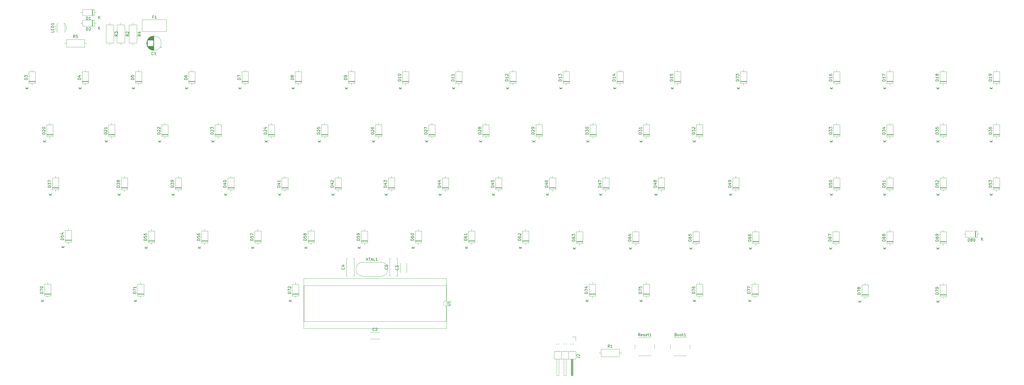
<source format=gto>
G04 #@! TF.GenerationSoftware,KiCad,Pcbnew,5.1.6-c6e7f7d~87~ubuntu18.04.1*
G04 #@! TF.CreationDate,2020-08-05T12:54:26+02:00*
G04 #@! TF.ProjectId,m0110a_qmk,6d303131-3061-45f7-916d-6b2e6b696361,rev?*
G04 #@! TF.SameCoordinates,Original*
G04 #@! TF.FileFunction,Legend,Top*
G04 #@! TF.FilePolarity,Positive*
%FSLAX46Y46*%
G04 Gerber Fmt 4.6, Leading zero omitted, Abs format (unit mm)*
G04 Created by KiCad (PCBNEW 5.1.6-c6e7f7d~87~ubuntu18.04.1) date 2020-08-05 12:54:26*
%MOMM*%
%LPD*%
G01*
G04 APERTURE LIST*
%ADD10C,0.120000*%
%ADD11C,0.150000*%
%ADD12O,1.302000X1.852000*%
%ADD13C,1.602000*%
%ADD14C,1.702000*%
%ADD15C,2.352000*%
%ADD16O,1.802000X1.802000*%
%ADD17R,1.802000X1.802000*%
%ADD18C,2.102000*%
%ADD19O,1.702000X1.702000*%
%ADD20R,1.702000X1.702000*%
%ADD21C,1.902000*%
%ADD22R,1.902000X1.902000*%
G04 APERTURE END LIST*
D10*
G04 #@! TO.C,XTAL1*
X164848000Y-156322000D02*
X171248000Y-156322000D01*
X164848000Y-151272000D02*
X171248000Y-151272000D01*
X171248000Y-156322000D02*
G75*
G03*
X171248000Y-151272000I0J2525000D01*
G01*
X164848000Y-156322000D02*
G75*
G02*
X164848000Y-151272000I0J2525000D01*
G01*
G04 #@! TO.C,C5*
X176693000Y-149955000D02*
X177138000Y-149955000D01*
X174398000Y-149955000D02*
X174843000Y-149955000D01*
X176693000Y-156195000D02*
X177138000Y-156195000D01*
X174398000Y-156195000D02*
X174843000Y-156195000D01*
X177138000Y-156195000D02*
X177138000Y-149955000D01*
X174398000Y-156195000D02*
X174398000Y-149955000D01*
G04 #@! TO.C,C4*
X161199000Y-149955000D02*
X161644000Y-149955000D01*
X158904000Y-149955000D02*
X159349000Y-149955000D01*
X161199000Y-156195000D02*
X161644000Y-156195000D01*
X158904000Y-156195000D02*
X159349000Y-156195000D01*
X161644000Y-156195000D02*
X161644000Y-149955000D01*
X158904000Y-156195000D02*
X158904000Y-149955000D01*
G04 #@! TO.C,J2*
X240919000Y-178054000D02*
X240919000Y-179324000D01*
X239649000Y-178054000D02*
X240919000Y-178054000D01*
X234189000Y-180366929D02*
X234189000Y-180821071D01*
X234949000Y-180366929D02*
X234949000Y-180821071D01*
X234189000Y-182906929D02*
X234189000Y-183304000D01*
X234949000Y-182906929D02*
X234949000Y-183304000D01*
X234189000Y-191964000D02*
X234189000Y-185964000D01*
X234949000Y-191964000D02*
X234189000Y-191964000D01*
X234949000Y-185964000D02*
X234949000Y-191964000D01*
X235839000Y-183304000D02*
X235839000Y-185964000D01*
X236729000Y-180366929D02*
X236729000Y-180821071D01*
X237489000Y-180366929D02*
X237489000Y-180821071D01*
X236729000Y-182906929D02*
X236729000Y-183304000D01*
X237489000Y-182906929D02*
X237489000Y-183304000D01*
X236729000Y-191964000D02*
X236729000Y-185964000D01*
X237489000Y-191964000D02*
X236729000Y-191964000D01*
X237489000Y-185964000D02*
X237489000Y-191964000D01*
X238379000Y-183304000D02*
X238379000Y-185964000D01*
X239269000Y-180434000D02*
X239269000Y-180821071D01*
X240029000Y-180434000D02*
X240029000Y-180821071D01*
X239269000Y-182906929D02*
X239269000Y-183304000D01*
X240029000Y-182906929D02*
X240029000Y-183304000D01*
X239369000Y-185964000D02*
X239369000Y-191964000D01*
X239489000Y-185964000D02*
X239489000Y-191964000D01*
X239609000Y-185964000D02*
X239609000Y-191964000D01*
X239729000Y-185964000D02*
X239729000Y-191964000D01*
X239849000Y-185964000D02*
X239849000Y-191964000D01*
X239969000Y-185964000D02*
X239969000Y-191964000D01*
X239269000Y-191964000D02*
X239269000Y-185964000D01*
X240029000Y-191964000D02*
X239269000Y-191964000D01*
X240029000Y-185964000D02*
X240029000Y-191964000D01*
X240979000Y-185964000D02*
X240979000Y-183304000D01*
X233239000Y-185964000D02*
X240979000Y-185964000D01*
X233239000Y-183304000D02*
X233239000Y-185964000D01*
X240979000Y-183304000D02*
X233239000Y-183304000D01*
G04 #@! TO.C,F1*
X94540000Y-68541000D02*
X85800000Y-68541000D01*
X94540000Y-68541000D02*
X94540000Y-64301000D01*
X85800000Y-64301000D02*
X85800000Y-68541000D01*
X85800000Y-64301000D02*
X94540000Y-64301000D01*
G04 #@! TO.C,U1*
X194684000Y-175066000D02*
X194684000Y-157166000D01*
X143644000Y-175066000D02*
X194684000Y-175066000D01*
X143644000Y-157166000D02*
X143644000Y-175066000D01*
X194684000Y-157166000D02*
X143644000Y-157166000D01*
X194624000Y-172576000D02*
X194624000Y-167116000D01*
X143704000Y-172576000D02*
X194624000Y-172576000D01*
X143704000Y-159656000D02*
X143704000Y-172576000D01*
X194624000Y-159656000D02*
X143704000Y-159656000D01*
X194624000Y-165116000D02*
X194624000Y-159656000D01*
X194624000Y-167116000D02*
G75*
G02*
X194624000Y-165116000I0J1000000D01*
G01*
G04 #@! TO.C,Reset1*
X269132000Y-182324000D02*
X269132000Y-180824000D01*
X267882000Y-178324000D02*
X263382000Y-178324000D01*
X262132000Y-180824000D02*
X262132000Y-182324000D01*
X263382000Y-184824000D02*
X267882000Y-184824000D01*
G04 #@! TO.C,R4*
X82550000Y-73509000D02*
X82550000Y-72739000D01*
X82550000Y-65429000D02*
X82550000Y-66199000D01*
X83920000Y-72739000D02*
X83920000Y-66199000D01*
X81180000Y-72739000D02*
X83920000Y-72739000D01*
X81180000Y-66199000D02*
X81180000Y-72739000D01*
X83920000Y-66199000D02*
X81180000Y-66199000D01*
G04 #@! TO.C,R5*
X66016000Y-72771000D02*
X65246000Y-72771000D01*
X57936000Y-72771000D02*
X58706000Y-72771000D01*
X65246000Y-71401000D02*
X58706000Y-71401000D01*
X65246000Y-74141000D02*
X65246000Y-71401000D01*
X58706000Y-74141000D02*
X65246000Y-74141000D01*
X58706000Y-71401000D02*
X58706000Y-74141000D01*
G04 #@! TO.C,R3*
X74295000Y-73509000D02*
X74295000Y-72739000D01*
X74295000Y-65429000D02*
X74295000Y-66199000D01*
X75665000Y-72739000D02*
X75665000Y-66199000D01*
X72925000Y-72739000D02*
X75665000Y-72739000D01*
X72925000Y-66199000D02*
X72925000Y-72739000D01*
X75665000Y-66199000D02*
X72925000Y-66199000D01*
G04 #@! TO.C,R2*
X78232000Y-73509000D02*
X78232000Y-72739000D01*
X78232000Y-65429000D02*
X78232000Y-66199000D01*
X79602000Y-72739000D02*
X79602000Y-66199000D01*
X76862000Y-72739000D02*
X79602000Y-72739000D01*
X76862000Y-66199000D02*
X76862000Y-72739000D01*
X79602000Y-66199000D02*
X76862000Y-66199000D01*
G04 #@! TO.C,R1*
X257278000Y-183794400D02*
X256508000Y-183794400D01*
X249198000Y-183794400D02*
X249968000Y-183794400D01*
X256508000Y-182424400D02*
X249968000Y-182424400D01*
X256508000Y-185164400D02*
X256508000Y-182424400D01*
X249968000Y-185164400D02*
X256508000Y-185164400D01*
X249968000Y-182424400D02*
X249968000Y-185164400D01*
G04 #@! TO.C,LED1*
X57912500Y-68806500D02*
X58068500Y-68806500D01*
X55596500Y-68806500D02*
X55752500Y-68806500D01*
X57912337Y-66205370D02*
G75*
G02*
X57912500Y-68287461I-1079837J-1041130D01*
G01*
X55752663Y-66205370D02*
G75*
G03*
X55752500Y-68287461I1079837J-1041130D01*
G01*
X57911108Y-65574165D02*
G75*
G02*
X58068016Y-68806500I-1078608J-1672335D01*
G01*
X55753892Y-65574165D02*
G75*
G03*
X55596984Y-68806500I1078608J-1672335D01*
G01*
G04 #@! TO.C,D80*
X384044000Y-142344000D02*
X384044000Y-140104000D01*
X383804000Y-142344000D02*
X383804000Y-140104000D01*
X383924000Y-142344000D02*
X383924000Y-140104000D01*
X379754000Y-141224000D02*
X380404000Y-141224000D01*
X385294000Y-141224000D02*
X384644000Y-141224000D01*
X380404000Y-142344000D02*
X384644000Y-142344000D01*
X380404000Y-140104000D02*
X380404000Y-142344000D01*
X384644000Y-140104000D02*
X380404000Y-140104000D01*
X384644000Y-142344000D02*
X384644000Y-140104000D01*
G04 #@! TO.C,D79*
X371244000Y-163064000D02*
X373484000Y-163064000D01*
X371244000Y-162824000D02*
X373484000Y-162824000D01*
X371244000Y-162944000D02*
X373484000Y-162944000D01*
X372364000Y-158774000D02*
X372364000Y-159424000D01*
X372364000Y-164314000D02*
X372364000Y-163664000D01*
X371244000Y-159424000D02*
X371244000Y-163664000D01*
X373484000Y-159424000D02*
X371244000Y-159424000D01*
X373484000Y-163664000D02*
X373484000Y-159424000D01*
X371244000Y-163664000D02*
X373484000Y-163664000D01*
G04 #@! TO.C,D78*
X343304000Y-163064000D02*
X345544000Y-163064000D01*
X343304000Y-162824000D02*
X345544000Y-162824000D01*
X343304000Y-162944000D02*
X345544000Y-162944000D01*
X344424000Y-158774000D02*
X344424000Y-159424000D01*
X344424000Y-164314000D02*
X344424000Y-163664000D01*
X343304000Y-159424000D02*
X343304000Y-163664000D01*
X345544000Y-159424000D02*
X343304000Y-159424000D01*
X345544000Y-163664000D02*
X345544000Y-159424000D01*
X343304000Y-163664000D02*
X345544000Y-163664000D01*
G04 #@! TO.C,D77*
X303934000Y-162810000D02*
X306174000Y-162810000D01*
X303934000Y-162570000D02*
X306174000Y-162570000D01*
X303934000Y-162690000D02*
X306174000Y-162690000D01*
X305054000Y-158520000D02*
X305054000Y-159170000D01*
X305054000Y-164060000D02*
X305054000Y-163410000D01*
X303934000Y-159170000D02*
X303934000Y-163410000D01*
X306174000Y-159170000D02*
X303934000Y-159170000D01*
X306174000Y-163410000D02*
X306174000Y-159170000D01*
X303934000Y-163410000D02*
X306174000Y-163410000D01*
G04 #@! TO.C,D76*
X284122000Y-162810000D02*
X286362000Y-162810000D01*
X284122000Y-162570000D02*
X286362000Y-162570000D01*
X284122000Y-162690000D02*
X286362000Y-162690000D01*
X285242000Y-158520000D02*
X285242000Y-159170000D01*
X285242000Y-164060000D02*
X285242000Y-163410000D01*
X284122000Y-159170000D02*
X284122000Y-163410000D01*
X286362000Y-159170000D02*
X284122000Y-159170000D01*
X286362000Y-163410000D02*
X286362000Y-159170000D01*
X284122000Y-163410000D02*
X286362000Y-163410000D01*
G04 #@! TO.C,D75*
X265072000Y-162810000D02*
X267312000Y-162810000D01*
X265072000Y-162570000D02*
X267312000Y-162570000D01*
X265072000Y-162690000D02*
X267312000Y-162690000D01*
X266192000Y-158520000D02*
X266192000Y-159170000D01*
X266192000Y-164060000D02*
X266192000Y-163410000D01*
X265072000Y-159170000D02*
X265072000Y-163410000D01*
X267312000Y-159170000D02*
X265072000Y-159170000D01*
X267312000Y-163410000D02*
X267312000Y-159170000D01*
X265072000Y-163410000D02*
X267312000Y-163410000D01*
G04 #@! TO.C,D74*
X245768000Y-162810000D02*
X248008000Y-162810000D01*
X245768000Y-162570000D02*
X248008000Y-162570000D01*
X245768000Y-162690000D02*
X248008000Y-162690000D01*
X246888000Y-158520000D02*
X246888000Y-159170000D01*
X246888000Y-164060000D02*
X246888000Y-163410000D01*
X245768000Y-159170000D02*
X245768000Y-163410000D01*
X248008000Y-159170000D02*
X245768000Y-159170000D01*
X248008000Y-163410000D02*
X248008000Y-159170000D01*
X245768000Y-163410000D02*
X248008000Y-163410000D01*
G04 #@! TO.C,D72*
X139596000Y-162810000D02*
X141836000Y-162810000D01*
X139596000Y-162570000D02*
X141836000Y-162570000D01*
X139596000Y-162690000D02*
X141836000Y-162690000D01*
X140716000Y-158520000D02*
X140716000Y-159170000D01*
X140716000Y-164060000D02*
X140716000Y-163410000D01*
X139596000Y-159170000D02*
X139596000Y-163410000D01*
X141836000Y-159170000D02*
X139596000Y-159170000D01*
X141836000Y-163410000D02*
X141836000Y-159170000D01*
X139596000Y-163410000D02*
X141836000Y-163410000D01*
G04 #@! TO.C,D71*
X84224000Y-162810000D02*
X86464000Y-162810000D01*
X84224000Y-162570000D02*
X86464000Y-162570000D01*
X84224000Y-162690000D02*
X86464000Y-162690000D01*
X85344000Y-158520000D02*
X85344000Y-159170000D01*
X85344000Y-164060000D02*
X85344000Y-163410000D01*
X84224000Y-159170000D02*
X84224000Y-163410000D01*
X86464000Y-159170000D02*
X84224000Y-159170000D01*
X86464000Y-163410000D02*
X86464000Y-159170000D01*
X84224000Y-163410000D02*
X86464000Y-163410000D01*
G04 #@! TO.C,D70*
X50950000Y-162810000D02*
X53190000Y-162810000D01*
X50950000Y-162570000D02*
X53190000Y-162570000D01*
X50950000Y-162690000D02*
X53190000Y-162690000D01*
X52070000Y-158520000D02*
X52070000Y-159170000D01*
X52070000Y-164060000D02*
X52070000Y-163410000D01*
X50950000Y-159170000D02*
X50950000Y-163410000D01*
X53190000Y-159170000D02*
X50950000Y-159170000D01*
X53190000Y-163410000D02*
X53190000Y-159170000D01*
X50950000Y-163410000D02*
X53190000Y-163410000D01*
G04 #@! TO.C,D69*
X371244000Y-144014000D02*
X373484000Y-144014000D01*
X371244000Y-143774000D02*
X373484000Y-143774000D01*
X371244000Y-143894000D02*
X373484000Y-143894000D01*
X372364000Y-139724000D02*
X372364000Y-140374000D01*
X372364000Y-145264000D02*
X372364000Y-144614000D01*
X371244000Y-140374000D02*
X371244000Y-144614000D01*
X373484000Y-140374000D02*
X371244000Y-140374000D01*
X373484000Y-144614000D02*
X373484000Y-140374000D01*
X371244000Y-144614000D02*
X373484000Y-144614000D01*
G04 #@! TO.C,D68*
X352194000Y-144014000D02*
X354434000Y-144014000D01*
X352194000Y-143774000D02*
X354434000Y-143774000D01*
X352194000Y-143894000D02*
X354434000Y-143894000D01*
X353314000Y-139724000D02*
X353314000Y-140374000D01*
X353314000Y-145264000D02*
X353314000Y-144614000D01*
X352194000Y-140374000D02*
X352194000Y-144614000D01*
X354434000Y-140374000D02*
X352194000Y-140374000D01*
X354434000Y-144614000D02*
X354434000Y-140374000D01*
X352194000Y-144614000D02*
X354434000Y-144614000D01*
G04 #@! TO.C,D67*
X332890000Y-144014000D02*
X335130000Y-144014000D01*
X332890000Y-143774000D02*
X335130000Y-143774000D01*
X332890000Y-143894000D02*
X335130000Y-143894000D01*
X334010000Y-139724000D02*
X334010000Y-140374000D01*
X334010000Y-145264000D02*
X334010000Y-144614000D01*
X332890000Y-140374000D02*
X332890000Y-144614000D01*
X335130000Y-140374000D02*
X332890000Y-140374000D01*
X335130000Y-144614000D02*
X335130000Y-140374000D01*
X332890000Y-144614000D02*
X335130000Y-144614000D01*
G04 #@! TO.C,D66*
X304188000Y-144014000D02*
X306428000Y-144014000D01*
X304188000Y-143774000D02*
X306428000Y-143774000D01*
X304188000Y-143894000D02*
X306428000Y-143894000D01*
X305308000Y-139724000D02*
X305308000Y-140374000D01*
X305308000Y-145264000D02*
X305308000Y-144614000D01*
X304188000Y-140374000D02*
X304188000Y-144614000D01*
X306428000Y-140374000D02*
X304188000Y-140374000D01*
X306428000Y-144614000D02*
X306428000Y-140374000D01*
X304188000Y-144614000D02*
X306428000Y-144614000D01*
G04 #@! TO.C,D65*
X282852000Y-144014000D02*
X285092000Y-144014000D01*
X282852000Y-143774000D02*
X285092000Y-143774000D01*
X282852000Y-143894000D02*
X285092000Y-143894000D01*
X283972000Y-139724000D02*
X283972000Y-140374000D01*
X283972000Y-145264000D02*
X283972000Y-144614000D01*
X282852000Y-140374000D02*
X282852000Y-144614000D01*
X285092000Y-140374000D02*
X282852000Y-140374000D01*
X285092000Y-144614000D02*
X285092000Y-140374000D01*
X282852000Y-144614000D02*
X285092000Y-144614000D01*
G04 #@! TO.C,D64*
X261262000Y-144014000D02*
X263502000Y-144014000D01*
X261262000Y-143774000D02*
X263502000Y-143774000D01*
X261262000Y-143894000D02*
X263502000Y-143894000D01*
X262382000Y-139724000D02*
X262382000Y-140374000D01*
X262382000Y-145264000D02*
X262382000Y-144614000D01*
X261262000Y-140374000D02*
X261262000Y-144614000D01*
X263502000Y-140374000D02*
X261262000Y-140374000D01*
X263502000Y-144614000D02*
X263502000Y-140374000D01*
X261262000Y-144614000D02*
X263502000Y-144614000D01*
G04 #@! TO.C,D63*
X241196000Y-144014000D02*
X243436000Y-144014000D01*
X241196000Y-143774000D02*
X243436000Y-143774000D01*
X241196000Y-143894000D02*
X243436000Y-143894000D01*
X242316000Y-139724000D02*
X242316000Y-140374000D01*
X242316000Y-145264000D02*
X242316000Y-144614000D01*
X241196000Y-140374000D02*
X241196000Y-144614000D01*
X243436000Y-140374000D02*
X241196000Y-140374000D01*
X243436000Y-144614000D02*
X243436000Y-140374000D01*
X241196000Y-144614000D02*
X243436000Y-144614000D01*
G04 #@! TO.C,D62*
X221892000Y-143760000D02*
X224132000Y-143760000D01*
X221892000Y-143520000D02*
X224132000Y-143520000D01*
X221892000Y-143640000D02*
X224132000Y-143640000D01*
X223012000Y-139470000D02*
X223012000Y-140120000D01*
X223012000Y-145010000D02*
X223012000Y-144360000D01*
X221892000Y-140120000D02*
X221892000Y-144360000D01*
X224132000Y-140120000D02*
X221892000Y-140120000D01*
X224132000Y-144360000D02*
X224132000Y-140120000D01*
X221892000Y-144360000D02*
X224132000Y-144360000D01*
G04 #@! TO.C,D61*
X202588000Y-143760000D02*
X204828000Y-143760000D01*
X202588000Y-143520000D02*
X204828000Y-143520000D01*
X202588000Y-143640000D02*
X204828000Y-143640000D01*
X203708000Y-139470000D02*
X203708000Y-140120000D01*
X203708000Y-145010000D02*
X203708000Y-144360000D01*
X202588000Y-140120000D02*
X202588000Y-144360000D01*
X204828000Y-140120000D02*
X202588000Y-140120000D01*
X204828000Y-144360000D02*
X204828000Y-140120000D01*
X202588000Y-144360000D02*
X204828000Y-144360000D01*
G04 #@! TO.C,D60*
X183538000Y-143760000D02*
X185778000Y-143760000D01*
X183538000Y-143520000D02*
X185778000Y-143520000D01*
X183538000Y-143640000D02*
X185778000Y-143640000D01*
X184658000Y-139470000D02*
X184658000Y-140120000D01*
X184658000Y-145010000D02*
X184658000Y-144360000D01*
X183538000Y-140120000D02*
X183538000Y-144360000D01*
X185778000Y-140120000D02*
X183538000Y-140120000D01*
X185778000Y-144360000D02*
X185778000Y-140120000D01*
X183538000Y-144360000D02*
X185778000Y-144360000D01*
G04 #@! TO.C,D59*
X164234000Y-143760000D02*
X166474000Y-143760000D01*
X164234000Y-143520000D02*
X166474000Y-143520000D01*
X164234000Y-143640000D02*
X166474000Y-143640000D01*
X165354000Y-139470000D02*
X165354000Y-140120000D01*
X165354000Y-145010000D02*
X165354000Y-144360000D01*
X164234000Y-140120000D02*
X164234000Y-144360000D01*
X166474000Y-140120000D02*
X164234000Y-140120000D01*
X166474000Y-144360000D02*
X166474000Y-140120000D01*
X164234000Y-144360000D02*
X166474000Y-144360000D01*
G04 #@! TO.C,D58*
X145184000Y-143760000D02*
X147424000Y-143760000D01*
X145184000Y-143520000D02*
X147424000Y-143520000D01*
X145184000Y-143640000D02*
X147424000Y-143640000D01*
X146304000Y-139470000D02*
X146304000Y-140120000D01*
X146304000Y-145010000D02*
X146304000Y-144360000D01*
X145184000Y-140120000D02*
X145184000Y-144360000D01*
X147424000Y-140120000D02*
X145184000Y-140120000D01*
X147424000Y-144360000D02*
X147424000Y-140120000D01*
X145184000Y-144360000D02*
X147424000Y-144360000D01*
G04 #@! TO.C,D57*
X126134000Y-143760000D02*
X128374000Y-143760000D01*
X126134000Y-143520000D02*
X128374000Y-143520000D01*
X126134000Y-143640000D02*
X128374000Y-143640000D01*
X127254000Y-139470000D02*
X127254000Y-140120000D01*
X127254000Y-145010000D02*
X127254000Y-144360000D01*
X126134000Y-140120000D02*
X126134000Y-144360000D01*
X128374000Y-140120000D02*
X126134000Y-140120000D01*
X128374000Y-144360000D02*
X128374000Y-140120000D01*
X126134000Y-144360000D02*
X128374000Y-144360000D01*
G04 #@! TO.C,D56*
X107084000Y-143760000D02*
X109324000Y-143760000D01*
X107084000Y-143520000D02*
X109324000Y-143520000D01*
X107084000Y-143640000D02*
X109324000Y-143640000D01*
X108204000Y-139470000D02*
X108204000Y-140120000D01*
X108204000Y-145010000D02*
X108204000Y-144360000D01*
X107084000Y-140120000D02*
X107084000Y-144360000D01*
X109324000Y-140120000D02*
X107084000Y-140120000D01*
X109324000Y-144360000D02*
X109324000Y-140120000D01*
X107084000Y-144360000D02*
X109324000Y-144360000D01*
G04 #@! TO.C,D55*
X88034000Y-143760000D02*
X90274000Y-143760000D01*
X88034000Y-143520000D02*
X90274000Y-143520000D01*
X88034000Y-143640000D02*
X90274000Y-143640000D01*
X89154000Y-139470000D02*
X89154000Y-140120000D01*
X89154000Y-145010000D02*
X89154000Y-144360000D01*
X88034000Y-140120000D02*
X88034000Y-144360000D01*
X90274000Y-140120000D02*
X88034000Y-140120000D01*
X90274000Y-144360000D02*
X90274000Y-140120000D01*
X88034000Y-144360000D02*
X90274000Y-144360000D01*
G04 #@! TO.C,D54*
X58316000Y-143506000D02*
X60556000Y-143506000D01*
X58316000Y-143266000D02*
X60556000Y-143266000D01*
X58316000Y-143386000D02*
X60556000Y-143386000D01*
X59436000Y-139216000D02*
X59436000Y-139866000D01*
X59436000Y-144756000D02*
X59436000Y-144106000D01*
X58316000Y-139866000D02*
X58316000Y-144106000D01*
X60556000Y-139866000D02*
X58316000Y-139866000D01*
X60556000Y-144106000D02*
X60556000Y-139866000D01*
X58316000Y-144106000D02*
X60556000Y-144106000D01*
G04 #@! TO.C,D53*
X390294000Y-124710000D02*
X392534000Y-124710000D01*
X390294000Y-124470000D02*
X392534000Y-124470000D01*
X390294000Y-124590000D02*
X392534000Y-124590000D01*
X391414000Y-120420000D02*
X391414000Y-121070000D01*
X391414000Y-125960000D02*
X391414000Y-125310000D01*
X390294000Y-121070000D02*
X390294000Y-125310000D01*
X392534000Y-121070000D02*
X390294000Y-121070000D01*
X392534000Y-125310000D02*
X392534000Y-121070000D01*
X390294000Y-125310000D02*
X392534000Y-125310000D01*
G04 #@! TO.C,D52*
X371244000Y-124710000D02*
X373484000Y-124710000D01*
X371244000Y-124470000D02*
X373484000Y-124470000D01*
X371244000Y-124590000D02*
X373484000Y-124590000D01*
X372364000Y-120420000D02*
X372364000Y-121070000D01*
X372364000Y-125960000D02*
X372364000Y-125310000D01*
X371244000Y-121070000D02*
X371244000Y-125310000D01*
X373484000Y-121070000D02*
X371244000Y-121070000D01*
X373484000Y-125310000D02*
X373484000Y-121070000D01*
X371244000Y-125310000D02*
X373484000Y-125310000D01*
G04 #@! TO.C,D51*
X352194000Y-124710000D02*
X354434000Y-124710000D01*
X352194000Y-124470000D02*
X354434000Y-124470000D01*
X352194000Y-124590000D02*
X354434000Y-124590000D01*
X353314000Y-120420000D02*
X353314000Y-121070000D01*
X353314000Y-125960000D02*
X353314000Y-125310000D01*
X352194000Y-121070000D02*
X352194000Y-125310000D01*
X354434000Y-121070000D02*
X352194000Y-121070000D01*
X354434000Y-125310000D02*
X354434000Y-121070000D01*
X352194000Y-125310000D02*
X354434000Y-125310000D01*
G04 #@! TO.C,D50*
X333144000Y-124710000D02*
X335384000Y-124710000D01*
X333144000Y-124470000D02*
X335384000Y-124470000D01*
X333144000Y-124590000D02*
X335384000Y-124590000D01*
X334264000Y-120420000D02*
X334264000Y-121070000D01*
X334264000Y-125960000D02*
X334264000Y-125310000D01*
X333144000Y-121070000D02*
X333144000Y-125310000D01*
X335384000Y-121070000D02*
X333144000Y-121070000D01*
X335384000Y-125310000D02*
X335384000Y-121070000D01*
X333144000Y-125310000D02*
X335384000Y-125310000D01*
G04 #@! TO.C,D49*
X297076000Y-124710000D02*
X299316000Y-124710000D01*
X297076000Y-124470000D02*
X299316000Y-124470000D01*
X297076000Y-124590000D02*
X299316000Y-124590000D01*
X298196000Y-120420000D02*
X298196000Y-121070000D01*
X298196000Y-125960000D02*
X298196000Y-125310000D01*
X297076000Y-121070000D02*
X297076000Y-125310000D01*
X299316000Y-121070000D02*
X297076000Y-121070000D01*
X299316000Y-125310000D02*
X299316000Y-121070000D01*
X297076000Y-125310000D02*
X299316000Y-125310000D01*
G04 #@! TO.C,D48*
X270406000Y-124710000D02*
X272646000Y-124710000D01*
X270406000Y-124470000D02*
X272646000Y-124470000D01*
X270406000Y-124590000D02*
X272646000Y-124590000D01*
X271526000Y-120420000D02*
X271526000Y-121070000D01*
X271526000Y-125960000D02*
X271526000Y-125310000D01*
X270406000Y-121070000D02*
X270406000Y-125310000D01*
X272646000Y-121070000D02*
X270406000Y-121070000D01*
X272646000Y-125310000D02*
X272646000Y-121070000D01*
X270406000Y-125310000D02*
X272646000Y-125310000D01*
G04 #@! TO.C,D47*
X250594000Y-124710000D02*
X252834000Y-124710000D01*
X250594000Y-124470000D02*
X252834000Y-124470000D01*
X250594000Y-124590000D02*
X252834000Y-124590000D01*
X251714000Y-120420000D02*
X251714000Y-121070000D01*
X251714000Y-125960000D02*
X251714000Y-125310000D01*
X250594000Y-121070000D02*
X250594000Y-125310000D01*
X252834000Y-121070000D02*
X250594000Y-121070000D01*
X252834000Y-125310000D02*
X252834000Y-121070000D01*
X250594000Y-125310000D02*
X252834000Y-125310000D01*
G04 #@! TO.C,D46*
X231544000Y-124710000D02*
X233784000Y-124710000D01*
X231544000Y-124470000D02*
X233784000Y-124470000D01*
X231544000Y-124590000D02*
X233784000Y-124590000D01*
X232664000Y-120420000D02*
X232664000Y-121070000D01*
X232664000Y-125960000D02*
X232664000Y-125310000D01*
X231544000Y-121070000D02*
X231544000Y-125310000D01*
X233784000Y-121070000D02*
X231544000Y-121070000D01*
X233784000Y-125310000D02*
X233784000Y-121070000D01*
X231544000Y-125310000D02*
X233784000Y-125310000D01*
G04 #@! TO.C,D45*
X212240000Y-124710000D02*
X214480000Y-124710000D01*
X212240000Y-124470000D02*
X214480000Y-124470000D01*
X212240000Y-124590000D02*
X214480000Y-124590000D01*
X213360000Y-120420000D02*
X213360000Y-121070000D01*
X213360000Y-125960000D02*
X213360000Y-125310000D01*
X212240000Y-121070000D02*
X212240000Y-125310000D01*
X214480000Y-121070000D02*
X212240000Y-121070000D01*
X214480000Y-125310000D02*
X214480000Y-121070000D01*
X212240000Y-125310000D02*
X214480000Y-125310000D01*
G04 #@! TO.C,D44*
X193190000Y-124710000D02*
X195430000Y-124710000D01*
X193190000Y-124470000D02*
X195430000Y-124470000D01*
X193190000Y-124590000D02*
X195430000Y-124590000D01*
X194310000Y-120420000D02*
X194310000Y-121070000D01*
X194310000Y-125960000D02*
X194310000Y-125310000D01*
X193190000Y-121070000D02*
X193190000Y-125310000D01*
X195430000Y-121070000D02*
X193190000Y-121070000D01*
X195430000Y-125310000D02*
X195430000Y-121070000D01*
X193190000Y-125310000D02*
X195430000Y-125310000D01*
G04 #@! TO.C,D43*
X173886000Y-124710000D02*
X176126000Y-124710000D01*
X173886000Y-124470000D02*
X176126000Y-124470000D01*
X173886000Y-124590000D02*
X176126000Y-124590000D01*
X175006000Y-120420000D02*
X175006000Y-121070000D01*
X175006000Y-125960000D02*
X175006000Y-125310000D01*
X173886000Y-121070000D02*
X173886000Y-125310000D01*
X176126000Y-121070000D02*
X173886000Y-121070000D01*
X176126000Y-125310000D02*
X176126000Y-121070000D01*
X173886000Y-125310000D02*
X176126000Y-125310000D01*
G04 #@! TO.C,D42*
X154836000Y-124710000D02*
X157076000Y-124710000D01*
X154836000Y-124470000D02*
X157076000Y-124470000D01*
X154836000Y-124590000D02*
X157076000Y-124590000D01*
X155956000Y-120420000D02*
X155956000Y-121070000D01*
X155956000Y-125960000D02*
X155956000Y-125310000D01*
X154836000Y-121070000D02*
X154836000Y-125310000D01*
X157076000Y-121070000D02*
X154836000Y-121070000D01*
X157076000Y-125310000D02*
X157076000Y-121070000D01*
X154836000Y-125310000D02*
X157076000Y-125310000D01*
G04 #@! TO.C,D41*
X135786000Y-124710000D02*
X138026000Y-124710000D01*
X135786000Y-124470000D02*
X138026000Y-124470000D01*
X135786000Y-124590000D02*
X138026000Y-124590000D01*
X136906000Y-120420000D02*
X136906000Y-121070000D01*
X136906000Y-125960000D02*
X136906000Y-125310000D01*
X135786000Y-121070000D02*
X135786000Y-125310000D01*
X138026000Y-121070000D02*
X135786000Y-121070000D01*
X138026000Y-125310000D02*
X138026000Y-121070000D01*
X135786000Y-125310000D02*
X138026000Y-125310000D01*
G04 #@! TO.C,D40*
X116482000Y-124710000D02*
X118722000Y-124710000D01*
X116482000Y-124470000D02*
X118722000Y-124470000D01*
X116482000Y-124590000D02*
X118722000Y-124590000D01*
X117602000Y-120420000D02*
X117602000Y-121070000D01*
X117602000Y-125960000D02*
X117602000Y-125310000D01*
X116482000Y-121070000D02*
X116482000Y-125310000D01*
X118722000Y-121070000D02*
X116482000Y-121070000D01*
X118722000Y-125310000D02*
X118722000Y-121070000D01*
X116482000Y-125310000D02*
X118722000Y-125310000D01*
G04 #@! TO.C,D39*
X97686000Y-124710000D02*
X99926000Y-124710000D01*
X97686000Y-124470000D02*
X99926000Y-124470000D01*
X97686000Y-124590000D02*
X99926000Y-124590000D01*
X98806000Y-120420000D02*
X98806000Y-121070000D01*
X98806000Y-125960000D02*
X98806000Y-125310000D01*
X97686000Y-121070000D02*
X97686000Y-125310000D01*
X99926000Y-121070000D02*
X97686000Y-121070000D01*
X99926000Y-125310000D02*
X99926000Y-121070000D01*
X97686000Y-125310000D02*
X99926000Y-125310000D01*
G04 #@! TO.C,D38*
X78382000Y-124710000D02*
X80622000Y-124710000D01*
X78382000Y-124470000D02*
X80622000Y-124470000D01*
X78382000Y-124590000D02*
X80622000Y-124590000D01*
X79502000Y-120420000D02*
X79502000Y-121070000D01*
X79502000Y-125960000D02*
X79502000Y-125310000D01*
X78382000Y-121070000D02*
X78382000Y-125310000D01*
X80622000Y-121070000D02*
X78382000Y-121070000D01*
X80622000Y-125310000D02*
X80622000Y-121070000D01*
X78382000Y-125310000D02*
X80622000Y-125310000D01*
G04 #@! TO.C,D37*
X53744000Y-124710000D02*
X55984000Y-124710000D01*
X53744000Y-124470000D02*
X55984000Y-124470000D01*
X53744000Y-124590000D02*
X55984000Y-124590000D01*
X54864000Y-120420000D02*
X54864000Y-121070000D01*
X54864000Y-125960000D02*
X54864000Y-125310000D01*
X53744000Y-121070000D02*
X53744000Y-125310000D01*
X55984000Y-121070000D02*
X53744000Y-121070000D01*
X55984000Y-125310000D02*
X55984000Y-121070000D01*
X53744000Y-125310000D02*
X55984000Y-125310000D01*
G04 #@! TO.C,D36*
X390294000Y-105660000D02*
X392534000Y-105660000D01*
X390294000Y-105420000D02*
X392534000Y-105420000D01*
X390294000Y-105540000D02*
X392534000Y-105540000D01*
X391414000Y-101370000D02*
X391414000Y-102020000D01*
X391414000Y-106910000D02*
X391414000Y-106260000D01*
X390294000Y-102020000D02*
X390294000Y-106260000D01*
X392534000Y-102020000D02*
X390294000Y-102020000D01*
X392534000Y-106260000D02*
X392534000Y-102020000D01*
X390294000Y-106260000D02*
X392534000Y-106260000D01*
G04 #@! TO.C,D35*
X371244000Y-105660000D02*
X373484000Y-105660000D01*
X371244000Y-105420000D02*
X373484000Y-105420000D01*
X371244000Y-105540000D02*
X373484000Y-105540000D01*
X372364000Y-101370000D02*
X372364000Y-102020000D01*
X372364000Y-106910000D02*
X372364000Y-106260000D01*
X371244000Y-102020000D02*
X371244000Y-106260000D01*
X373484000Y-102020000D02*
X371244000Y-102020000D01*
X373484000Y-106260000D02*
X373484000Y-102020000D01*
X371244000Y-106260000D02*
X373484000Y-106260000D01*
G04 #@! TO.C,D34*
X352194000Y-105660000D02*
X354434000Y-105660000D01*
X352194000Y-105420000D02*
X354434000Y-105420000D01*
X352194000Y-105540000D02*
X354434000Y-105540000D01*
X353314000Y-101370000D02*
X353314000Y-102020000D01*
X353314000Y-106910000D02*
X353314000Y-106260000D01*
X352194000Y-102020000D02*
X352194000Y-106260000D01*
X354434000Y-102020000D02*
X352194000Y-102020000D01*
X354434000Y-106260000D02*
X354434000Y-102020000D01*
X352194000Y-106260000D02*
X354434000Y-106260000D01*
G04 #@! TO.C,D33*
X333144000Y-105660000D02*
X335384000Y-105660000D01*
X333144000Y-105420000D02*
X335384000Y-105420000D01*
X333144000Y-105540000D02*
X335384000Y-105540000D01*
X334264000Y-101370000D02*
X334264000Y-102020000D01*
X334264000Y-106910000D02*
X334264000Y-106260000D01*
X333144000Y-102020000D02*
X333144000Y-106260000D01*
X335384000Y-102020000D02*
X333144000Y-102020000D01*
X335384000Y-106260000D02*
X335384000Y-102020000D01*
X333144000Y-106260000D02*
X335384000Y-106260000D01*
G04 #@! TO.C,D32*
X284122000Y-105660000D02*
X286362000Y-105660000D01*
X284122000Y-105420000D02*
X286362000Y-105420000D01*
X284122000Y-105540000D02*
X286362000Y-105540000D01*
X285242000Y-101370000D02*
X285242000Y-102020000D01*
X285242000Y-106910000D02*
X285242000Y-106260000D01*
X284122000Y-102020000D02*
X284122000Y-106260000D01*
X286362000Y-102020000D02*
X284122000Y-102020000D01*
X286362000Y-106260000D02*
X286362000Y-102020000D01*
X284122000Y-106260000D02*
X286362000Y-106260000D01*
G04 #@! TO.C,D31*
X265072000Y-105660000D02*
X267312000Y-105660000D01*
X265072000Y-105420000D02*
X267312000Y-105420000D01*
X265072000Y-105540000D02*
X267312000Y-105540000D01*
X266192000Y-101370000D02*
X266192000Y-102020000D01*
X266192000Y-106910000D02*
X266192000Y-106260000D01*
X265072000Y-102020000D02*
X265072000Y-106260000D01*
X267312000Y-102020000D02*
X265072000Y-102020000D01*
X267312000Y-106260000D02*
X267312000Y-102020000D01*
X265072000Y-106260000D02*
X267312000Y-106260000D01*
G04 #@! TO.C,D30*
X246022000Y-105660000D02*
X248262000Y-105660000D01*
X246022000Y-105420000D02*
X248262000Y-105420000D01*
X246022000Y-105540000D02*
X248262000Y-105540000D01*
X247142000Y-101370000D02*
X247142000Y-102020000D01*
X247142000Y-106910000D02*
X247142000Y-106260000D01*
X246022000Y-102020000D02*
X246022000Y-106260000D01*
X248262000Y-102020000D02*
X246022000Y-102020000D01*
X248262000Y-106260000D02*
X248262000Y-102020000D01*
X246022000Y-106260000D02*
X248262000Y-106260000D01*
G04 #@! TO.C,D29*
X226718000Y-105660000D02*
X228958000Y-105660000D01*
X226718000Y-105420000D02*
X228958000Y-105420000D01*
X226718000Y-105540000D02*
X228958000Y-105540000D01*
X227838000Y-101370000D02*
X227838000Y-102020000D01*
X227838000Y-106910000D02*
X227838000Y-106260000D01*
X226718000Y-102020000D02*
X226718000Y-106260000D01*
X228958000Y-102020000D02*
X226718000Y-102020000D01*
X228958000Y-106260000D02*
X228958000Y-102020000D01*
X226718000Y-106260000D02*
X228958000Y-106260000D01*
G04 #@! TO.C,D28*
X207668000Y-105660000D02*
X209908000Y-105660000D01*
X207668000Y-105420000D02*
X209908000Y-105420000D01*
X207668000Y-105540000D02*
X209908000Y-105540000D01*
X208788000Y-101370000D02*
X208788000Y-102020000D01*
X208788000Y-106910000D02*
X208788000Y-106260000D01*
X207668000Y-102020000D02*
X207668000Y-106260000D01*
X209908000Y-102020000D02*
X207668000Y-102020000D01*
X209908000Y-106260000D02*
X209908000Y-102020000D01*
X207668000Y-106260000D02*
X209908000Y-106260000D01*
G04 #@! TO.C,D27*
X188364000Y-105660000D02*
X190604000Y-105660000D01*
X188364000Y-105420000D02*
X190604000Y-105420000D01*
X188364000Y-105540000D02*
X190604000Y-105540000D01*
X189484000Y-101370000D02*
X189484000Y-102020000D01*
X189484000Y-106910000D02*
X189484000Y-106260000D01*
X188364000Y-102020000D02*
X188364000Y-106260000D01*
X190604000Y-102020000D02*
X188364000Y-102020000D01*
X190604000Y-106260000D02*
X190604000Y-102020000D01*
X188364000Y-106260000D02*
X190604000Y-106260000D01*
G04 #@! TO.C,D26*
X169314000Y-105660000D02*
X171554000Y-105660000D01*
X169314000Y-105420000D02*
X171554000Y-105420000D01*
X169314000Y-105540000D02*
X171554000Y-105540000D01*
X170434000Y-101370000D02*
X170434000Y-102020000D01*
X170434000Y-106910000D02*
X170434000Y-106260000D01*
X169314000Y-102020000D02*
X169314000Y-106260000D01*
X171554000Y-102020000D02*
X169314000Y-102020000D01*
X171554000Y-106260000D02*
X171554000Y-102020000D01*
X169314000Y-106260000D02*
X171554000Y-106260000D01*
G04 #@! TO.C,D25*
X150010000Y-105660000D02*
X152250000Y-105660000D01*
X150010000Y-105420000D02*
X152250000Y-105420000D01*
X150010000Y-105540000D02*
X152250000Y-105540000D01*
X151130000Y-101370000D02*
X151130000Y-102020000D01*
X151130000Y-106910000D02*
X151130000Y-106260000D01*
X150010000Y-102020000D02*
X150010000Y-106260000D01*
X152250000Y-102020000D02*
X150010000Y-102020000D01*
X152250000Y-106260000D02*
X152250000Y-102020000D01*
X150010000Y-106260000D02*
X152250000Y-106260000D01*
G04 #@! TO.C,D24*
X130960000Y-105660000D02*
X133200000Y-105660000D01*
X130960000Y-105420000D02*
X133200000Y-105420000D01*
X130960000Y-105540000D02*
X133200000Y-105540000D01*
X132080000Y-101370000D02*
X132080000Y-102020000D01*
X132080000Y-106910000D02*
X132080000Y-106260000D01*
X130960000Y-102020000D02*
X130960000Y-106260000D01*
X133200000Y-102020000D02*
X130960000Y-102020000D01*
X133200000Y-106260000D02*
X133200000Y-102020000D01*
X130960000Y-106260000D02*
X133200000Y-106260000D01*
G04 #@! TO.C,D23*
X111910000Y-105660000D02*
X114150000Y-105660000D01*
X111910000Y-105420000D02*
X114150000Y-105420000D01*
X111910000Y-105540000D02*
X114150000Y-105540000D01*
X113030000Y-101370000D02*
X113030000Y-102020000D01*
X113030000Y-106910000D02*
X113030000Y-106260000D01*
X111910000Y-102020000D02*
X111910000Y-106260000D01*
X114150000Y-102020000D02*
X111910000Y-102020000D01*
X114150000Y-106260000D02*
X114150000Y-102020000D01*
X111910000Y-106260000D02*
X114150000Y-106260000D01*
G04 #@! TO.C,D22*
X92860000Y-105660000D02*
X95100000Y-105660000D01*
X92860000Y-105420000D02*
X95100000Y-105420000D01*
X92860000Y-105540000D02*
X95100000Y-105540000D01*
X93980000Y-101370000D02*
X93980000Y-102020000D01*
X93980000Y-106910000D02*
X93980000Y-106260000D01*
X92860000Y-102020000D02*
X92860000Y-106260000D01*
X95100000Y-102020000D02*
X92860000Y-102020000D01*
X95100000Y-106260000D02*
X95100000Y-102020000D01*
X92860000Y-106260000D02*
X95100000Y-106260000D01*
G04 #@! TO.C,D21*
X73810000Y-105660000D02*
X76050000Y-105660000D01*
X73810000Y-105420000D02*
X76050000Y-105420000D01*
X73810000Y-105540000D02*
X76050000Y-105540000D01*
X74930000Y-101370000D02*
X74930000Y-102020000D01*
X74930000Y-106910000D02*
X74930000Y-106260000D01*
X73810000Y-102020000D02*
X73810000Y-106260000D01*
X76050000Y-102020000D02*
X73810000Y-102020000D01*
X76050000Y-106260000D02*
X76050000Y-102020000D01*
X73810000Y-106260000D02*
X76050000Y-106260000D01*
G04 #@! TO.C,D20*
X51712000Y-105660000D02*
X53952000Y-105660000D01*
X51712000Y-105420000D02*
X53952000Y-105420000D01*
X51712000Y-105540000D02*
X53952000Y-105540000D01*
X52832000Y-101370000D02*
X52832000Y-102020000D01*
X52832000Y-106910000D02*
X52832000Y-106260000D01*
X51712000Y-102020000D02*
X51712000Y-106260000D01*
X53952000Y-102020000D02*
X51712000Y-102020000D01*
X53952000Y-106260000D02*
X53952000Y-102020000D01*
X51712000Y-106260000D02*
X53952000Y-106260000D01*
G04 #@! TO.C,D19*
X390294000Y-86610000D02*
X392534000Y-86610000D01*
X390294000Y-86370000D02*
X392534000Y-86370000D01*
X390294000Y-86490000D02*
X392534000Y-86490000D01*
X391414000Y-82320000D02*
X391414000Y-82970000D01*
X391414000Y-87860000D02*
X391414000Y-87210000D01*
X390294000Y-82970000D02*
X390294000Y-87210000D01*
X392534000Y-82970000D02*
X390294000Y-82970000D01*
X392534000Y-87210000D02*
X392534000Y-82970000D01*
X390294000Y-87210000D02*
X392534000Y-87210000D01*
G04 #@! TO.C,D18*
X371244000Y-86610000D02*
X373484000Y-86610000D01*
X371244000Y-86370000D02*
X373484000Y-86370000D01*
X371244000Y-86490000D02*
X373484000Y-86490000D01*
X372364000Y-82320000D02*
X372364000Y-82970000D01*
X372364000Y-87860000D02*
X372364000Y-87210000D01*
X371244000Y-82970000D02*
X371244000Y-87210000D01*
X373484000Y-82970000D02*
X371244000Y-82970000D01*
X373484000Y-87210000D02*
X373484000Y-82970000D01*
X371244000Y-87210000D02*
X373484000Y-87210000D01*
G04 #@! TO.C,D17*
X352194000Y-86610000D02*
X354434000Y-86610000D01*
X352194000Y-86370000D02*
X354434000Y-86370000D01*
X352194000Y-86490000D02*
X354434000Y-86490000D01*
X353314000Y-82320000D02*
X353314000Y-82970000D01*
X353314000Y-87860000D02*
X353314000Y-87210000D01*
X352194000Y-82970000D02*
X352194000Y-87210000D01*
X354434000Y-82970000D02*
X352194000Y-82970000D01*
X354434000Y-87210000D02*
X354434000Y-82970000D01*
X352194000Y-87210000D02*
X354434000Y-87210000D01*
G04 #@! TO.C,D16*
X333144000Y-86610000D02*
X335384000Y-86610000D01*
X333144000Y-86370000D02*
X335384000Y-86370000D01*
X333144000Y-86490000D02*
X335384000Y-86490000D01*
X334264000Y-82320000D02*
X334264000Y-82970000D01*
X334264000Y-87860000D02*
X334264000Y-87210000D01*
X333144000Y-82970000D02*
X333144000Y-87210000D01*
X335384000Y-82970000D02*
X333144000Y-82970000D01*
X335384000Y-87210000D02*
X335384000Y-82970000D01*
X333144000Y-87210000D02*
X335384000Y-87210000D01*
G04 #@! TO.C,D73*
X299870000Y-86610000D02*
X302110000Y-86610000D01*
X299870000Y-86370000D02*
X302110000Y-86370000D01*
X299870000Y-86490000D02*
X302110000Y-86490000D01*
X300990000Y-82320000D02*
X300990000Y-82970000D01*
X300990000Y-87860000D02*
X300990000Y-87210000D01*
X299870000Y-82970000D02*
X299870000Y-87210000D01*
X302110000Y-82970000D02*
X299870000Y-82970000D01*
X302110000Y-87210000D02*
X302110000Y-82970000D01*
X299870000Y-87210000D02*
X302110000Y-87210000D01*
G04 #@! TO.C,D15*
X276248000Y-86610000D02*
X278488000Y-86610000D01*
X276248000Y-86370000D02*
X278488000Y-86370000D01*
X276248000Y-86490000D02*
X278488000Y-86490000D01*
X277368000Y-82320000D02*
X277368000Y-82970000D01*
X277368000Y-87860000D02*
X277368000Y-87210000D01*
X276248000Y-82970000D02*
X276248000Y-87210000D01*
X278488000Y-82970000D02*
X276248000Y-82970000D01*
X278488000Y-87210000D02*
X278488000Y-82970000D01*
X276248000Y-87210000D02*
X278488000Y-87210000D01*
G04 #@! TO.C,D14*
X255674000Y-86610000D02*
X257914000Y-86610000D01*
X255674000Y-86370000D02*
X257914000Y-86370000D01*
X255674000Y-86490000D02*
X257914000Y-86490000D01*
X256794000Y-82320000D02*
X256794000Y-82970000D01*
X256794000Y-87860000D02*
X256794000Y-87210000D01*
X255674000Y-82970000D02*
X255674000Y-87210000D01*
X257914000Y-82970000D02*
X255674000Y-82970000D01*
X257914000Y-87210000D02*
X257914000Y-82970000D01*
X255674000Y-87210000D02*
X257914000Y-87210000D01*
G04 #@! TO.C,D13*
X236370000Y-86610000D02*
X238610000Y-86610000D01*
X236370000Y-86370000D02*
X238610000Y-86370000D01*
X236370000Y-86490000D02*
X238610000Y-86490000D01*
X237490000Y-82320000D02*
X237490000Y-82970000D01*
X237490000Y-87860000D02*
X237490000Y-87210000D01*
X236370000Y-82970000D02*
X236370000Y-87210000D01*
X238610000Y-82970000D02*
X236370000Y-82970000D01*
X238610000Y-87210000D02*
X238610000Y-82970000D01*
X236370000Y-87210000D02*
X238610000Y-87210000D01*
G04 #@! TO.C,D12*
X217320000Y-86610000D02*
X219560000Y-86610000D01*
X217320000Y-86370000D02*
X219560000Y-86370000D01*
X217320000Y-86490000D02*
X219560000Y-86490000D01*
X218440000Y-82320000D02*
X218440000Y-82970000D01*
X218440000Y-87860000D02*
X218440000Y-87210000D01*
X217320000Y-82970000D02*
X217320000Y-87210000D01*
X219560000Y-82970000D02*
X217320000Y-82970000D01*
X219560000Y-87210000D02*
X219560000Y-82970000D01*
X217320000Y-87210000D02*
X219560000Y-87210000D01*
G04 #@! TO.C,D11*
X198016000Y-86610000D02*
X200256000Y-86610000D01*
X198016000Y-86370000D02*
X200256000Y-86370000D01*
X198016000Y-86490000D02*
X200256000Y-86490000D01*
X199136000Y-82320000D02*
X199136000Y-82970000D01*
X199136000Y-87860000D02*
X199136000Y-87210000D01*
X198016000Y-82970000D02*
X198016000Y-87210000D01*
X200256000Y-82970000D02*
X198016000Y-82970000D01*
X200256000Y-87210000D02*
X200256000Y-82970000D01*
X198016000Y-87210000D02*
X200256000Y-87210000D01*
G04 #@! TO.C,D10*
X178966000Y-86610000D02*
X181206000Y-86610000D01*
X178966000Y-86370000D02*
X181206000Y-86370000D01*
X178966000Y-86490000D02*
X181206000Y-86490000D01*
X180086000Y-82320000D02*
X180086000Y-82970000D01*
X180086000Y-87860000D02*
X180086000Y-87210000D01*
X178966000Y-82970000D02*
X178966000Y-87210000D01*
X181206000Y-82970000D02*
X178966000Y-82970000D01*
X181206000Y-87210000D02*
X181206000Y-82970000D01*
X178966000Y-87210000D02*
X181206000Y-87210000D01*
G04 #@! TO.C,D9*
X159662000Y-86610000D02*
X161902000Y-86610000D01*
X159662000Y-86370000D02*
X161902000Y-86370000D01*
X159662000Y-86490000D02*
X161902000Y-86490000D01*
X160782000Y-82320000D02*
X160782000Y-82970000D01*
X160782000Y-87860000D02*
X160782000Y-87210000D01*
X159662000Y-82970000D02*
X159662000Y-87210000D01*
X161902000Y-82970000D02*
X159662000Y-82970000D01*
X161902000Y-87210000D02*
X161902000Y-82970000D01*
X159662000Y-87210000D02*
X161902000Y-87210000D01*
G04 #@! TO.C,D8*
X140612000Y-86610000D02*
X142852000Y-86610000D01*
X140612000Y-86370000D02*
X142852000Y-86370000D01*
X140612000Y-86490000D02*
X142852000Y-86490000D01*
X141732000Y-82320000D02*
X141732000Y-82970000D01*
X141732000Y-87860000D02*
X141732000Y-87210000D01*
X140612000Y-82970000D02*
X140612000Y-87210000D01*
X142852000Y-82970000D02*
X140612000Y-82970000D01*
X142852000Y-87210000D02*
X142852000Y-82970000D01*
X140612000Y-87210000D02*
X142852000Y-87210000D01*
G04 #@! TO.C,D7*
X121562000Y-86610000D02*
X123802000Y-86610000D01*
X121562000Y-86370000D02*
X123802000Y-86370000D01*
X121562000Y-86490000D02*
X123802000Y-86490000D01*
X122682000Y-82320000D02*
X122682000Y-82970000D01*
X122682000Y-87860000D02*
X122682000Y-87210000D01*
X121562000Y-82970000D02*
X121562000Y-87210000D01*
X123802000Y-82970000D02*
X121562000Y-82970000D01*
X123802000Y-87210000D02*
X123802000Y-82970000D01*
X121562000Y-87210000D02*
X123802000Y-87210000D01*
G04 #@! TO.C,D6*
X102512000Y-86610000D02*
X104752000Y-86610000D01*
X102512000Y-86370000D02*
X104752000Y-86370000D01*
X102512000Y-86490000D02*
X104752000Y-86490000D01*
X103632000Y-82320000D02*
X103632000Y-82970000D01*
X103632000Y-87860000D02*
X103632000Y-87210000D01*
X102512000Y-82970000D02*
X102512000Y-87210000D01*
X104752000Y-82970000D02*
X102512000Y-82970000D01*
X104752000Y-87210000D02*
X104752000Y-82970000D01*
X102512000Y-87210000D02*
X104752000Y-87210000D01*
G04 #@! TO.C,D5*
X83462000Y-86610000D02*
X85702000Y-86610000D01*
X83462000Y-86370000D02*
X85702000Y-86370000D01*
X83462000Y-86490000D02*
X85702000Y-86490000D01*
X84582000Y-82320000D02*
X84582000Y-82970000D01*
X84582000Y-87860000D02*
X84582000Y-87210000D01*
X83462000Y-82970000D02*
X83462000Y-87210000D01*
X85702000Y-82970000D02*
X83462000Y-82970000D01*
X85702000Y-87210000D02*
X85702000Y-82970000D01*
X83462000Y-87210000D02*
X85702000Y-87210000D01*
G04 #@! TO.C,D4*
X64412000Y-86610000D02*
X66652000Y-86610000D01*
X64412000Y-86370000D02*
X66652000Y-86370000D01*
X64412000Y-86490000D02*
X66652000Y-86490000D01*
X65532000Y-82320000D02*
X65532000Y-82970000D01*
X65532000Y-87860000D02*
X65532000Y-87210000D01*
X64412000Y-82970000D02*
X64412000Y-87210000D01*
X66652000Y-82970000D02*
X64412000Y-82970000D01*
X66652000Y-87210000D02*
X66652000Y-82970000D01*
X64412000Y-87210000D02*
X66652000Y-87210000D01*
G04 #@! TO.C,D3*
X45362000Y-86610000D02*
X47602000Y-86610000D01*
X45362000Y-86370000D02*
X47602000Y-86370000D01*
X45362000Y-86490000D02*
X47602000Y-86490000D01*
X46482000Y-82320000D02*
X46482000Y-82970000D01*
X46482000Y-87860000D02*
X46482000Y-87210000D01*
X45362000Y-82970000D02*
X45362000Y-87210000D01*
X47602000Y-82970000D02*
X45362000Y-82970000D01*
X47602000Y-87210000D02*
X47602000Y-82970000D01*
X45362000Y-87210000D02*
X47602000Y-87210000D01*
G04 #@! TO.C,D2*
X68195000Y-66715500D02*
X68195000Y-64475500D01*
X67955000Y-66715500D02*
X67955000Y-64475500D01*
X68075000Y-66715500D02*
X68075000Y-64475500D01*
X63905000Y-65595500D02*
X64555000Y-65595500D01*
X69445000Y-65595500D02*
X68795000Y-65595500D01*
X64555000Y-66715500D02*
X68795000Y-66715500D01*
X64555000Y-64475500D02*
X64555000Y-66715500D01*
X68795000Y-64475500D02*
X64555000Y-64475500D01*
X68795000Y-66715500D02*
X68795000Y-64475500D01*
G04 #@! TO.C,D1*
X68195000Y-62905500D02*
X68195000Y-60665500D01*
X67955000Y-62905500D02*
X67955000Y-60665500D01*
X68075000Y-62905500D02*
X68075000Y-60665500D01*
X63905000Y-61785500D02*
X64555000Y-61785500D01*
X69445000Y-61785500D02*
X68795000Y-61785500D01*
X64555000Y-62905500D02*
X68795000Y-62905500D01*
X64555000Y-60665500D02*
X64555000Y-62905500D01*
X68795000Y-60665500D02*
X64555000Y-60665500D01*
X68795000Y-62905500D02*
X68795000Y-60665500D01*
G04 #@! TO.C,C3*
X180379000Y-151689000D02*
X180444000Y-151689000D01*
X178204000Y-151689000D02*
X178269000Y-151689000D01*
X180379000Y-154929000D02*
X180444000Y-154929000D01*
X178204000Y-154929000D02*
X178269000Y-154929000D01*
X180444000Y-154929000D02*
X180444000Y-151689000D01*
X178204000Y-154929000D02*
X178204000Y-151689000D01*
G04 #@! TO.C,C2*
X170764000Y-178728000D02*
X170764000Y-178793000D01*
X170764000Y-176553000D02*
X170764000Y-176618000D01*
X167524000Y-178728000D02*
X167524000Y-178793000D01*
X167524000Y-176553000D02*
X167524000Y-176618000D01*
X167524000Y-178793000D02*
X170764000Y-178793000D01*
X167524000Y-176553000D02*
X170764000Y-176553000D01*
G04 #@! TO.C,C1*
X92617775Y-74496000D02*
X92617775Y-73996000D01*
X92867775Y-74246000D02*
X92367775Y-74246000D01*
X87462000Y-73055000D02*
X87462000Y-72487000D01*
X87502000Y-73289000D02*
X87502000Y-72253000D01*
X87542000Y-73448000D02*
X87542000Y-72094000D01*
X87582000Y-73576000D02*
X87582000Y-71966000D01*
X87622000Y-73686000D02*
X87622000Y-71856000D01*
X87662000Y-73782000D02*
X87662000Y-71760000D01*
X87702000Y-73869000D02*
X87702000Y-71673000D01*
X87742000Y-73949000D02*
X87742000Y-71593000D01*
X87782000Y-71731000D02*
X87782000Y-71520000D01*
X87782000Y-74022000D02*
X87782000Y-73811000D01*
X87822000Y-71731000D02*
X87822000Y-71452000D01*
X87822000Y-74090000D02*
X87822000Y-73811000D01*
X87862000Y-71731000D02*
X87862000Y-71388000D01*
X87862000Y-74154000D02*
X87862000Y-73811000D01*
X87902000Y-71731000D02*
X87902000Y-71328000D01*
X87902000Y-74214000D02*
X87902000Y-73811000D01*
X87942000Y-71731000D02*
X87942000Y-71271000D01*
X87942000Y-74271000D02*
X87942000Y-73811000D01*
X87982000Y-71731000D02*
X87982000Y-71217000D01*
X87982000Y-74325000D02*
X87982000Y-73811000D01*
X88022000Y-71731000D02*
X88022000Y-71166000D01*
X88022000Y-74376000D02*
X88022000Y-73811000D01*
X88062000Y-71731000D02*
X88062000Y-71118000D01*
X88062000Y-74424000D02*
X88062000Y-73811000D01*
X88102000Y-71731000D02*
X88102000Y-71072000D01*
X88102000Y-74470000D02*
X88102000Y-73811000D01*
X88142000Y-71731000D02*
X88142000Y-71028000D01*
X88142000Y-74514000D02*
X88142000Y-73811000D01*
X88182000Y-71731000D02*
X88182000Y-70986000D01*
X88182000Y-74556000D02*
X88182000Y-73811000D01*
X88222000Y-71731000D02*
X88222000Y-70945000D01*
X88222000Y-74597000D02*
X88222000Y-73811000D01*
X88262000Y-71731000D02*
X88262000Y-70907000D01*
X88262000Y-74635000D02*
X88262000Y-73811000D01*
X88302000Y-71731000D02*
X88302000Y-70870000D01*
X88302000Y-74672000D02*
X88302000Y-73811000D01*
X88342000Y-71731000D02*
X88342000Y-70834000D01*
X88342000Y-74708000D02*
X88342000Y-73811000D01*
X88382000Y-71731000D02*
X88382000Y-70800000D01*
X88382000Y-74742000D02*
X88382000Y-73811000D01*
X88422000Y-71731000D02*
X88422000Y-70767000D01*
X88422000Y-74775000D02*
X88422000Y-73811000D01*
X88462000Y-71731000D02*
X88462000Y-70736000D01*
X88462000Y-74806000D02*
X88462000Y-73811000D01*
X88502000Y-71731000D02*
X88502000Y-70706000D01*
X88502000Y-74836000D02*
X88502000Y-73811000D01*
X88542000Y-71731000D02*
X88542000Y-70676000D01*
X88542000Y-74866000D02*
X88542000Y-73811000D01*
X88582000Y-71731000D02*
X88582000Y-70649000D01*
X88582000Y-74893000D02*
X88582000Y-73811000D01*
X88622000Y-71731000D02*
X88622000Y-70622000D01*
X88622000Y-74920000D02*
X88622000Y-73811000D01*
X88662000Y-71731000D02*
X88662000Y-70596000D01*
X88662000Y-74946000D02*
X88662000Y-73811000D01*
X88702000Y-71731000D02*
X88702000Y-70571000D01*
X88702000Y-74971000D02*
X88702000Y-73811000D01*
X88742000Y-71731000D02*
X88742000Y-70547000D01*
X88742000Y-74995000D02*
X88742000Y-73811000D01*
X88782000Y-71731000D02*
X88782000Y-70524000D01*
X88782000Y-75018000D02*
X88782000Y-73811000D01*
X88822000Y-71731000D02*
X88822000Y-70503000D01*
X88822000Y-75039000D02*
X88822000Y-73811000D01*
X88862000Y-71731000D02*
X88862000Y-70481000D01*
X88862000Y-75061000D02*
X88862000Y-73811000D01*
X88902000Y-71731000D02*
X88902000Y-70461000D01*
X88902000Y-75081000D02*
X88902000Y-73811000D01*
X88942000Y-71731000D02*
X88942000Y-70442000D01*
X88942000Y-75100000D02*
X88942000Y-73811000D01*
X88982000Y-71731000D02*
X88982000Y-70423000D01*
X88982000Y-75119000D02*
X88982000Y-73811000D01*
X89022000Y-71731000D02*
X89022000Y-70406000D01*
X89022000Y-75136000D02*
X89022000Y-73811000D01*
X89062000Y-71731000D02*
X89062000Y-70389000D01*
X89062000Y-75153000D02*
X89062000Y-73811000D01*
X89102000Y-71731000D02*
X89102000Y-70373000D01*
X89102000Y-75169000D02*
X89102000Y-73811000D01*
X89142000Y-71731000D02*
X89142000Y-70357000D01*
X89142000Y-75185000D02*
X89142000Y-73811000D01*
X89182000Y-71731000D02*
X89182000Y-70343000D01*
X89182000Y-75199000D02*
X89182000Y-73811000D01*
X89222000Y-71731000D02*
X89222000Y-70329000D01*
X89222000Y-75213000D02*
X89222000Y-73811000D01*
X89262000Y-71731000D02*
X89262000Y-70316000D01*
X89262000Y-75226000D02*
X89262000Y-73811000D01*
X89302000Y-71731000D02*
X89302000Y-70303000D01*
X89302000Y-75239000D02*
X89302000Y-73811000D01*
X89342000Y-71731000D02*
X89342000Y-70291000D01*
X89342000Y-75251000D02*
X89342000Y-73811000D01*
X89383000Y-71731000D02*
X89383000Y-70280000D01*
X89383000Y-75262000D02*
X89383000Y-73811000D01*
X89423000Y-71731000D02*
X89423000Y-70270000D01*
X89423000Y-75272000D02*
X89423000Y-73811000D01*
X89463000Y-71731000D02*
X89463000Y-70260000D01*
X89463000Y-75282000D02*
X89463000Y-73811000D01*
X89503000Y-71731000D02*
X89503000Y-70251000D01*
X89503000Y-75291000D02*
X89503000Y-73811000D01*
X89543000Y-71731000D02*
X89543000Y-70243000D01*
X89543000Y-75299000D02*
X89543000Y-73811000D01*
X89583000Y-71731000D02*
X89583000Y-70235000D01*
X89583000Y-75307000D02*
X89583000Y-73811000D01*
X89623000Y-71731000D02*
X89623000Y-70228000D01*
X89623000Y-75314000D02*
X89623000Y-73811000D01*
X89663000Y-71731000D02*
X89663000Y-70221000D01*
X89663000Y-75321000D02*
X89663000Y-73811000D01*
X89703000Y-71731000D02*
X89703000Y-70215000D01*
X89703000Y-75327000D02*
X89703000Y-73811000D01*
X89743000Y-71731000D02*
X89743000Y-70210000D01*
X89743000Y-75332000D02*
X89743000Y-73811000D01*
X89783000Y-71731000D02*
X89783000Y-70206000D01*
X89783000Y-75336000D02*
X89783000Y-73811000D01*
X89823000Y-71731000D02*
X89823000Y-70202000D01*
X89823000Y-75340000D02*
X89823000Y-73811000D01*
X89863000Y-75344000D02*
X89863000Y-70198000D01*
X89903000Y-75347000D02*
X89903000Y-70195000D01*
X89943000Y-75349000D02*
X89943000Y-70193000D01*
X89983000Y-75350000D02*
X89983000Y-70192000D01*
X90023000Y-75351000D02*
X90023000Y-70191000D01*
X90063000Y-75351000D02*
X90063000Y-70191000D01*
X92683000Y-72771000D02*
G75*
G03*
X92683000Y-72771000I-2620000J0D01*
G01*
G04 #@! TO.C,Boot1*
X281832000Y-182324000D02*
X281832000Y-180824000D01*
X280582000Y-178324000D02*
X276082000Y-178324000D01*
X274832000Y-180824000D02*
X274832000Y-182324000D01*
X276082000Y-184824000D02*
X280582000Y-184824000D01*
G04 #@! TO.C,XTAL1*
D11*
X166024190Y-149724380D02*
X166690857Y-150724380D01*
X166690857Y-149724380D02*
X166024190Y-150724380D01*
X166928952Y-149724380D02*
X167500380Y-149724380D01*
X167214666Y-150724380D02*
X167214666Y-149724380D01*
X167786095Y-150438666D02*
X168262285Y-150438666D01*
X167690857Y-150724380D02*
X168024190Y-149724380D01*
X168357523Y-150724380D01*
X169167047Y-150724380D02*
X168690857Y-150724380D01*
X168690857Y-149724380D01*
X170024190Y-150724380D02*
X169452761Y-150724380D01*
X169738476Y-150724380D02*
X169738476Y-149724380D01*
X169643238Y-149867238D01*
X169548000Y-149962476D01*
X169452761Y-150010095D01*
G04 #@! TO.C,C5*
X173625142Y-153241666D02*
X173672761Y-153289285D01*
X173720380Y-153432142D01*
X173720380Y-153527380D01*
X173672761Y-153670238D01*
X173577523Y-153765476D01*
X173482285Y-153813095D01*
X173291809Y-153860714D01*
X173148952Y-153860714D01*
X172958476Y-153813095D01*
X172863238Y-153765476D01*
X172768000Y-153670238D01*
X172720380Y-153527380D01*
X172720380Y-153432142D01*
X172768000Y-153289285D01*
X172815619Y-153241666D01*
X172720380Y-152336904D02*
X172720380Y-152813095D01*
X173196571Y-152860714D01*
X173148952Y-152813095D01*
X173101333Y-152717857D01*
X173101333Y-152479761D01*
X173148952Y-152384523D01*
X173196571Y-152336904D01*
X173291809Y-152289285D01*
X173529904Y-152289285D01*
X173625142Y-152336904D01*
X173672761Y-152384523D01*
X173720380Y-152479761D01*
X173720380Y-152717857D01*
X173672761Y-152813095D01*
X173625142Y-152860714D01*
G04 #@! TO.C,C4*
X158131142Y-153241666D02*
X158178761Y-153289285D01*
X158226380Y-153432142D01*
X158226380Y-153527380D01*
X158178761Y-153670238D01*
X158083523Y-153765476D01*
X157988285Y-153813095D01*
X157797809Y-153860714D01*
X157654952Y-153860714D01*
X157464476Y-153813095D01*
X157369238Y-153765476D01*
X157274000Y-153670238D01*
X157226380Y-153527380D01*
X157226380Y-153432142D01*
X157274000Y-153289285D01*
X157321619Y-153241666D01*
X157559714Y-152384523D02*
X158226380Y-152384523D01*
X157178761Y-152622619D02*
X157893047Y-152860714D01*
X157893047Y-152241666D01*
G04 #@! TO.C,J2*
X241371380Y-185312333D02*
X242085666Y-185312333D01*
X242228523Y-185359952D01*
X242323761Y-185455190D01*
X242371380Y-185598047D01*
X242371380Y-185693285D01*
X241466619Y-184883761D02*
X241419000Y-184836142D01*
X241371380Y-184740904D01*
X241371380Y-184502809D01*
X241419000Y-184407571D01*
X241466619Y-184359952D01*
X241561857Y-184312333D01*
X241657095Y-184312333D01*
X241799952Y-184359952D01*
X242371380Y-184931380D01*
X242371380Y-184312333D01*
G04 #@! TO.C,F1*
X89946666Y-63399571D02*
X89613333Y-63399571D01*
X89613333Y-63923380D02*
X89613333Y-62923380D01*
X90089523Y-62923380D01*
X90994285Y-63923380D02*
X90422857Y-63923380D01*
X90708571Y-63923380D02*
X90708571Y-62923380D01*
X90613333Y-63066238D01*
X90518095Y-63161476D01*
X90422857Y-63209095D01*
G04 #@! TO.C,U1*
X195076380Y-166877904D02*
X195885904Y-166877904D01*
X195981142Y-166830285D01*
X196028761Y-166782666D01*
X196076380Y-166687428D01*
X196076380Y-166496952D01*
X196028761Y-166401714D01*
X195981142Y-166354095D01*
X195885904Y-166306476D01*
X195076380Y-166306476D01*
X196076380Y-165306476D02*
X196076380Y-165877904D01*
X196076380Y-165592190D02*
X195076380Y-165592190D01*
X195219238Y-165687428D01*
X195314476Y-165782666D01*
X195362095Y-165877904D01*
G04 #@! TO.C,Reset1*
X263917714Y-177776380D02*
X263584380Y-177300190D01*
X263346285Y-177776380D02*
X263346285Y-176776380D01*
X263727238Y-176776380D01*
X263822476Y-176824000D01*
X263870095Y-176871619D01*
X263917714Y-176966857D01*
X263917714Y-177109714D01*
X263870095Y-177204952D01*
X263822476Y-177252571D01*
X263727238Y-177300190D01*
X263346285Y-177300190D01*
X264727238Y-177728761D02*
X264632000Y-177776380D01*
X264441523Y-177776380D01*
X264346285Y-177728761D01*
X264298666Y-177633523D01*
X264298666Y-177252571D01*
X264346285Y-177157333D01*
X264441523Y-177109714D01*
X264632000Y-177109714D01*
X264727238Y-177157333D01*
X264774857Y-177252571D01*
X264774857Y-177347809D01*
X264298666Y-177443047D01*
X265155809Y-177728761D02*
X265251047Y-177776380D01*
X265441523Y-177776380D01*
X265536761Y-177728761D01*
X265584380Y-177633523D01*
X265584380Y-177585904D01*
X265536761Y-177490666D01*
X265441523Y-177443047D01*
X265298666Y-177443047D01*
X265203428Y-177395428D01*
X265155809Y-177300190D01*
X265155809Y-177252571D01*
X265203428Y-177157333D01*
X265298666Y-177109714D01*
X265441523Y-177109714D01*
X265536761Y-177157333D01*
X266393904Y-177728761D02*
X266298666Y-177776380D01*
X266108190Y-177776380D01*
X266012952Y-177728761D01*
X265965333Y-177633523D01*
X265965333Y-177252571D01*
X266012952Y-177157333D01*
X266108190Y-177109714D01*
X266298666Y-177109714D01*
X266393904Y-177157333D01*
X266441523Y-177252571D01*
X266441523Y-177347809D01*
X265965333Y-177443047D01*
X266727238Y-177109714D02*
X267108190Y-177109714D01*
X266870095Y-176776380D02*
X266870095Y-177633523D01*
X266917714Y-177728761D01*
X267012952Y-177776380D01*
X267108190Y-177776380D01*
X267965333Y-177776380D02*
X267393904Y-177776380D01*
X267679619Y-177776380D02*
X267679619Y-176776380D01*
X267584380Y-176919238D01*
X267489142Y-177014476D01*
X267393904Y-177062095D01*
G04 #@! TO.C,R4*
X85372380Y-69635666D02*
X84896190Y-69969000D01*
X85372380Y-70207095D02*
X84372380Y-70207095D01*
X84372380Y-69826142D01*
X84420000Y-69730904D01*
X84467619Y-69683285D01*
X84562857Y-69635666D01*
X84705714Y-69635666D01*
X84800952Y-69683285D01*
X84848571Y-69730904D01*
X84896190Y-69826142D01*
X84896190Y-70207095D01*
X84705714Y-68778523D02*
X85372380Y-68778523D01*
X84324761Y-69016619D02*
X85039047Y-69254714D01*
X85039047Y-68635666D01*
G04 #@! TO.C,R5*
X61809333Y-70853380D02*
X61476000Y-70377190D01*
X61237904Y-70853380D02*
X61237904Y-69853380D01*
X61618857Y-69853380D01*
X61714095Y-69901000D01*
X61761714Y-69948619D01*
X61809333Y-70043857D01*
X61809333Y-70186714D01*
X61761714Y-70281952D01*
X61714095Y-70329571D01*
X61618857Y-70377190D01*
X61237904Y-70377190D01*
X62714095Y-69853380D02*
X62237904Y-69853380D01*
X62190285Y-70329571D01*
X62237904Y-70281952D01*
X62333142Y-70234333D01*
X62571238Y-70234333D01*
X62666476Y-70281952D01*
X62714095Y-70329571D01*
X62761714Y-70424809D01*
X62761714Y-70662904D01*
X62714095Y-70758142D01*
X62666476Y-70805761D01*
X62571238Y-70853380D01*
X62333142Y-70853380D01*
X62237904Y-70805761D01*
X62190285Y-70758142D01*
G04 #@! TO.C,R3*
X77117380Y-69635666D02*
X76641190Y-69969000D01*
X77117380Y-70207095D02*
X76117380Y-70207095D01*
X76117380Y-69826142D01*
X76165000Y-69730904D01*
X76212619Y-69683285D01*
X76307857Y-69635666D01*
X76450714Y-69635666D01*
X76545952Y-69683285D01*
X76593571Y-69730904D01*
X76641190Y-69826142D01*
X76641190Y-70207095D01*
X76117380Y-69302333D02*
X76117380Y-68683285D01*
X76498333Y-69016619D01*
X76498333Y-68873761D01*
X76545952Y-68778523D01*
X76593571Y-68730904D01*
X76688809Y-68683285D01*
X76926904Y-68683285D01*
X77022142Y-68730904D01*
X77069761Y-68778523D01*
X77117380Y-68873761D01*
X77117380Y-69159476D01*
X77069761Y-69254714D01*
X77022142Y-69302333D01*
G04 #@! TO.C,R2*
X81054380Y-69635666D02*
X80578190Y-69969000D01*
X81054380Y-70207095D02*
X80054380Y-70207095D01*
X80054380Y-69826142D01*
X80102000Y-69730904D01*
X80149619Y-69683285D01*
X80244857Y-69635666D01*
X80387714Y-69635666D01*
X80482952Y-69683285D01*
X80530571Y-69730904D01*
X80578190Y-69826142D01*
X80578190Y-70207095D01*
X80149619Y-69254714D02*
X80102000Y-69207095D01*
X80054380Y-69111857D01*
X80054380Y-68873761D01*
X80102000Y-68778523D01*
X80149619Y-68730904D01*
X80244857Y-68683285D01*
X80340095Y-68683285D01*
X80482952Y-68730904D01*
X81054380Y-69302333D01*
X81054380Y-68683285D01*
G04 #@! TO.C,R1*
X253071333Y-181876780D02*
X252738000Y-181400590D01*
X252499904Y-181876780D02*
X252499904Y-180876780D01*
X252880857Y-180876780D01*
X252976095Y-180924400D01*
X253023714Y-180972019D01*
X253071333Y-181067257D01*
X253071333Y-181210114D01*
X253023714Y-181305352D01*
X252976095Y-181352971D01*
X252880857Y-181400590D01*
X252499904Y-181400590D01*
X254023714Y-181876780D02*
X253452285Y-181876780D01*
X253738000Y-181876780D02*
X253738000Y-180876780D01*
X253642761Y-181019638D01*
X253547523Y-181114876D01*
X253452285Y-181162495D01*
G04 #@! TO.C,LED1*
X54324880Y-68365547D02*
X54324880Y-68841738D01*
X53324880Y-68841738D01*
X53801071Y-68032214D02*
X53801071Y-67698880D01*
X54324880Y-67556023D02*
X54324880Y-68032214D01*
X53324880Y-68032214D01*
X53324880Y-67556023D01*
X54324880Y-67127452D02*
X53324880Y-67127452D01*
X53324880Y-66889357D01*
X53372500Y-66746500D01*
X53467738Y-66651261D01*
X53562976Y-66603642D01*
X53753452Y-66556023D01*
X53896309Y-66556023D01*
X54086785Y-66603642D01*
X54182023Y-66651261D01*
X54277261Y-66746500D01*
X54324880Y-66889357D01*
X54324880Y-67127452D01*
X54324880Y-65603642D02*
X54324880Y-66175071D01*
X54324880Y-65889357D02*
X53324880Y-65889357D01*
X53467738Y-65984595D01*
X53562976Y-66079833D01*
X53610595Y-66175071D01*
G04 #@! TO.C,D80*
X381309714Y-143796380D02*
X381309714Y-142796380D01*
X381547809Y-142796380D01*
X381690666Y-142844000D01*
X381785904Y-142939238D01*
X381833523Y-143034476D01*
X381881142Y-143224952D01*
X381881142Y-143367809D01*
X381833523Y-143558285D01*
X381785904Y-143653523D01*
X381690666Y-143748761D01*
X381547809Y-143796380D01*
X381309714Y-143796380D01*
X382452571Y-143224952D02*
X382357333Y-143177333D01*
X382309714Y-143129714D01*
X382262095Y-143034476D01*
X382262095Y-142986857D01*
X382309714Y-142891619D01*
X382357333Y-142844000D01*
X382452571Y-142796380D01*
X382643047Y-142796380D01*
X382738285Y-142844000D01*
X382785904Y-142891619D01*
X382833523Y-142986857D01*
X382833523Y-143034476D01*
X382785904Y-143129714D01*
X382738285Y-143177333D01*
X382643047Y-143224952D01*
X382452571Y-143224952D01*
X382357333Y-143272571D01*
X382309714Y-143320190D01*
X382262095Y-143415428D01*
X382262095Y-143605904D01*
X382309714Y-143701142D01*
X382357333Y-143748761D01*
X382452571Y-143796380D01*
X382643047Y-143796380D01*
X382738285Y-143748761D01*
X382785904Y-143701142D01*
X382833523Y-143605904D01*
X382833523Y-143415428D01*
X382785904Y-143320190D01*
X382738285Y-143272571D01*
X382643047Y-143224952D01*
X383452571Y-142796380D02*
X383547809Y-142796380D01*
X383643047Y-142844000D01*
X383690666Y-142891619D01*
X383738285Y-142986857D01*
X383785904Y-143177333D01*
X383785904Y-143415428D01*
X383738285Y-143605904D01*
X383690666Y-143701142D01*
X383643047Y-143748761D01*
X383547809Y-143796380D01*
X383452571Y-143796380D01*
X383357333Y-143748761D01*
X383309714Y-143701142D01*
X383262095Y-143605904D01*
X383214476Y-143415428D01*
X383214476Y-143177333D01*
X383262095Y-142986857D01*
X383309714Y-142891619D01*
X383357333Y-142844000D01*
X383452571Y-142796380D01*
X386072095Y-143476380D02*
X386072095Y-142476380D01*
X386643523Y-143476380D02*
X386214952Y-142904952D01*
X386643523Y-142476380D02*
X386072095Y-143047809D01*
G04 #@! TO.C,D79*
X370696380Y-162758285D02*
X369696380Y-162758285D01*
X369696380Y-162520190D01*
X369744000Y-162377333D01*
X369839238Y-162282095D01*
X369934476Y-162234476D01*
X370124952Y-162186857D01*
X370267809Y-162186857D01*
X370458285Y-162234476D01*
X370553523Y-162282095D01*
X370648761Y-162377333D01*
X370696380Y-162520190D01*
X370696380Y-162758285D01*
X369696380Y-161853523D02*
X369696380Y-161186857D01*
X370696380Y-161615428D01*
X370696380Y-160758285D02*
X370696380Y-160567809D01*
X370648761Y-160472571D01*
X370601142Y-160424952D01*
X370458285Y-160329714D01*
X370267809Y-160282095D01*
X369886857Y-160282095D01*
X369791619Y-160329714D01*
X369744000Y-160377333D01*
X369696380Y-160472571D01*
X369696380Y-160663047D01*
X369744000Y-160758285D01*
X369791619Y-160805904D01*
X369886857Y-160853523D01*
X370124952Y-160853523D01*
X370220190Y-160805904D01*
X370267809Y-160758285D01*
X370315428Y-160663047D01*
X370315428Y-160472571D01*
X370267809Y-160377333D01*
X370220190Y-160329714D01*
X370124952Y-160282095D01*
X371016380Y-165615904D02*
X370016380Y-165615904D01*
X371016380Y-165044476D02*
X370444952Y-165473047D01*
X370016380Y-165044476D02*
X370587809Y-165615904D01*
G04 #@! TO.C,D78*
X342756380Y-162758285D02*
X341756380Y-162758285D01*
X341756380Y-162520190D01*
X341804000Y-162377333D01*
X341899238Y-162282095D01*
X341994476Y-162234476D01*
X342184952Y-162186857D01*
X342327809Y-162186857D01*
X342518285Y-162234476D01*
X342613523Y-162282095D01*
X342708761Y-162377333D01*
X342756380Y-162520190D01*
X342756380Y-162758285D01*
X341756380Y-161853523D02*
X341756380Y-161186857D01*
X342756380Y-161615428D01*
X342184952Y-160663047D02*
X342137333Y-160758285D01*
X342089714Y-160805904D01*
X341994476Y-160853523D01*
X341946857Y-160853523D01*
X341851619Y-160805904D01*
X341804000Y-160758285D01*
X341756380Y-160663047D01*
X341756380Y-160472571D01*
X341804000Y-160377333D01*
X341851619Y-160329714D01*
X341946857Y-160282095D01*
X341994476Y-160282095D01*
X342089714Y-160329714D01*
X342137333Y-160377333D01*
X342184952Y-160472571D01*
X342184952Y-160663047D01*
X342232571Y-160758285D01*
X342280190Y-160805904D01*
X342375428Y-160853523D01*
X342565904Y-160853523D01*
X342661142Y-160805904D01*
X342708761Y-160758285D01*
X342756380Y-160663047D01*
X342756380Y-160472571D01*
X342708761Y-160377333D01*
X342661142Y-160329714D01*
X342565904Y-160282095D01*
X342375428Y-160282095D01*
X342280190Y-160329714D01*
X342232571Y-160377333D01*
X342184952Y-160472571D01*
X343076380Y-165615904D02*
X342076380Y-165615904D01*
X343076380Y-165044476D02*
X342504952Y-165473047D01*
X342076380Y-165044476D02*
X342647809Y-165615904D01*
G04 #@! TO.C,D77*
X303386380Y-162504285D02*
X302386380Y-162504285D01*
X302386380Y-162266190D01*
X302434000Y-162123333D01*
X302529238Y-162028095D01*
X302624476Y-161980476D01*
X302814952Y-161932857D01*
X302957809Y-161932857D01*
X303148285Y-161980476D01*
X303243523Y-162028095D01*
X303338761Y-162123333D01*
X303386380Y-162266190D01*
X303386380Y-162504285D01*
X302386380Y-161599523D02*
X302386380Y-160932857D01*
X303386380Y-161361428D01*
X302386380Y-160647142D02*
X302386380Y-159980476D01*
X303386380Y-160409047D01*
X303706380Y-165361904D02*
X302706380Y-165361904D01*
X303706380Y-164790476D02*
X303134952Y-165219047D01*
X302706380Y-164790476D02*
X303277809Y-165361904D01*
G04 #@! TO.C,D76*
X283574380Y-162504285D02*
X282574380Y-162504285D01*
X282574380Y-162266190D01*
X282622000Y-162123333D01*
X282717238Y-162028095D01*
X282812476Y-161980476D01*
X283002952Y-161932857D01*
X283145809Y-161932857D01*
X283336285Y-161980476D01*
X283431523Y-162028095D01*
X283526761Y-162123333D01*
X283574380Y-162266190D01*
X283574380Y-162504285D01*
X282574380Y-161599523D02*
X282574380Y-160932857D01*
X283574380Y-161361428D01*
X282574380Y-160123333D02*
X282574380Y-160313809D01*
X282622000Y-160409047D01*
X282669619Y-160456666D01*
X282812476Y-160551904D01*
X283002952Y-160599523D01*
X283383904Y-160599523D01*
X283479142Y-160551904D01*
X283526761Y-160504285D01*
X283574380Y-160409047D01*
X283574380Y-160218571D01*
X283526761Y-160123333D01*
X283479142Y-160075714D01*
X283383904Y-160028095D01*
X283145809Y-160028095D01*
X283050571Y-160075714D01*
X283002952Y-160123333D01*
X282955333Y-160218571D01*
X282955333Y-160409047D01*
X283002952Y-160504285D01*
X283050571Y-160551904D01*
X283145809Y-160599523D01*
X283894380Y-165361904D02*
X282894380Y-165361904D01*
X283894380Y-164790476D02*
X283322952Y-165219047D01*
X282894380Y-164790476D02*
X283465809Y-165361904D01*
G04 #@! TO.C,D75*
X264524380Y-162504285D02*
X263524380Y-162504285D01*
X263524380Y-162266190D01*
X263572000Y-162123333D01*
X263667238Y-162028095D01*
X263762476Y-161980476D01*
X263952952Y-161932857D01*
X264095809Y-161932857D01*
X264286285Y-161980476D01*
X264381523Y-162028095D01*
X264476761Y-162123333D01*
X264524380Y-162266190D01*
X264524380Y-162504285D01*
X263524380Y-161599523D02*
X263524380Y-160932857D01*
X264524380Y-161361428D01*
X263524380Y-160075714D02*
X263524380Y-160551904D01*
X264000571Y-160599523D01*
X263952952Y-160551904D01*
X263905333Y-160456666D01*
X263905333Y-160218571D01*
X263952952Y-160123333D01*
X264000571Y-160075714D01*
X264095809Y-160028095D01*
X264333904Y-160028095D01*
X264429142Y-160075714D01*
X264476761Y-160123333D01*
X264524380Y-160218571D01*
X264524380Y-160456666D01*
X264476761Y-160551904D01*
X264429142Y-160599523D01*
X264844380Y-165361904D02*
X263844380Y-165361904D01*
X264844380Y-164790476D02*
X264272952Y-165219047D01*
X263844380Y-164790476D02*
X264415809Y-165361904D01*
G04 #@! TO.C,D74*
X245220380Y-162504285D02*
X244220380Y-162504285D01*
X244220380Y-162266190D01*
X244268000Y-162123333D01*
X244363238Y-162028095D01*
X244458476Y-161980476D01*
X244648952Y-161932857D01*
X244791809Y-161932857D01*
X244982285Y-161980476D01*
X245077523Y-162028095D01*
X245172761Y-162123333D01*
X245220380Y-162266190D01*
X245220380Y-162504285D01*
X244220380Y-161599523D02*
X244220380Y-160932857D01*
X245220380Y-161361428D01*
X244553714Y-160123333D02*
X245220380Y-160123333D01*
X244172761Y-160361428D02*
X244887047Y-160599523D01*
X244887047Y-159980476D01*
X245540380Y-165361904D02*
X244540380Y-165361904D01*
X245540380Y-164790476D02*
X244968952Y-165219047D01*
X244540380Y-164790476D02*
X245111809Y-165361904D01*
G04 #@! TO.C,D72*
X139048380Y-162504285D02*
X138048380Y-162504285D01*
X138048380Y-162266190D01*
X138096000Y-162123333D01*
X138191238Y-162028095D01*
X138286476Y-161980476D01*
X138476952Y-161932857D01*
X138619809Y-161932857D01*
X138810285Y-161980476D01*
X138905523Y-162028095D01*
X139000761Y-162123333D01*
X139048380Y-162266190D01*
X139048380Y-162504285D01*
X138048380Y-161599523D02*
X138048380Y-160932857D01*
X139048380Y-161361428D01*
X138143619Y-160599523D02*
X138096000Y-160551904D01*
X138048380Y-160456666D01*
X138048380Y-160218571D01*
X138096000Y-160123333D01*
X138143619Y-160075714D01*
X138238857Y-160028095D01*
X138334095Y-160028095D01*
X138476952Y-160075714D01*
X139048380Y-160647142D01*
X139048380Y-160028095D01*
X139368380Y-165361904D02*
X138368380Y-165361904D01*
X139368380Y-164790476D02*
X138796952Y-165219047D01*
X138368380Y-164790476D02*
X138939809Y-165361904D01*
G04 #@! TO.C,D71*
X83676380Y-162504285D02*
X82676380Y-162504285D01*
X82676380Y-162266190D01*
X82724000Y-162123333D01*
X82819238Y-162028095D01*
X82914476Y-161980476D01*
X83104952Y-161932857D01*
X83247809Y-161932857D01*
X83438285Y-161980476D01*
X83533523Y-162028095D01*
X83628761Y-162123333D01*
X83676380Y-162266190D01*
X83676380Y-162504285D01*
X82676380Y-161599523D02*
X82676380Y-160932857D01*
X83676380Y-161361428D01*
X83676380Y-160028095D02*
X83676380Y-160599523D01*
X83676380Y-160313809D02*
X82676380Y-160313809D01*
X82819238Y-160409047D01*
X82914476Y-160504285D01*
X82962095Y-160599523D01*
X83996380Y-165361904D02*
X82996380Y-165361904D01*
X83996380Y-164790476D02*
X83424952Y-165219047D01*
X82996380Y-164790476D02*
X83567809Y-165361904D01*
G04 #@! TO.C,D70*
X50402380Y-162504285D02*
X49402380Y-162504285D01*
X49402380Y-162266190D01*
X49450000Y-162123333D01*
X49545238Y-162028095D01*
X49640476Y-161980476D01*
X49830952Y-161932857D01*
X49973809Y-161932857D01*
X50164285Y-161980476D01*
X50259523Y-162028095D01*
X50354761Y-162123333D01*
X50402380Y-162266190D01*
X50402380Y-162504285D01*
X49402380Y-161599523D02*
X49402380Y-160932857D01*
X50402380Y-161361428D01*
X49402380Y-160361428D02*
X49402380Y-160266190D01*
X49450000Y-160170952D01*
X49497619Y-160123333D01*
X49592857Y-160075714D01*
X49783333Y-160028095D01*
X50021428Y-160028095D01*
X50211904Y-160075714D01*
X50307142Y-160123333D01*
X50354761Y-160170952D01*
X50402380Y-160266190D01*
X50402380Y-160361428D01*
X50354761Y-160456666D01*
X50307142Y-160504285D01*
X50211904Y-160551904D01*
X50021428Y-160599523D01*
X49783333Y-160599523D01*
X49592857Y-160551904D01*
X49497619Y-160504285D01*
X49450000Y-160456666D01*
X49402380Y-160361428D01*
X50722380Y-165361904D02*
X49722380Y-165361904D01*
X50722380Y-164790476D02*
X50150952Y-165219047D01*
X49722380Y-164790476D02*
X50293809Y-165361904D01*
G04 #@! TO.C,D69*
X370696380Y-143708285D02*
X369696380Y-143708285D01*
X369696380Y-143470190D01*
X369744000Y-143327333D01*
X369839238Y-143232095D01*
X369934476Y-143184476D01*
X370124952Y-143136857D01*
X370267809Y-143136857D01*
X370458285Y-143184476D01*
X370553523Y-143232095D01*
X370648761Y-143327333D01*
X370696380Y-143470190D01*
X370696380Y-143708285D01*
X369696380Y-142279714D02*
X369696380Y-142470190D01*
X369744000Y-142565428D01*
X369791619Y-142613047D01*
X369934476Y-142708285D01*
X370124952Y-142755904D01*
X370505904Y-142755904D01*
X370601142Y-142708285D01*
X370648761Y-142660666D01*
X370696380Y-142565428D01*
X370696380Y-142374952D01*
X370648761Y-142279714D01*
X370601142Y-142232095D01*
X370505904Y-142184476D01*
X370267809Y-142184476D01*
X370172571Y-142232095D01*
X370124952Y-142279714D01*
X370077333Y-142374952D01*
X370077333Y-142565428D01*
X370124952Y-142660666D01*
X370172571Y-142708285D01*
X370267809Y-142755904D01*
X370696380Y-141708285D02*
X370696380Y-141517809D01*
X370648761Y-141422571D01*
X370601142Y-141374952D01*
X370458285Y-141279714D01*
X370267809Y-141232095D01*
X369886857Y-141232095D01*
X369791619Y-141279714D01*
X369744000Y-141327333D01*
X369696380Y-141422571D01*
X369696380Y-141613047D01*
X369744000Y-141708285D01*
X369791619Y-141755904D01*
X369886857Y-141803523D01*
X370124952Y-141803523D01*
X370220190Y-141755904D01*
X370267809Y-141708285D01*
X370315428Y-141613047D01*
X370315428Y-141422571D01*
X370267809Y-141327333D01*
X370220190Y-141279714D01*
X370124952Y-141232095D01*
X371016380Y-146565904D02*
X370016380Y-146565904D01*
X371016380Y-145994476D02*
X370444952Y-146423047D01*
X370016380Y-145994476D02*
X370587809Y-146565904D01*
G04 #@! TO.C,D68*
X351646380Y-143708285D02*
X350646380Y-143708285D01*
X350646380Y-143470190D01*
X350694000Y-143327333D01*
X350789238Y-143232095D01*
X350884476Y-143184476D01*
X351074952Y-143136857D01*
X351217809Y-143136857D01*
X351408285Y-143184476D01*
X351503523Y-143232095D01*
X351598761Y-143327333D01*
X351646380Y-143470190D01*
X351646380Y-143708285D01*
X350646380Y-142279714D02*
X350646380Y-142470190D01*
X350694000Y-142565428D01*
X350741619Y-142613047D01*
X350884476Y-142708285D01*
X351074952Y-142755904D01*
X351455904Y-142755904D01*
X351551142Y-142708285D01*
X351598761Y-142660666D01*
X351646380Y-142565428D01*
X351646380Y-142374952D01*
X351598761Y-142279714D01*
X351551142Y-142232095D01*
X351455904Y-142184476D01*
X351217809Y-142184476D01*
X351122571Y-142232095D01*
X351074952Y-142279714D01*
X351027333Y-142374952D01*
X351027333Y-142565428D01*
X351074952Y-142660666D01*
X351122571Y-142708285D01*
X351217809Y-142755904D01*
X351074952Y-141613047D02*
X351027333Y-141708285D01*
X350979714Y-141755904D01*
X350884476Y-141803523D01*
X350836857Y-141803523D01*
X350741619Y-141755904D01*
X350694000Y-141708285D01*
X350646380Y-141613047D01*
X350646380Y-141422571D01*
X350694000Y-141327333D01*
X350741619Y-141279714D01*
X350836857Y-141232095D01*
X350884476Y-141232095D01*
X350979714Y-141279714D01*
X351027333Y-141327333D01*
X351074952Y-141422571D01*
X351074952Y-141613047D01*
X351122571Y-141708285D01*
X351170190Y-141755904D01*
X351265428Y-141803523D01*
X351455904Y-141803523D01*
X351551142Y-141755904D01*
X351598761Y-141708285D01*
X351646380Y-141613047D01*
X351646380Y-141422571D01*
X351598761Y-141327333D01*
X351551142Y-141279714D01*
X351455904Y-141232095D01*
X351265428Y-141232095D01*
X351170190Y-141279714D01*
X351122571Y-141327333D01*
X351074952Y-141422571D01*
X351966380Y-146565904D02*
X350966380Y-146565904D01*
X351966380Y-145994476D02*
X351394952Y-146423047D01*
X350966380Y-145994476D02*
X351537809Y-146565904D01*
G04 #@! TO.C,D67*
X332342380Y-143708285D02*
X331342380Y-143708285D01*
X331342380Y-143470190D01*
X331390000Y-143327333D01*
X331485238Y-143232095D01*
X331580476Y-143184476D01*
X331770952Y-143136857D01*
X331913809Y-143136857D01*
X332104285Y-143184476D01*
X332199523Y-143232095D01*
X332294761Y-143327333D01*
X332342380Y-143470190D01*
X332342380Y-143708285D01*
X331342380Y-142279714D02*
X331342380Y-142470190D01*
X331390000Y-142565428D01*
X331437619Y-142613047D01*
X331580476Y-142708285D01*
X331770952Y-142755904D01*
X332151904Y-142755904D01*
X332247142Y-142708285D01*
X332294761Y-142660666D01*
X332342380Y-142565428D01*
X332342380Y-142374952D01*
X332294761Y-142279714D01*
X332247142Y-142232095D01*
X332151904Y-142184476D01*
X331913809Y-142184476D01*
X331818571Y-142232095D01*
X331770952Y-142279714D01*
X331723333Y-142374952D01*
X331723333Y-142565428D01*
X331770952Y-142660666D01*
X331818571Y-142708285D01*
X331913809Y-142755904D01*
X331342380Y-141851142D02*
X331342380Y-141184476D01*
X332342380Y-141613047D01*
X332662380Y-146565904D02*
X331662380Y-146565904D01*
X332662380Y-145994476D02*
X332090952Y-146423047D01*
X331662380Y-145994476D02*
X332233809Y-146565904D01*
G04 #@! TO.C,D66*
X303640380Y-143708285D02*
X302640380Y-143708285D01*
X302640380Y-143470190D01*
X302688000Y-143327333D01*
X302783238Y-143232095D01*
X302878476Y-143184476D01*
X303068952Y-143136857D01*
X303211809Y-143136857D01*
X303402285Y-143184476D01*
X303497523Y-143232095D01*
X303592761Y-143327333D01*
X303640380Y-143470190D01*
X303640380Y-143708285D01*
X302640380Y-142279714D02*
X302640380Y-142470190D01*
X302688000Y-142565428D01*
X302735619Y-142613047D01*
X302878476Y-142708285D01*
X303068952Y-142755904D01*
X303449904Y-142755904D01*
X303545142Y-142708285D01*
X303592761Y-142660666D01*
X303640380Y-142565428D01*
X303640380Y-142374952D01*
X303592761Y-142279714D01*
X303545142Y-142232095D01*
X303449904Y-142184476D01*
X303211809Y-142184476D01*
X303116571Y-142232095D01*
X303068952Y-142279714D01*
X303021333Y-142374952D01*
X303021333Y-142565428D01*
X303068952Y-142660666D01*
X303116571Y-142708285D01*
X303211809Y-142755904D01*
X302640380Y-141327333D02*
X302640380Y-141517809D01*
X302688000Y-141613047D01*
X302735619Y-141660666D01*
X302878476Y-141755904D01*
X303068952Y-141803523D01*
X303449904Y-141803523D01*
X303545142Y-141755904D01*
X303592761Y-141708285D01*
X303640380Y-141613047D01*
X303640380Y-141422571D01*
X303592761Y-141327333D01*
X303545142Y-141279714D01*
X303449904Y-141232095D01*
X303211809Y-141232095D01*
X303116571Y-141279714D01*
X303068952Y-141327333D01*
X303021333Y-141422571D01*
X303021333Y-141613047D01*
X303068952Y-141708285D01*
X303116571Y-141755904D01*
X303211809Y-141803523D01*
X303960380Y-146565904D02*
X302960380Y-146565904D01*
X303960380Y-145994476D02*
X303388952Y-146423047D01*
X302960380Y-145994476D02*
X303531809Y-146565904D01*
G04 #@! TO.C,D65*
X282304380Y-143708285D02*
X281304380Y-143708285D01*
X281304380Y-143470190D01*
X281352000Y-143327333D01*
X281447238Y-143232095D01*
X281542476Y-143184476D01*
X281732952Y-143136857D01*
X281875809Y-143136857D01*
X282066285Y-143184476D01*
X282161523Y-143232095D01*
X282256761Y-143327333D01*
X282304380Y-143470190D01*
X282304380Y-143708285D01*
X281304380Y-142279714D02*
X281304380Y-142470190D01*
X281352000Y-142565428D01*
X281399619Y-142613047D01*
X281542476Y-142708285D01*
X281732952Y-142755904D01*
X282113904Y-142755904D01*
X282209142Y-142708285D01*
X282256761Y-142660666D01*
X282304380Y-142565428D01*
X282304380Y-142374952D01*
X282256761Y-142279714D01*
X282209142Y-142232095D01*
X282113904Y-142184476D01*
X281875809Y-142184476D01*
X281780571Y-142232095D01*
X281732952Y-142279714D01*
X281685333Y-142374952D01*
X281685333Y-142565428D01*
X281732952Y-142660666D01*
X281780571Y-142708285D01*
X281875809Y-142755904D01*
X281304380Y-141279714D02*
X281304380Y-141755904D01*
X281780571Y-141803523D01*
X281732952Y-141755904D01*
X281685333Y-141660666D01*
X281685333Y-141422571D01*
X281732952Y-141327333D01*
X281780571Y-141279714D01*
X281875809Y-141232095D01*
X282113904Y-141232095D01*
X282209142Y-141279714D01*
X282256761Y-141327333D01*
X282304380Y-141422571D01*
X282304380Y-141660666D01*
X282256761Y-141755904D01*
X282209142Y-141803523D01*
X282624380Y-146565904D02*
X281624380Y-146565904D01*
X282624380Y-145994476D02*
X282052952Y-146423047D01*
X281624380Y-145994476D02*
X282195809Y-146565904D01*
G04 #@! TO.C,D64*
X260714380Y-143708285D02*
X259714380Y-143708285D01*
X259714380Y-143470190D01*
X259762000Y-143327333D01*
X259857238Y-143232095D01*
X259952476Y-143184476D01*
X260142952Y-143136857D01*
X260285809Y-143136857D01*
X260476285Y-143184476D01*
X260571523Y-143232095D01*
X260666761Y-143327333D01*
X260714380Y-143470190D01*
X260714380Y-143708285D01*
X259714380Y-142279714D02*
X259714380Y-142470190D01*
X259762000Y-142565428D01*
X259809619Y-142613047D01*
X259952476Y-142708285D01*
X260142952Y-142755904D01*
X260523904Y-142755904D01*
X260619142Y-142708285D01*
X260666761Y-142660666D01*
X260714380Y-142565428D01*
X260714380Y-142374952D01*
X260666761Y-142279714D01*
X260619142Y-142232095D01*
X260523904Y-142184476D01*
X260285809Y-142184476D01*
X260190571Y-142232095D01*
X260142952Y-142279714D01*
X260095333Y-142374952D01*
X260095333Y-142565428D01*
X260142952Y-142660666D01*
X260190571Y-142708285D01*
X260285809Y-142755904D01*
X260047714Y-141327333D02*
X260714380Y-141327333D01*
X259666761Y-141565428D02*
X260381047Y-141803523D01*
X260381047Y-141184476D01*
X261034380Y-146565904D02*
X260034380Y-146565904D01*
X261034380Y-145994476D02*
X260462952Y-146423047D01*
X260034380Y-145994476D02*
X260605809Y-146565904D01*
G04 #@! TO.C,D63*
X240648380Y-143708285D02*
X239648380Y-143708285D01*
X239648380Y-143470190D01*
X239696000Y-143327333D01*
X239791238Y-143232095D01*
X239886476Y-143184476D01*
X240076952Y-143136857D01*
X240219809Y-143136857D01*
X240410285Y-143184476D01*
X240505523Y-143232095D01*
X240600761Y-143327333D01*
X240648380Y-143470190D01*
X240648380Y-143708285D01*
X239648380Y-142279714D02*
X239648380Y-142470190D01*
X239696000Y-142565428D01*
X239743619Y-142613047D01*
X239886476Y-142708285D01*
X240076952Y-142755904D01*
X240457904Y-142755904D01*
X240553142Y-142708285D01*
X240600761Y-142660666D01*
X240648380Y-142565428D01*
X240648380Y-142374952D01*
X240600761Y-142279714D01*
X240553142Y-142232095D01*
X240457904Y-142184476D01*
X240219809Y-142184476D01*
X240124571Y-142232095D01*
X240076952Y-142279714D01*
X240029333Y-142374952D01*
X240029333Y-142565428D01*
X240076952Y-142660666D01*
X240124571Y-142708285D01*
X240219809Y-142755904D01*
X239648380Y-141851142D02*
X239648380Y-141232095D01*
X240029333Y-141565428D01*
X240029333Y-141422571D01*
X240076952Y-141327333D01*
X240124571Y-141279714D01*
X240219809Y-141232095D01*
X240457904Y-141232095D01*
X240553142Y-141279714D01*
X240600761Y-141327333D01*
X240648380Y-141422571D01*
X240648380Y-141708285D01*
X240600761Y-141803523D01*
X240553142Y-141851142D01*
X240968380Y-146565904D02*
X239968380Y-146565904D01*
X240968380Y-145994476D02*
X240396952Y-146423047D01*
X239968380Y-145994476D02*
X240539809Y-146565904D01*
G04 #@! TO.C,D62*
X221344380Y-143454285D02*
X220344380Y-143454285D01*
X220344380Y-143216190D01*
X220392000Y-143073333D01*
X220487238Y-142978095D01*
X220582476Y-142930476D01*
X220772952Y-142882857D01*
X220915809Y-142882857D01*
X221106285Y-142930476D01*
X221201523Y-142978095D01*
X221296761Y-143073333D01*
X221344380Y-143216190D01*
X221344380Y-143454285D01*
X220344380Y-142025714D02*
X220344380Y-142216190D01*
X220392000Y-142311428D01*
X220439619Y-142359047D01*
X220582476Y-142454285D01*
X220772952Y-142501904D01*
X221153904Y-142501904D01*
X221249142Y-142454285D01*
X221296761Y-142406666D01*
X221344380Y-142311428D01*
X221344380Y-142120952D01*
X221296761Y-142025714D01*
X221249142Y-141978095D01*
X221153904Y-141930476D01*
X220915809Y-141930476D01*
X220820571Y-141978095D01*
X220772952Y-142025714D01*
X220725333Y-142120952D01*
X220725333Y-142311428D01*
X220772952Y-142406666D01*
X220820571Y-142454285D01*
X220915809Y-142501904D01*
X220439619Y-141549523D02*
X220392000Y-141501904D01*
X220344380Y-141406666D01*
X220344380Y-141168571D01*
X220392000Y-141073333D01*
X220439619Y-141025714D01*
X220534857Y-140978095D01*
X220630095Y-140978095D01*
X220772952Y-141025714D01*
X221344380Y-141597142D01*
X221344380Y-140978095D01*
X221664380Y-146311904D02*
X220664380Y-146311904D01*
X221664380Y-145740476D02*
X221092952Y-146169047D01*
X220664380Y-145740476D02*
X221235809Y-146311904D01*
G04 #@! TO.C,D61*
X202040380Y-143454285D02*
X201040380Y-143454285D01*
X201040380Y-143216190D01*
X201088000Y-143073333D01*
X201183238Y-142978095D01*
X201278476Y-142930476D01*
X201468952Y-142882857D01*
X201611809Y-142882857D01*
X201802285Y-142930476D01*
X201897523Y-142978095D01*
X201992761Y-143073333D01*
X202040380Y-143216190D01*
X202040380Y-143454285D01*
X201040380Y-142025714D02*
X201040380Y-142216190D01*
X201088000Y-142311428D01*
X201135619Y-142359047D01*
X201278476Y-142454285D01*
X201468952Y-142501904D01*
X201849904Y-142501904D01*
X201945142Y-142454285D01*
X201992761Y-142406666D01*
X202040380Y-142311428D01*
X202040380Y-142120952D01*
X201992761Y-142025714D01*
X201945142Y-141978095D01*
X201849904Y-141930476D01*
X201611809Y-141930476D01*
X201516571Y-141978095D01*
X201468952Y-142025714D01*
X201421333Y-142120952D01*
X201421333Y-142311428D01*
X201468952Y-142406666D01*
X201516571Y-142454285D01*
X201611809Y-142501904D01*
X202040380Y-140978095D02*
X202040380Y-141549523D01*
X202040380Y-141263809D02*
X201040380Y-141263809D01*
X201183238Y-141359047D01*
X201278476Y-141454285D01*
X201326095Y-141549523D01*
X202360380Y-146311904D02*
X201360380Y-146311904D01*
X202360380Y-145740476D02*
X201788952Y-146169047D01*
X201360380Y-145740476D02*
X201931809Y-146311904D01*
G04 #@! TO.C,D60*
X182990380Y-143454285D02*
X181990380Y-143454285D01*
X181990380Y-143216190D01*
X182038000Y-143073333D01*
X182133238Y-142978095D01*
X182228476Y-142930476D01*
X182418952Y-142882857D01*
X182561809Y-142882857D01*
X182752285Y-142930476D01*
X182847523Y-142978095D01*
X182942761Y-143073333D01*
X182990380Y-143216190D01*
X182990380Y-143454285D01*
X181990380Y-142025714D02*
X181990380Y-142216190D01*
X182038000Y-142311428D01*
X182085619Y-142359047D01*
X182228476Y-142454285D01*
X182418952Y-142501904D01*
X182799904Y-142501904D01*
X182895142Y-142454285D01*
X182942761Y-142406666D01*
X182990380Y-142311428D01*
X182990380Y-142120952D01*
X182942761Y-142025714D01*
X182895142Y-141978095D01*
X182799904Y-141930476D01*
X182561809Y-141930476D01*
X182466571Y-141978095D01*
X182418952Y-142025714D01*
X182371333Y-142120952D01*
X182371333Y-142311428D01*
X182418952Y-142406666D01*
X182466571Y-142454285D01*
X182561809Y-142501904D01*
X181990380Y-141311428D02*
X181990380Y-141216190D01*
X182038000Y-141120952D01*
X182085619Y-141073333D01*
X182180857Y-141025714D01*
X182371333Y-140978095D01*
X182609428Y-140978095D01*
X182799904Y-141025714D01*
X182895142Y-141073333D01*
X182942761Y-141120952D01*
X182990380Y-141216190D01*
X182990380Y-141311428D01*
X182942761Y-141406666D01*
X182895142Y-141454285D01*
X182799904Y-141501904D01*
X182609428Y-141549523D01*
X182371333Y-141549523D01*
X182180857Y-141501904D01*
X182085619Y-141454285D01*
X182038000Y-141406666D01*
X181990380Y-141311428D01*
X183310380Y-146311904D02*
X182310380Y-146311904D01*
X183310380Y-145740476D02*
X182738952Y-146169047D01*
X182310380Y-145740476D02*
X182881809Y-146311904D01*
G04 #@! TO.C,D59*
X163686380Y-143454285D02*
X162686380Y-143454285D01*
X162686380Y-143216190D01*
X162734000Y-143073333D01*
X162829238Y-142978095D01*
X162924476Y-142930476D01*
X163114952Y-142882857D01*
X163257809Y-142882857D01*
X163448285Y-142930476D01*
X163543523Y-142978095D01*
X163638761Y-143073333D01*
X163686380Y-143216190D01*
X163686380Y-143454285D01*
X162686380Y-141978095D02*
X162686380Y-142454285D01*
X163162571Y-142501904D01*
X163114952Y-142454285D01*
X163067333Y-142359047D01*
X163067333Y-142120952D01*
X163114952Y-142025714D01*
X163162571Y-141978095D01*
X163257809Y-141930476D01*
X163495904Y-141930476D01*
X163591142Y-141978095D01*
X163638761Y-142025714D01*
X163686380Y-142120952D01*
X163686380Y-142359047D01*
X163638761Y-142454285D01*
X163591142Y-142501904D01*
X163686380Y-141454285D02*
X163686380Y-141263809D01*
X163638761Y-141168571D01*
X163591142Y-141120952D01*
X163448285Y-141025714D01*
X163257809Y-140978095D01*
X162876857Y-140978095D01*
X162781619Y-141025714D01*
X162734000Y-141073333D01*
X162686380Y-141168571D01*
X162686380Y-141359047D01*
X162734000Y-141454285D01*
X162781619Y-141501904D01*
X162876857Y-141549523D01*
X163114952Y-141549523D01*
X163210190Y-141501904D01*
X163257809Y-141454285D01*
X163305428Y-141359047D01*
X163305428Y-141168571D01*
X163257809Y-141073333D01*
X163210190Y-141025714D01*
X163114952Y-140978095D01*
X164006380Y-146311904D02*
X163006380Y-146311904D01*
X164006380Y-145740476D02*
X163434952Y-146169047D01*
X163006380Y-145740476D02*
X163577809Y-146311904D01*
G04 #@! TO.C,D58*
X144636380Y-143454285D02*
X143636380Y-143454285D01*
X143636380Y-143216190D01*
X143684000Y-143073333D01*
X143779238Y-142978095D01*
X143874476Y-142930476D01*
X144064952Y-142882857D01*
X144207809Y-142882857D01*
X144398285Y-142930476D01*
X144493523Y-142978095D01*
X144588761Y-143073333D01*
X144636380Y-143216190D01*
X144636380Y-143454285D01*
X143636380Y-141978095D02*
X143636380Y-142454285D01*
X144112571Y-142501904D01*
X144064952Y-142454285D01*
X144017333Y-142359047D01*
X144017333Y-142120952D01*
X144064952Y-142025714D01*
X144112571Y-141978095D01*
X144207809Y-141930476D01*
X144445904Y-141930476D01*
X144541142Y-141978095D01*
X144588761Y-142025714D01*
X144636380Y-142120952D01*
X144636380Y-142359047D01*
X144588761Y-142454285D01*
X144541142Y-142501904D01*
X144064952Y-141359047D02*
X144017333Y-141454285D01*
X143969714Y-141501904D01*
X143874476Y-141549523D01*
X143826857Y-141549523D01*
X143731619Y-141501904D01*
X143684000Y-141454285D01*
X143636380Y-141359047D01*
X143636380Y-141168571D01*
X143684000Y-141073333D01*
X143731619Y-141025714D01*
X143826857Y-140978095D01*
X143874476Y-140978095D01*
X143969714Y-141025714D01*
X144017333Y-141073333D01*
X144064952Y-141168571D01*
X144064952Y-141359047D01*
X144112571Y-141454285D01*
X144160190Y-141501904D01*
X144255428Y-141549523D01*
X144445904Y-141549523D01*
X144541142Y-141501904D01*
X144588761Y-141454285D01*
X144636380Y-141359047D01*
X144636380Y-141168571D01*
X144588761Y-141073333D01*
X144541142Y-141025714D01*
X144445904Y-140978095D01*
X144255428Y-140978095D01*
X144160190Y-141025714D01*
X144112571Y-141073333D01*
X144064952Y-141168571D01*
X144956380Y-146311904D02*
X143956380Y-146311904D01*
X144956380Y-145740476D02*
X144384952Y-146169047D01*
X143956380Y-145740476D02*
X144527809Y-146311904D01*
G04 #@! TO.C,D57*
X125586380Y-143454285D02*
X124586380Y-143454285D01*
X124586380Y-143216190D01*
X124634000Y-143073333D01*
X124729238Y-142978095D01*
X124824476Y-142930476D01*
X125014952Y-142882857D01*
X125157809Y-142882857D01*
X125348285Y-142930476D01*
X125443523Y-142978095D01*
X125538761Y-143073333D01*
X125586380Y-143216190D01*
X125586380Y-143454285D01*
X124586380Y-141978095D02*
X124586380Y-142454285D01*
X125062571Y-142501904D01*
X125014952Y-142454285D01*
X124967333Y-142359047D01*
X124967333Y-142120952D01*
X125014952Y-142025714D01*
X125062571Y-141978095D01*
X125157809Y-141930476D01*
X125395904Y-141930476D01*
X125491142Y-141978095D01*
X125538761Y-142025714D01*
X125586380Y-142120952D01*
X125586380Y-142359047D01*
X125538761Y-142454285D01*
X125491142Y-142501904D01*
X124586380Y-141597142D02*
X124586380Y-140930476D01*
X125586380Y-141359047D01*
X125906380Y-146311904D02*
X124906380Y-146311904D01*
X125906380Y-145740476D02*
X125334952Y-146169047D01*
X124906380Y-145740476D02*
X125477809Y-146311904D01*
G04 #@! TO.C,D56*
X106536380Y-143454285D02*
X105536380Y-143454285D01*
X105536380Y-143216190D01*
X105584000Y-143073333D01*
X105679238Y-142978095D01*
X105774476Y-142930476D01*
X105964952Y-142882857D01*
X106107809Y-142882857D01*
X106298285Y-142930476D01*
X106393523Y-142978095D01*
X106488761Y-143073333D01*
X106536380Y-143216190D01*
X106536380Y-143454285D01*
X105536380Y-141978095D02*
X105536380Y-142454285D01*
X106012571Y-142501904D01*
X105964952Y-142454285D01*
X105917333Y-142359047D01*
X105917333Y-142120952D01*
X105964952Y-142025714D01*
X106012571Y-141978095D01*
X106107809Y-141930476D01*
X106345904Y-141930476D01*
X106441142Y-141978095D01*
X106488761Y-142025714D01*
X106536380Y-142120952D01*
X106536380Y-142359047D01*
X106488761Y-142454285D01*
X106441142Y-142501904D01*
X105536380Y-141073333D02*
X105536380Y-141263809D01*
X105584000Y-141359047D01*
X105631619Y-141406666D01*
X105774476Y-141501904D01*
X105964952Y-141549523D01*
X106345904Y-141549523D01*
X106441142Y-141501904D01*
X106488761Y-141454285D01*
X106536380Y-141359047D01*
X106536380Y-141168571D01*
X106488761Y-141073333D01*
X106441142Y-141025714D01*
X106345904Y-140978095D01*
X106107809Y-140978095D01*
X106012571Y-141025714D01*
X105964952Y-141073333D01*
X105917333Y-141168571D01*
X105917333Y-141359047D01*
X105964952Y-141454285D01*
X106012571Y-141501904D01*
X106107809Y-141549523D01*
X106856380Y-146311904D02*
X105856380Y-146311904D01*
X106856380Y-145740476D02*
X106284952Y-146169047D01*
X105856380Y-145740476D02*
X106427809Y-146311904D01*
G04 #@! TO.C,D55*
X87486380Y-143454285D02*
X86486380Y-143454285D01*
X86486380Y-143216190D01*
X86534000Y-143073333D01*
X86629238Y-142978095D01*
X86724476Y-142930476D01*
X86914952Y-142882857D01*
X87057809Y-142882857D01*
X87248285Y-142930476D01*
X87343523Y-142978095D01*
X87438761Y-143073333D01*
X87486380Y-143216190D01*
X87486380Y-143454285D01*
X86486380Y-141978095D02*
X86486380Y-142454285D01*
X86962571Y-142501904D01*
X86914952Y-142454285D01*
X86867333Y-142359047D01*
X86867333Y-142120952D01*
X86914952Y-142025714D01*
X86962571Y-141978095D01*
X87057809Y-141930476D01*
X87295904Y-141930476D01*
X87391142Y-141978095D01*
X87438761Y-142025714D01*
X87486380Y-142120952D01*
X87486380Y-142359047D01*
X87438761Y-142454285D01*
X87391142Y-142501904D01*
X86486380Y-141025714D02*
X86486380Y-141501904D01*
X86962571Y-141549523D01*
X86914952Y-141501904D01*
X86867333Y-141406666D01*
X86867333Y-141168571D01*
X86914952Y-141073333D01*
X86962571Y-141025714D01*
X87057809Y-140978095D01*
X87295904Y-140978095D01*
X87391142Y-141025714D01*
X87438761Y-141073333D01*
X87486380Y-141168571D01*
X87486380Y-141406666D01*
X87438761Y-141501904D01*
X87391142Y-141549523D01*
X87806380Y-146311904D02*
X86806380Y-146311904D01*
X87806380Y-145740476D02*
X87234952Y-146169047D01*
X86806380Y-145740476D02*
X87377809Y-146311904D01*
G04 #@! TO.C,D54*
X57768380Y-143200285D02*
X56768380Y-143200285D01*
X56768380Y-142962190D01*
X56816000Y-142819333D01*
X56911238Y-142724095D01*
X57006476Y-142676476D01*
X57196952Y-142628857D01*
X57339809Y-142628857D01*
X57530285Y-142676476D01*
X57625523Y-142724095D01*
X57720761Y-142819333D01*
X57768380Y-142962190D01*
X57768380Y-143200285D01*
X56768380Y-141724095D02*
X56768380Y-142200285D01*
X57244571Y-142247904D01*
X57196952Y-142200285D01*
X57149333Y-142105047D01*
X57149333Y-141866952D01*
X57196952Y-141771714D01*
X57244571Y-141724095D01*
X57339809Y-141676476D01*
X57577904Y-141676476D01*
X57673142Y-141724095D01*
X57720761Y-141771714D01*
X57768380Y-141866952D01*
X57768380Y-142105047D01*
X57720761Y-142200285D01*
X57673142Y-142247904D01*
X57101714Y-140819333D02*
X57768380Y-140819333D01*
X56720761Y-141057428D02*
X57435047Y-141295523D01*
X57435047Y-140676476D01*
X58088380Y-146057904D02*
X57088380Y-146057904D01*
X58088380Y-145486476D02*
X57516952Y-145915047D01*
X57088380Y-145486476D02*
X57659809Y-146057904D01*
G04 #@! TO.C,D53*
X389746380Y-124404285D02*
X388746380Y-124404285D01*
X388746380Y-124166190D01*
X388794000Y-124023333D01*
X388889238Y-123928095D01*
X388984476Y-123880476D01*
X389174952Y-123832857D01*
X389317809Y-123832857D01*
X389508285Y-123880476D01*
X389603523Y-123928095D01*
X389698761Y-124023333D01*
X389746380Y-124166190D01*
X389746380Y-124404285D01*
X388746380Y-122928095D02*
X388746380Y-123404285D01*
X389222571Y-123451904D01*
X389174952Y-123404285D01*
X389127333Y-123309047D01*
X389127333Y-123070952D01*
X389174952Y-122975714D01*
X389222571Y-122928095D01*
X389317809Y-122880476D01*
X389555904Y-122880476D01*
X389651142Y-122928095D01*
X389698761Y-122975714D01*
X389746380Y-123070952D01*
X389746380Y-123309047D01*
X389698761Y-123404285D01*
X389651142Y-123451904D01*
X388746380Y-122547142D02*
X388746380Y-121928095D01*
X389127333Y-122261428D01*
X389127333Y-122118571D01*
X389174952Y-122023333D01*
X389222571Y-121975714D01*
X389317809Y-121928095D01*
X389555904Y-121928095D01*
X389651142Y-121975714D01*
X389698761Y-122023333D01*
X389746380Y-122118571D01*
X389746380Y-122404285D01*
X389698761Y-122499523D01*
X389651142Y-122547142D01*
X390066380Y-127261904D02*
X389066380Y-127261904D01*
X390066380Y-126690476D02*
X389494952Y-127119047D01*
X389066380Y-126690476D02*
X389637809Y-127261904D01*
G04 #@! TO.C,D52*
X370696380Y-124404285D02*
X369696380Y-124404285D01*
X369696380Y-124166190D01*
X369744000Y-124023333D01*
X369839238Y-123928095D01*
X369934476Y-123880476D01*
X370124952Y-123832857D01*
X370267809Y-123832857D01*
X370458285Y-123880476D01*
X370553523Y-123928095D01*
X370648761Y-124023333D01*
X370696380Y-124166190D01*
X370696380Y-124404285D01*
X369696380Y-122928095D02*
X369696380Y-123404285D01*
X370172571Y-123451904D01*
X370124952Y-123404285D01*
X370077333Y-123309047D01*
X370077333Y-123070952D01*
X370124952Y-122975714D01*
X370172571Y-122928095D01*
X370267809Y-122880476D01*
X370505904Y-122880476D01*
X370601142Y-122928095D01*
X370648761Y-122975714D01*
X370696380Y-123070952D01*
X370696380Y-123309047D01*
X370648761Y-123404285D01*
X370601142Y-123451904D01*
X369791619Y-122499523D02*
X369744000Y-122451904D01*
X369696380Y-122356666D01*
X369696380Y-122118571D01*
X369744000Y-122023333D01*
X369791619Y-121975714D01*
X369886857Y-121928095D01*
X369982095Y-121928095D01*
X370124952Y-121975714D01*
X370696380Y-122547142D01*
X370696380Y-121928095D01*
X371016380Y-127261904D02*
X370016380Y-127261904D01*
X371016380Y-126690476D02*
X370444952Y-127119047D01*
X370016380Y-126690476D02*
X370587809Y-127261904D01*
G04 #@! TO.C,D51*
X351646380Y-124404285D02*
X350646380Y-124404285D01*
X350646380Y-124166190D01*
X350694000Y-124023333D01*
X350789238Y-123928095D01*
X350884476Y-123880476D01*
X351074952Y-123832857D01*
X351217809Y-123832857D01*
X351408285Y-123880476D01*
X351503523Y-123928095D01*
X351598761Y-124023333D01*
X351646380Y-124166190D01*
X351646380Y-124404285D01*
X350646380Y-122928095D02*
X350646380Y-123404285D01*
X351122571Y-123451904D01*
X351074952Y-123404285D01*
X351027333Y-123309047D01*
X351027333Y-123070952D01*
X351074952Y-122975714D01*
X351122571Y-122928095D01*
X351217809Y-122880476D01*
X351455904Y-122880476D01*
X351551142Y-122928095D01*
X351598761Y-122975714D01*
X351646380Y-123070952D01*
X351646380Y-123309047D01*
X351598761Y-123404285D01*
X351551142Y-123451904D01*
X351646380Y-121928095D02*
X351646380Y-122499523D01*
X351646380Y-122213809D02*
X350646380Y-122213809D01*
X350789238Y-122309047D01*
X350884476Y-122404285D01*
X350932095Y-122499523D01*
X351966380Y-127261904D02*
X350966380Y-127261904D01*
X351966380Y-126690476D02*
X351394952Y-127119047D01*
X350966380Y-126690476D02*
X351537809Y-127261904D01*
G04 #@! TO.C,D50*
X332596380Y-124404285D02*
X331596380Y-124404285D01*
X331596380Y-124166190D01*
X331644000Y-124023333D01*
X331739238Y-123928095D01*
X331834476Y-123880476D01*
X332024952Y-123832857D01*
X332167809Y-123832857D01*
X332358285Y-123880476D01*
X332453523Y-123928095D01*
X332548761Y-124023333D01*
X332596380Y-124166190D01*
X332596380Y-124404285D01*
X331596380Y-122928095D02*
X331596380Y-123404285D01*
X332072571Y-123451904D01*
X332024952Y-123404285D01*
X331977333Y-123309047D01*
X331977333Y-123070952D01*
X332024952Y-122975714D01*
X332072571Y-122928095D01*
X332167809Y-122880476D01*
X332405904Y-122880476D01*
X332501142Y-122928095D01*
X332548761Y-122975714D01*
X332596380Y-123070952D01*
X332596380Y-123309047D01*
X332548761Y-123404285D01*
X332501142Y-123451904D01*
X331596380Y-122261428D02*
X331596380Y-122166190D01*
X331644000Y-122070952D01*
X331691619Y-122023333D01*
X331786857Y-121975714D01*
X331977333Y-121928095D01*
X332215428Y-121928095D01*
X332405904Y-121975714D01*
X332501142Y-122023333D01*
X332548761Y-122070952D01*
X332596380Y-122166190D01*
X332596380Y-122261428D01*
X332548761Y-122356666D01*
X332501142Y-122404285D01*
X332405904Y-122451904D01*
X332215428Y-122499523D01*
X331977333Y-122499523D01*
X331786857Y-122451904D01*
X331691619Y-122404285D01*
X331644000Y-122356666D01*
X331596380Y-122261428D01*
X332916380Y-127261904D02*
X331916380Y-127261904D01*
X332916380Y-126690476D02*
X332344952Y-127119047D01*
X331916380Y-126690476D02*
X332487809Y-127261904D01*
G04 #@! TO.C,D49*
X296528380Y-124404285D02*
X295528380Y-124404285D01*
X295528380Y-124166190D01*
X295576000Y-124023333D01*
X295671238Y-123928095D01*
X295766476Y-123880476D01*
X295956952Y-123832857D01*
X296099809Y-123832857D01*
X296290285Y-123880476D01*
X296385523Y-123928095D01*
X296480761Y-124023333D01*
X296528380Y-124166190D01*
X296528380Y-124404285D01*
X295861714Y-122975714D02*
X296528380Y-122975714D01*
X295480761Y-123213809D02*
X296195047Y-123451904D01*
X296195047Y-122832857D01*
X296528380Y-122404285D02*
X296528380Y-122213809D01*
X296480761Y-122118571D01*
X296433142Y-122070952D01*
X296290285Y-121975714D01*
X296099809Y-121928095D01*
X295718857Y-121928095D01*
X295623619Y-121975714D01*
X295576000Y-122023333D01*
X295528380Y-122118571D01*
X295528380Y-122309047D01*
X295576000Y-122404285D01*
X295623619Y-122451904D01*
X295718857Y-122499523D01*
X295956952Y-122499523D01*
X296052190Y-122451904D01*
X296099809Y-122404285D01*
X296147428Y-122309047D01*
X296147428Y-122118571D01*
X296099809Y-122023333D01*
X296052190Y-121975714D01*
X295956952Y-121928095D01*
X296848380Y-127261904D02*
X295848380Y-127261904D01*
X296848380Y-126690476D02*
X296276952Y-127119047D01*
X295848380Y-126690476D02*
X296419809Y-127261904D01*
G04 #@! TO.C,D48*
X269858380Y-124404285D02*
X268858380Y-124404285D01*
X268858380Y-124166190D01*
X268906000Y-124023333D01*
X269001238Y-123928095D01*
X269096476Y-123880476D01*
X269286952Y-123832857D01*
X269429809Y-123832857D01*
X269620285Y-123880476D01*
X269715523Y-123928095D01*
X269810761Y-124023333D01*
X269858380Y-124166190D01*
X269858380Y-124404285D01*
X269191714Y-122975714D02*
X269858380Y-122975714D01*
X268810761Y-123213809D02*
X269525047Y-123451904D01*
X269525047Y-122832857D01*
X269286952Y-122309047D02*
X269239333Y-122404285D01*
X269191714Y-122451904D01*
X269096476Y-122499523D01*
X269048857Y-122499523D01*
X268953619Y-122451904D01*
X268906000Y-122404285D01*
X268858380Y-122309047D01*
X268858380Y-122118571D01*
X268906000Y-122023333D01*
X268953619Y-121975714D01*
X269048857Y-121928095D01*
X269096476Y-121928095D01*
X269191714Y-121975714D01*
X269239333Y-122023333D01*
X269286952Y-122118571D01*
X269286952Y-122309047D01*
X269334571Y-122404285D01*
X269382190Y-122451904D01*
X269477428Y-122499523D01*
X269667904Y-122499523D01*
X269763142Y-122451904D01*
X269810761Y-122404285D01*
X269858380Y-122309047D01*
X269858380Y-122118571D01*
X269810761Y-122023333D01*
X269763142Y-121975714D01*
X269667904Y-121928095D01*
X269477428Y-121928095D01*
X269382190Y-121975714D01*
X269334571Y-122023333D01*
X269286952Y-122118571D01*
X270178380Y-127261904D02*
X269178380Y-127261904D01*
X270178380Y-126690476D02*
X269606952Y-127119047D01*
X269178380Y-126690476D02*
X269749809Y-127261904D01*
G04 #@! TO.C,D47*
X250046380Y-124404285D02*
X249046380Y-124404285D01*
X249046380Y-124166190D01*
X249094000Y-124023333D01*
X249189238Y-123928095D01*
X249284476Y-123880476D01*
X249474952Y-123832857D01*
X249617809Y-123832857D01*
X249808285Y-123880476D01*
X249903523Y-123928095D01*
X249998761Y-124023333D01*
X250046380Y-124166190D01*
X250046380Y-124404285D01*
X249379714Y-122975714D02*
X250046380Y-122975714D01*
X248998761Y-123213809D02*
X249713047Y-123451904D01*
X249713047Y-122832857D01*
X249046380Y-122547142D02*
X249046380Y-121880476D01*
X250046380Y-122309047D01*
X250366380Y-127261904D02*
X249366380Y-127261904D01*
X250366380Y-126690476D02*
X249794952Y-127119047D01*
X249366380Y-126690476D02*
X249937809Y-127261904D01*
G04 #@! TO.C,D46*
X230996380Y-124404285D02*
X229996380Y-124404285D01*
X229996380Y-124166190D01*
X230044000Y-124023333D01*
X230139238Y-123928095D01*
X230234476Y-123880476D01*
X230424952Y-123832857D01*
X230567809Y-123832857D01*
X230758285Y-123880476D01*
X230853523Y-123928095D01*
X230948761Y-124023333D01*
X230996380Y-124166190D01*
X230996380Y-124404285D01*
X230329714Y-122975714D02*
X230996380Y-122975714D01*
X229948761Y-123213809D02*
X230663047Y-123451904D01*
X230663047Y-122832857D01*
X229996380Y-122023333D02*
X229996380Y-122213809D01*
X230044000Y-122309047D01*
X230091619Y-122356666D01*
X230234476Y-122451904D01*
X230424952Y-122499523D01*
X230805904Y-122499523D01*
X230901142Y-122451904D01*
X230948761Y-122404285D01*
X230996380Y-122309047D01*
X230996380Y-122118571D01*
X230948761Y-122023333D01*
X230901142Y-121975714D01*
X230805904Y-121928095D01*
X230567809Y-121928095D01*
X230472571Y-121975714D01*
X230424952Y-122023333D01*
X230377333Y-122118571D01*
X230377333Y-122309047D01*
X230424952Y-122404285D01*
X230472571Y-122451904D01*
X230567809Y-122499523D01*
X231316380Y-127261904D02*
X230316380Y-127261904D01*
X231316380Y-126690476D02*
X230744952Y-127119047D01*
X230316380Y-126690476D02*
X230887809Y-127261904D01*
G04 #@! TO.C,D45*
X211692380Y-124404285D02*
X210692380Y-124404285D01*
X210692380Y-124166190D01*
X210740000Y-124023333D01*
X210835238Y-123928095D01*
X210930476Y-123880476D01*
X211120952Y-123832857D01*
X211263809Y-123832857D01*
X211454285Y-123880476D01*
X211549523Y-123928095D01*
X211644761Y-124023333D01*
X211692380Y-124166190D01*
X211692380Y-124404285D01*
X211025714Y-122975714D02*
X211692380Y-122975714D01*
X210644761Y-123213809D02*
X211359047Y-123451904D01*
X211359047Y-122832857D01*
X210692380Y-121975714D02*
X210692380Y-122451904D01*
X211168571Y-122499523D01*
X211120952Y-122451904D01*
X211073333Y-122356666D01*
X211073333Y-122118571D01*
X211120952Y-122023333D01*
X211168571Y-121975714D01*
X211263809Y-121928095D01*
X211501904Y-121928095D01*
X211597142Y-121975714D01*
X211644761Y-122023333D01*
X211692380Y-122118571D01*
X211692380Y-122356666D01*
X211644761Y-122451904D01*
X211597142Y-122499523D01*
X212012380Y-127261904D02*
X211012380Y-127261904D01*
X212012380Y-126690476D02*
X211440952Y-127119047D01*
X211012380Y-126690476D02*
X211583809Y-127261904D01*
G04 #@! TO.C,D44*
X192642380Y-124404285D02*
X191642380Y-124404285D01*
X191642380Y-124166190D01*
X191690000Y-124023333D01*
X191785238Y-123928095D01*
X191880476Y-123880476D01*
X192070952Y-123832857D01*
X192213809Y-123832857D01*
X192404285Y-123880476D01*
X192499523Y-123928095D01*
X192594761Y-124023333D01*
X192642380Y-124166190D01*
X192642380Y-124404285D01*
X191975714Y-122975714D02*
X192642380Y-122975714D01*
X191594761Y-123213809D02*
X192309047Y-123451904D01*
X192309047Y-122832857D01*
X191975714Y-122023333D02*
X192642380Y-122023333D01*
X191594761Y-122261428D02*
X192309047Y-122499523D01*
X192309047Y-121880476D01*
X192962380Y-127261904D02*
X191962380Y-127261904D01*
X192962380Y-126690476D02*
X192390952Y-127119047D01*
X191962380Y-126690476D02*
X192533809Y-127261904D01*
G04 #@! TO.C,D43*
X173338380Y-124404285D02*
X172338380Y-124404285D01*
X172338380Y-124166190D01*
X172386000Y-124023333D01*
X172481238Y-123928095D01*
X172576476Y-123880476D01*
X172766952Y-123832857D01*
X172909809Y-123832857D01*
X173100285Y-123880476D01*
X173195523Y-123928095D01*
X173290761Y-124023333D01*
X173338380Y-124166190D01*
X173338380Y-124404285D01*
X172671714Y-122975714D02*
X173338380Y-122975714D01*
X172290761Y-123213809D02*
X173005047Y-123451904D01*
X173005047Y-122832857D01*
X172338380Y-122547142D02*
X172338380Y-121928095D01*
X172719333Y-122261428D01*
X172719333Y-122118571D01*
X172766952Y-122023333D01*
X172814571Y-121975714D01*
X172909809Y-121928095D01*
X173147904Y-121928095D01*
X173243142Y-121975714D01*
X173290761Y-122023333D01*
X173338380Y-122118571D01*
X173338380Y-122404285D01*
X173290761Y-122499523D01*
X173243142Y-122547142D01*
X173658380Y-127261904D02*
X172658380Y-127261904D01*
X173658380Y-126690476D02*
X173086952Y-127119047D01*
X172658380Y-126690476D02*
X173229809Y-127261904D01*
G04 #@! TO.C,D42*
X154288380Y-124404285D02*
X153288380Y-124404285D01*
X153288380Y-124166190D01*
X153336000Y-124023333D01*
X153431238Y-123928095D01*
X153526476Y-123880476D01*
X153716952Y-123832857D01*
X153859809Y-123832857D01*
X154050285Y-123880476D01*
X154145523Y-123928095D01*
X154240761Y-124023333D01*
X154288380Y-124166190D01*
X154288380Y-124404285D01*
X153621714Y-122975714D02*
X154288380Y-122975714D01*
X153240761Y-123213809D02*
X153955047Y-123451904D01*
X153955047Y-122832857D01*
X153383619Y-122499523D02*
X153336000Y-122451904D01*
X153288380Y-122356666D01*
X153288380Y-122118571D01*
X153336000Y-122023333D01*
X153383619Y-121975714D01*
X153478857Y-121928095D01*
X153574095Y-121928095D01*
X153716952Y-121975714D01*
X154288380Y-122547142D01*
X154288380Y-121928095D01*
X154608380Y-127261904D02*
X153608380Y-127261904D01*
X154608380Y-126690476D02*
X154036952Y-127119047D01*
X153608380Y-126690476D02*
X154179809Y-127261904D01*
G04 #@! TO.C,D41*
X135238380Y-124404285D02*
X134238380Y-124404285D01*
X134238380Y-124166190D01*
X134286000Y-124023333D01*
X134381238Y-123928095D01*
X134476476Y-123880476D01*
X134666952Y-123832857D01*
X134809809Y-123832857D01*
X135000285Y-123880476D01*
X135095523Y-123928095D01*
X135190761Y-124023333D01*
X135238380Y-124166190D01*
X135238380Y-124404285D01*
X134571714Y-122975714D02*
X135238380Y-122975714D01*
X134190761Y-123213809D02*
X134905047Y-123451904D01*
X134905047Y-122832857D01*
X135238380Y-121928095D02*
X135238380Y-122499523D01*
X135238380Y-122213809D02*
X134238380Y-122213809D01*
X134381238Y-122309047D01*
X134476476Y-122404285D01*
X134524095Y-122499523D01*
X135558380Y-127261904D02*
X134558380Y-127261904D01*
X135558380Y-126690476D02*
X134986952Y-127119047D01*
X134558380Y-126690476D02*
X135129809Y-127261904D01*
G04 #@! TO.C,D40*
X115934380Y-124404285D02*
X114934380Y-124404285D01*
X114934380Y-124166190D01*
X114982000Y-124023333D01*
X115077238Y-123928095D01*
X115172476Y-123880476D01*
X115362952Y-123832857D01*
X115505809Y-123832857D01*
X115696285Y-123880476D01*
X115791523Y-123928095D01*
X115886761Y-124023333D01*
X115934380Y-124166190D01*
X115934380Y-124404285D01*
X115267714Y-122975714D02*
X115934380Y-122975714D01*
X114886761Y-123213809D02*
X115601047Y-123451904D01*
X115601047Y-122832857D01*
X114934380Y-122261428D02*
X114934380Y-122166190D01*
X114982000Y-122070952D01*
X115029619Y-122023333D01*
X115124857Y-121975714D01*
X115315333Y-121928095D01*
X115553428Y-121928095D01*
X115743904Y-121975714D01*
X115839142Y-122023333D01*
X115886761Y-122070952D01*
X115934380Y-122166190D01*
X115934380Y-122261428D01*
X115886761Y-122356666D01*
X115839142Y-122404285D01*
X115743904Y-122451904D01*
X115553428Y-122499523D01*
X115315333Y-122499523D01*
X115124857Y-122451904D01*
X115029619Y-122404285D01*
X114982000Y-122356666D01*
X114934380Y-122261428D01*
X116254380Y-127261904D02*
X115254380Y-127261904D01*
X116254380Y-126690476D02*
X115682952Y-127119047D01*
X115254380Y-126690476D02*
X115825809Y-127261904D01*
G04 #@! TO.C,D39*
X97138380Y-124404285D02*
X96138380Y-124404285D01*
X96138380Y-124166190D01*
X96186000Y-124023333D01*
X96281238Y-123928095D01*
X96376476Y-123880476D01*
X96566952Y-123832857D01*
X96709809Y-123832857D01*
X96900285Y-123880476D01*
X96995523Y-123928095D01*
X97090761Y-124023333D01*
X97138380Y-124166190D01*
X97138380Y-124404285D01*
X96138380Y-123499523D02*
X96138380Y-122880476D01*
X96519333Y-123213809D01*
X96519333Y-123070952D01*
X96566952Y-122975714D01*
X96614571Y-122928095D01*
X96709809Y-122880476D01*
X96947904Y-122880476D01*
X97043142Y-122928095D01*
X97090761Y-122975714D01*
X97138380Y-123070952D01*
X97138380Y-123356666D01*
X97090761Y-123451904D01*
X97043142Y-123499523D01*
X97138380Y-122404285D02*
X97138380Y-122213809D01*
X97090761Y-122118571D01*
X97043142Y-122070952D01*
X96900285Y-121975714D01*
X96709809Y-121928095D01*
X96328857Y-121928095D01*
X96233619Y-121975714D01*
X96186000Y-122023333D01*
X96138380Y-122118571D01*
X96138380Y-122309047D01*
X96186000Y-122404285D01*
X96233619Y-122451904D01*
X96328857Y-122499523D01*
X96566952Y-122499523D01*
X96662190Y-122451904D01*
X96709809Y-122404285D01*
X96757428Y-122309047D01*
X96757428Y-122118571D01*
X96709809Y-122023333D01*
X96662190Y-121975714D01*
X96566952Y-121928095D01*
X97458380Y-127261904D02*
X96458380Y-127261904D01*
X97458380Y-126690476D02*
X96886952Y-127119047D01*
X96458380Y-126690476D02*
X97029809Y-127261904D01*
G04 #@! TO.C,D38*
X77834380Y-124404285D02*
X76834380Y-124404285D01*
X76834380Y-124166190D01*
X76882000Y-124023333D01*
X76977238Y-123928095D01*
X77072476Y-123880476D01*
X77262952Y-123832857D01*
X77405809Y-123832857D01*
X77596285Y-123880476D01*
X77691523Y-123928095D01*
X77786761Y-124023333D01*
X77834380Y-124166190D01*
X77834380Y-124404285D01*
X76834380Y-123499523D02*
X76834380Y-122880476D01*
X77215333Y-123213809D01*
X77215333Y-123070952D01*
X77262952Y-122975714D01*
X77310571Y-122928095D01*
X77405809Y-122880476D01*
X77643904Y-122880476D01*
X77739142Y-122928095D01*
X77786761Y-122975714D01*
X77834380Y-123070952D01*
X77834380Y-123356666D01*
X77786761Y-123451904D01*
X77739142Y-123499523D01*
X77262952Y-122309047D02*
X77215333Y-122404285D01*
X77167714Y-122451904D01*
X77072476Y-122499523D01*
X77024857Y-122499523D01*
X76929619Y-122451904D01*
X76882000Y-122404285D01*
X76834380Y-122309047D01*
X76834380Y-122118571D01*
X76882000Y-122023333D01*
X76929619Y-121975714D01*
X77024857Y-121928095D01*
X77072476Y-121928095D01*
X77167714Y-121975714D01*
X77215333Y-122023333D01*
X77262952Y-122118571D01*
X77262952Y-122309047D01*
X77310571Y-122404285D01*
X77358190Y-122451904D01*
X77453428Y-122499523D01*
X77643904Y-122499523D01*
X77739142Y-122451904D01*
X77786761Y-122404285D01*
X77834380Y-122309047D01*
X77834380Y-122118571D01*
X77786761Y-122023333D01*
X77739142Y-121975714D01*
X77643904Y-121928095D01*
X77453428Y-121928095D01*
X77358190Y-121975714D01*
X77310571Y-122023333D01*
X77262952Y-122118571D01*
X78154380Y-127261904D02*
X77154380Y-127261904D01*
X78154380Y-126690476D02*
X77582952Y-127119047D01*
X77154380Y-126690476D02*
X77725809Y-127261904D01*
G04 #@! TO.C,D37*
X53196380Y-124404285D02*
X52196380Y-124404285D01*
X52196380Y-124166190D01*
X52244000Y-124023333D01*
X52339238Y-123928095D01*
X52434476Y-123880476D01*
X52624952Y-123832857D01*
X52767809Y-123832857D01*
X52958285Y-123880476D01*
X53053523Y-123928095D01*
X53148761Y-124023333D01*
X53196380Y-124166190D01*
X53196380Y-124404285D01*
X52196380Y-123499523D02*
X52196380Y-122880476D01*
X52577333Y-123213809D01*
X52577333Y-123070952D01*
X52624952Y-122975714D01*
X52672571Y-122928095D01*
X52767809Y-122880476D01*
X53005904Y-122880476D01*
X53101142Y-122928095D01*
X53148761Y-122975714D01*
X53196380Y-123070952D01*
X53196380Y-123356666D01*
X53148761Y-123451904D01*
X53101142Y-123499523D01*
X52196380Y-122547142D02*
X52196380Y-121880476D01*
X53196380Y-122309047D01*
X53516380Y-127261904D02*
X52516380Y-127261904D01*
X53516380Y-126690476D02*
X52944952Y-127119047D01*
X52516380Y-126690476D02*
X53087809Y-127261904D01*
G04 #@! TO.C,D36*
X389746380Y-105354285D02*
X388746380Y-105354285D01*
X388746380Y-105116190D01*
X388794000Y-104973333D01*
X388889238Y-104878095D01*
X388984476Y-104830476D01*
X389174952Y-104782857D01*
X389317809Y-104782857D01*
X389508285Y-104830476D01*
X389603523Y-104878095D01*
X389698761Y-104973333D01*
X389746380Y-105116190D01*
X389746380Y-105354285D01*
X388746380Y-104449523D02*
X388746380Y-103830476D01*
X389127333Y-104163809D01*
X389127333Y-104020952D01*
X389174952Y-103925714D01*
X389222571Y-103878095D01*
X389317809Y-103830476D01*
X389555904Y-103830476D01*
X389651142Y-103878095D01*
X389698761Y-103925714D01*
X389746380Y-104020952D01*
X389746380Y-104306666D01*
X389698761Y-104401904D01*
X389651142Y-104449523D01*
X388746380Y-102973333D02*
X388746380Y-103163809D01*
X388794000Y-103259047D01*
X388841619Y-103306666D01*
X388984476Y-103401904D01*
X389174952Y-103449523D01*
X389555904Y-103449523D01*
X389651142Y-103401904D01*
X389698761Y-103354285D01*
X389746380Y-103259047D01*
X389746380Y-103068571D01*
X389698761Y-102973333D01*
X389651142Y-102925714D01*
X389555904Y-102878095D01*
X389317809Y-102878095D01*
X389222571Y-102925714D01*
X389174952Y-102973333D01*
X389127333Y-103068571D01*
X389127333Y-103259047D01*
X389174952Y-103354285D01*
X389222571Y-103401904D01*
X389317809Y-103449523D01*
X390066380Y-108211904D02*
X389066380Y-108211904D01*
X390066380Y-107640476D02*
X389494952Y-108069047D01*
X389066380Y-107640476D02*
X389637809Y-108211904D01*
G04 #@! TO.C,D35*
X370696380Y-105354285D02*
X369696380Y-105354285D01*
X369696380Y-105116190D01*
X369744000Y-104973333D01*
X369839238Y-104878095D01*
X369934476Y-104830476D01*
X370124952Y-104782857D01*
X370267809Y-104782857D01*
X370458285Y-104830476D01*
X370553523Y-104878095D01*
X370648761Y-104973333D01*
X370696380Y-105116190D01*
X370696380Y-105354285D01*
X369696380Y-104449523D02*
X369696380Y-103830476D01*
X370077333Y-104163809D01*
X370077333Y-104020952D01*
X370124952Y-103925714D01*
X370172571Y-103878095D01*
X370267809Y-103830476D01*
X370505904Y-103830476D01*
X370601142Y-103878095D01*
X370648761Y-103925714D01*
X370696380Y-104020952D01*
X370696380Y-104306666D01*
X370648761Y-104401904D01*
X370601142Y-104449523D01*
X369696380Y-102925714D02*
X369696380Y-103401904D01*
X370172571Y-103449523D01*
X370124952Y-103401904D01*
X370077333Y-103306666D01*
X370077333Y-103068571D01*
X370124952Y-102973333D01*
X370172571Y-102925714D01*
X370267809Y-102878095D01*
X370505904Y-102878095D01*
X370601142Y-102925714D01*
X370648761Y-102973333D01*
X370696380Y-103068571D01*
X370696380Y-103306666D01*
X370648761Y-103401904D01*
X370601142Y-103449523D01*
X371016380Y-108211904D02*
X370016380Y-108211904D01*
X371016380Y-107640476D02*
X370444952Y-108069047D01*
X370016380Y-107640476D02*
X370587809Y-108211904D01*
G04 #@! TO.C,D34*
X351646380Y-105354285D02*
X350646380Y-105354285D01*
X350646380Y-105116190D01*
X350694000Y-104973333D01*
X350789238Y-104878095D01*
X350884476Y-104830476D01*
X351074952Y-104782857D01*
X351217809Y-104782857D01*
X351408285Y-104830476D01*
X351503523Y-104878095D01*
X351598761Y-104973333D01*
X351646380Y-105116190D01*
X351646380Y-105354285D01*
X350646380Y-104449523D02*
X350646380Y-103830476D01*
X351027333Y-104163809D01*
X351027333Y-104020952D01*
X351074952Y-103925714D01*
X351122571Y-103878095D01*
X351217809Y-103830476D01*
X351455904Y-103830476D01*
X351551142Y-103878095D01*
X351598761Y-103925714D01*
X351646380Y-104020952D01*
X351646380Y-104306666D01*
X351598761Y-104401904D01*
X351551142Y-104449523D01*
X350979714Y-102973333D02*
X351646380Y-102973333D01*
X350598761Y-103211428D02*
X351313047Y-103449523D01*
X351313047Y-102830476D01*
X351966380Y-108211904D02*
X350966380Y-108211904D01*
X351966380Y-107640476D02*
X351394952Y-108069047D01*
X350966380Y-107640476D02*
X351537809Y-108211904D01*
G04 #@! TO.C,D33*
X332596380Y-105354285D02*
X331596380Y-105354285D01*
X331596380Y-105116190D01*
X331644000Y-104973333D01*
X331739238Y-104878095D01*
X331834476Y-104830476D01*
X332024952Y-104782857D01*
X332167809Y-104782857D01*
X332358285Y-104830476D01*
X332453523Y-104878095D01*
X332548761Y-104973333D01*
X332596380Y-105116190D01*
X332596380Y-105354285D01*
X331596380Y-104449523D02*
X331596380Y-103830476D01*
X331977333Y-104163809D01*
X331977333Y-104020952D01*
X332024952Y-103925714D01*
X332072571Y-103878095D01*
X332167809Y-103830476D01*
X332405904Y-103830476D01*
X332501142Y-103878095D01*
X332548761Y-103925714D01*
X332596380Y-104020952D01*
X332596380Y-104306666D01*
X332548761Y-104401904D01*
X332501142Y-104449523D01*
X331596380Y-103497142D02*
X331596380Y-102878095D01*
X331977333Y-103211428D01*
X331977333Y-103068571D01*
X332024952Y-102973333D01*
X332072571Y-102925714D01*
X332167809Y-102878095D01*
X332405904Y-102878095D01*
X332501142Y-102925714D01*
X332548761Y-102973333D01*
X332596380Y-103068571D01*
X332596380Y-103354285D01*
X332548761Y-103449523D01*
X332501142Y-103497142D01*
X332916380Y-108211904D02*
X331916380Y-108211904D01*
X332916380Y-107640476D02*
X332344952Y-108069047D01*
X331916380Y-107640476D02*
X332487809Y-108211904D01*
G04 #@! TO.C,D32*
X283574380Y-105354285D02*
X282574380Y-105354285D01*
X282574380Y-105116190D01*
X282622000Y-104973333D01*
X282717238Y-104878095D01*
X282812476Y-104830476D01*
X283002952Y-104782857D01*
X283145809Y-104782857D01*
X283336285Y-104830476D01*
X283431523Y-104878095D01*
X283526761Y-104973333D01*
X283574380Y-105116190D01*
X283574380Y-105354285D01*
X282574380Y-104449523D02*
X282574380Y-103830476D01*
X282955333Y-104163809D01*
X282955333Y-104020952D01*
X283002952Y-103925714D01*
X283050571Y-103878095D01*
X283145809Y-103830476D01*
X283383904Y-103830476D01*
X283479142Y-103878095D01*
X283526761Y-103925714D01*
X283574380Y-104020952D01*
X283574380Y-104306666D01*
X283526761Y-104401904D01*
X283479142Y-104449523D01*
X282669619Y-103449523D02*
X282622000Y-103401904D01*
X282574380Y-103306666D01*
X282574380Y-103068571D01*
X282622000Y-102973333D01*
X282669619Y-102925714D01*
X282764857Y-102878095D01*
X282860095Y-102878095D01*
X283002952Y-102925714D01*
X283574380Y-103497142D01*
X283574380Y-102878095D01*
X283894380Y-108211904D02*
X282894380Y-108211904D01*
X283894380Y-107640476D02*
X283322952Y-108069047D01*
X282894380Y-107640476D02*
X283465809Y-108211904D01*
G04 #@! TO.C,D31*
X264524380Y-105354285D02*
X263524380Y-105354285D01*
X263524380Y-105116190D01*
X263572000Y-104973333D01*
X263667238Y-104878095D01*
X263762476Y-104830476D01*
X263952952Y-104782857D01*
X264095809Y-104782857D01*
X264286285Y-104830476D01*
X264381523Y-104878095D01*
X264476761Y-104973333D01*
X264524380Y-105116190D01*
X264524380Y-105354285D01*
X263524380Y-104449523D02*
X263524380Y-103830476D01*
X263905333Y-104163809D01*
X263905333Y-104020952D01*
X263952952Y-103925714D01*
X264000571Y-103878095D01*
X264095809Y-103830476D01*
X264333904Y-103830476D01*
X264429142Y-103878095D01*
X264476761Y-103925714D01*
X264524380Y-104020952D01*
X264524380Y-104306666D01*
X264476761Y-104401904D01*
X264429142Y-104449523D01*
X264524380Y-102878095D02*
X264524380Y-103449523D01*
X264524380Y-103163809D02*
X263524380Y-103163809D01*
X263667238Y-103259047D01*
X263762476Y-103354285D01*
X263810095Y-103449523D01*
X264844380Y-108211904D02*
X263844380Y-108211904D01*
X264844380Y-107640476D02*
X264272952Y-108069047D01*
X263844380Y-107640476D02*
X264415809Y-108211904D01*
G04 #@! TO.C,D30*
X245474380Y-105354285D02*
X244474380Y-105354285D01*
X244474380Y-105116190D01*
X244522000Y-104973333D01*
X244617238Y-104878095D01*
X244712476Y-104830476D01*
X244902952Y-104782857D01*
X245045809Y-104782857D01*
X245236285Y-104830476D01*
X245331523Y-104878095D01*
X245426761Y-104973333D01*
X245474380Y-105116190D01*
X245474380Y-105354285D01*
X244474380Y-104449523D02*
X244474380Y-103830476D01*
X244855333Y-104163809D01*
X244855333Y-104020952D01*
X244902952Y-103925714D01*
X244950571Y-103878095D01*
X245045809Y-103830476D01*
X245283904Y-103830476D01*
X245379142Y-103878095D01*
X245426761Y-103925714D01*
X245474380Y-104020952D01*
X245474380Y-104306666D01*
X245426761Y-104401904D01*
X245379142Y-104449523D01*
X244474380Y-103211428D02*
X244474380Y-103116190D01*
X244522000Y-103020952D01*
X244569619Y-102973333D01*
X244664857Y-102925714D01*
X244855333Y-102878095D01*
X245093428Y-102878095D01*
X245283904Y-102925714D01*
X245379142Y-102973333D01*
X245426761Y-103020952D01*
X245474380Y-103116190D01*
X245474380Y-103211428D01*
X245426761Y-103306666D01*
X245379142Y-103354285D01*
X245283904Y-103401904D01*
X245093428Y-103449523D01*
X244855333Y-103449523D01*
X244664857Y-103401904D01*
X244569619Y-103354285D01*
X244522000Y-103306666D01*
X244474380Y-103211428D01*
X245794380Y-108211904D02*
X244794380Y-108211904D01*
X245794380Y-107640476D02*
X245222952Y-108069047D01*
X244794380Y-107640476D02*
X245365809Y-108211904D01*
G04 #@! TO.C,D29*
X226170380Y-105354285D02*
X225170380Y-105354285D01*
X225170380Y-105116190D01*
X225218000Y-104973333D01*
X225313238Y-104878095D01*
X225408476Y-104830476D01*
X225598952Y-104782857D01*
X225741809Y-104782857D01*
X225932285Y-104830476D01*
X226027523Y-104878095D01*
X226122761Y-104973333D01*
X226170380Y-105116190D01*
X226170380Y-105354285D01*
X225265619Y-104401904D02*
X225218000Y-104354285D01*
X225170380Y-104259047D01*
X225170380Y-104020952D01*
X225218000Y-103925714D01*
X225265619Y-103878095D01*
X225360857Y-103830476D01*
X225456095Y-103830476D01*
X225598952Y-103878095D01*
X226170380Y-104449523D01*
X226170380Y-103830476D01*
X226170380Y-103354285D02*
X226170380Y-103163809D01*
X226122761Y-103068571D01*
X226075142Y-103020952D01*
X225932285Y-102925714D01*
X225741809Y-102878095D01*
X225360857Y-102878095D01*
X225265619Y-102925714D01*
X225218000Y-102973333D01*
X225170380Y-103068571D01*
X225170380Y-103259047D01*
X225218000Y-103354285D01*
X225265619Y-103401904D01*
X225360857Y-103449523D01*
X225598952Y-103449523D01*
X225694190Y-103401904D01*
X225741809Y-103354285D01*
X225789428Y-103259047D01*
X225789428Y-103068571D01*
X225741809Y-102973333D01*
X225694190Y-102925714D01*
X225598952Y-102878095D01*
X226490380Y-108211904D02*
X225490380Y-108211904D01*
X226490380Y-107640476D02*
X225918952Y-108069047D01*
X225490380Y-107640476D02*
X226061809Y-108211904D01*
G04 #@! TO.C,D28*
X207120380Y-105354285D02*
X206120380Y-105354285D01*
X206120380Y-105116190D01*
X206168000Y-104973333D01*
X206263238Y-104878095D01*
X206358476Y-104830476D01*
X206548952Y-104782857D01*
X206691809Y-104782857D01*
X206882285Y-104830476D01*
X206977523Y-104878095D01*
X207072761Y-104973333D01*
X207120380Y-105116190D01*
X207120380Y-105354285D01*
X206215619Y-104401904D02*
X206168000Y-104354285D01*
X206120380Y-104259047D01*
X206120380Y-104020952D01*
X206168000Y-103925714D01*
X206215619Y-103878095D01*
X206310857Y-103830476D01*
X206406095Y-103830476D01*
X206548952Y-103878095D01*
X207120380Y-104449523D01*
X207120380Y-103830476D01*
X206548952Y-103259047D02*
X206501333Y-103354285D01*
X206453714Y-103401904D01*
X206358476Y-103449523D01*
X206310857Y-103449523D01*
X206215619Y-103401904D01*
X206168000Y-103354285D01*
X206120380Y-103259047D01*
X206120380Y-103068571D01*
X206168000Y-102973333D01*
X206215619Y-102925714D01*
X206310857Y-102878095D01*
X206358476Y-102878095D01*
X206453714Y-102925714D01*
X206501333Y-102973333D01*
X206548952Y-103068571D01*
X206548952Y-103259047D01*
X206596571Y-103354285D01*
X206644190Y-103401904D01*
X206739428Y-103449523D01*
X206929904Y-103449523D01*
X207025142Y-103401904D01*
X207072761Y-103354285D01*
X207120380Y-103259047D01*
X207120380Y-103068571D01*
X207072761Y-102973333D01*
X207025142Y-102925714D01*
X206929904Y-102878095D01*
X206739428Y-102878095D01*
X206644190Y-102925714D01*
X206596571Y-102973333D01*
X206548952Y-103068571D01*
X207440380Y-108211904D02*
X206440380Y-108211904D01*
X207440380Y-107640476D02*
X206868952Y-108069047D01*
X206440380Y-107640476D02*
X207011809Y-108211904D01*
G04 #@! TO.C,D27*
X187816380Y-105354285D02*
X186816380Y-105354285D01*
X186816380Y-105116190D01*
X186864000Y-104973333D01*
X186959238Y-104878095D01*
X187054476Y-104830476D01*
X187244952Y-104782857D01*
X187387809Y-104782857D01*
X187578285Y-104830476D01*
X187673523Y-104878095D01*
X187768761Y-104973333D01*
X187816380Y-105116190D01*
X187816380Y-105354285D01*
X186911619Y-104401904D02*
X186864000Y-104354285D01*
X186816380Y-104259047D01*
X186816380Y-104020952D01*
X186864000Y-103925714D01*
X186911619Y-103878095D01*
X187006857Y-103830476D01*
X187102095Y-103830476D01*
X187244952Y-103878095D01*
X187816380Y-104449523D01*
X187816380Y-103830476D01*
X186816380Y-103497142D02*
X186816380Y-102830476D01*
X187816380Y-103259047D01*
X188136380Y-108211904D02*
X187136380Y-108211904D01*
X188136380Y-107640476D02*
X187564952Y-108069047D01*
X187136380Y-107640476D02*
X187707809Y-108211904D01*
G04 #@! TO.C,D26*
X168766380Y-105354285D02*
X167766380Y-105354285D01*
X167766380Y-105116190D01*
X167814000Y-104973333D01*
X167909238Y-104878095D01*
X168004476Y-104830476D01*
X168194952Y-104782857D01*
X168337809Y-104782857D01*
X168528285Y-104830476D01*
X168623523Y-104878095D01*
X168718761Y-104973333D01*
X168766380Y-105116190D01*
X168766380Y-105354285D01*
X167861619Y-104401904D02*
X167814000Y-104354285D01*
X167766380Y-104259047D01*
X167766380Y-104020952D01*
X167814000Y-103925714D01*
X167861619Y-103878095D01*
X167956857Y-103830476D01*
X168052095Y-103830476D01*
X168194952Y-103878095D01*
X168766380Y-104449523D01*
X168766380Y-103830476D01*
X167766380Y-102973333D02*
X167766380Y-103163809D01*
X167814000Y-103259047D01*
X167861619Y-103306666D01*
X168004476Y-103401904D01*
X168194952Y-103449523D01*
X168575904Y-103449523D01*
X168671142Y-103401904D01*
X168718761Y-103354285D01*
X168766380Y-103259047D01*
X168766380Y-103068571D01*
X168718761Y-102973333D01*
X168671142Y-102925714D01*
X168575904Y-102878095D01*
X168337809Y-102878095D01*
X168242571Y-102925714D01*
X168194952Y-102973333D01*
X168147333Y-103068571D01*
X168147333Y-103259047D01*
X168194952Y-103354285D01*
X168242571Y-103401904D01*
X168337809Y-103449523D01*
X169086380Y-108211904D02*
X168086380Y-108211904D01*
X169086380Y-107640476D02*
X168514952Y-108069047D01*
X168086380Y-107640476D02*
X168657809Y-108211904D01*
G04 #@! TO.C,D25*
X149462380Y-105354285D02*
X148462380Y-105354285D01*
X148462380Y-105116190D01*
X148510000Y-104973333D01*
X148605238Y-104878095D01*
X148700476Y-104830476D01*
X148890952Y-104782857D01*
X149033809Y-104782857D01*
X149224285Y-104830476D01*
X149319523Y-104878095D01*
X149414761Y-104973333D01*
X149462380Y-105116190D01*
X149462380Y-105354285D01*
X148557619Y-104401904D02*
X148510000Y-104354285D01*
X148462380Y-104259047D01*
X148462380Y-104020952D01*
X148510000Y-103925714D01*
X148557619Y-103878095D01*
X148652857Y-103830476D01*
X148748095Y-103830476D01*
X148890952Y-103878095D01*
X149462380Y-104449523D01*
X149462380Y-103830476D01*
X148462380Y-102925714D02*
X148462380Y-103401904D01*
X148938571Y-103449523D01*
X148890952Y-103401904D01*
X148843333Y-103306666D01*
X148843333Y-103068571D01*
X148890952Y-102973333D01*
X148938571Y-102925714D01*
X149033809Y-102878095D01*
X149271904Y-102878095D01*
X149367142Y-102925714D01*
X149414761Y-102973333D01*
X149462380Y-103068571D01*
X149462380Y-103306666D01*
X149414761Y-103401904D01*
X149367142Y-103449523D01*
X149782380Y-108211904D02*
X148782380Y-108211904D01*
X149782380Y-107640476D02*
X149210952Y-108069047D01*
X148782380Y-107640476D02*
X149353809Y-108211904D01*
G04 #@! TO.C,D24*
X130412380Y-105354285D02*
X129412380Y-105354285D01*
X129412380Y-105116190D01*
X129460000Y-104973333D01*
X129555238Y-104878095D01*
X129650476Y-104830476D01*
X129840952Y-104782857D01*
X129983809Y-104782857D01*
X130174285Y-104830476D01*
X130269523Y-104878095D01*
X130364761Y-104973333D01*
X130412380Y-105116190D01*
X130412380Y-105354285D01*
X129507619Y-104401904D02*
X129460000Y-104354285D01*
X129412380Y-104259047D01*
X129412380Y-104020952D01*
X129460000Y-103925714D01*
X129507619Y-103878095D01*
X129602857Y-103830476D01*
X129698095Y-103830476D01*
X129840952Y-103878095D01*
X130412380Y-104449523D01*
X130412380Y-103830476D01*
X129745714Y-102973333D02*
X130412380Y-102973333D01*
X129364761Y-103211428D02*
X130079047Y-103449523D01*
X130079047Y-102830476D01*
X130732380Y-108211904D02*
X129732380Y-108211904D01*
X130732380Y-107640476D02*
X130160952Y-108069047D01*
X129732380Y-107640476D02*
X130303809Y-108211904D01*
G04 #@! TO.C,D23*
X111362380Y-105354285D02*
X110362380Y-105354285D01*
X110362380Y-105116190D01*
X110410000Y-104973333D01*
X110505238Y-104878095D01*
X110600476Y-104830476D01*
X110790952Y-104782857D01*
X110933809Y-104782857D01*
X111124285Y-104830476D01*
X111219523Y-104878095D01*
X111314761Y-104973333D01*
X111362380Y-105116190D01*
X111362380Y-105354285D01*
X110457619Y-104401904D02*
X110410000Y-104354285D01*
X110362380Y-104259047D01*
X110362380Y-104020952D01*
X110410000Y-103925714D01*
X110457619Y-103878095D01*
X110552857Y-103830476D01*
X110648095Y-103830476D01*
X110790952Y-103878095D01*
X111362380Y-104449523D01*
X111362380Y-103830476D01*
X110362380Y-103497142D02*
X110362380Y-102878095D01*
X110743333Y-103211428D01*
X110743333Y-103068571D01*
X110790952Y-102973333D01*
X110838571Y-102925714D01*
X110933809Y-102878095D01*
X111171904Y-102878095D01*
X111267142Y-102925714D01*
X111314761Y-102973333D01*
X111362380Y-103068571D01*
X111362380Y-103354285D01*
X111314761Y-103449523D01*
X111267142Y-103497142D01*
X111682380Y-108211904D02*
X110682380Y-108211904D01*
X111682380Y-107640476D02*
X111110952Y-108069047D01*
X110682380Y-107640476D02*
X111253809Y-108211904D01*
G04 #@! TO.C,D22*
X92312380Y-105354285D02*
X91312380Y-105354285D01*
X91312380Y-105116190D01*
X91360000Y-104973333D01*
X91455238Y-104878095D01*
X91550476Y-104830476D01*
X91740952Y-104782857D01*
X91883809Y-104782857D01*
X92074285Y-104830476D01*
X92169523Y-104878095D01*
X92264761Y-104973333D01*
X92312380Y-105116190D01*
X92312380Y-105354285D01*
X91407619Y-104401904D02*
X91360000Y-104354285D01*
X91312380Y-104259047D01*
X91312380Y-104020952D01*
X91360000Y-103925714D01*
X91407619Y-103878095D01*
X91502857Y-103830476D01*
X91598095Y-103830476D01*
X91740952Y-103878095D01*
X92312380Y-104449523D01*
X92312380Y-103830476D01*
X91407619Y-103449523D02*
X91360000Y-103401904D01*
X91312380Y-103306666D01*
X91312380Y-103068571D01*
X91360000Y-102973333D01*
X91407619Y-102925714D01*
X91502857Y-102878095D01*
X91598095Y-102878095D01*
X91740952Y-102925714D01*
X92312380Y-103497142D01*
X92312380Y-102878095D01*
X92632380Y-108211904D02*
X91632380Y-108211904D01*
X92632380Y-107640476D02*
X92060952Y-108069047D01*
X91632380Y-107640476D02*
X92203809Y-108211904D01*
G04 #@! TO.C,D21*
X73262380Y-105354285D02*
X72262380Y-105354285D01*
X72262380Y-105116190D01*
X72310000Y-104973333D01*
X72405238Y-104878095D01*
X72500476Y-104830476D01*
X72690952Y-104782857D01*
X72833809Y-104782857D01*
X73024285Y-104830476D01*
X73119523Y-104878095D01*
X73214761Y-104973333D01*
X73262380Y-105116190D01*
X73262380Y-105354285D01*
X72357619Y-104401904D02*
X72310000Y-104354285D01*
X72262380Y-104259047D01*
X72262380Y-104020952D01*
X72310000Y-103925714D01*
X72357619Y-103878095D01*
X72452857Y-103830476D01*
X72548095Y-103830476D01*
X72690952Y-103878095D01*
X73262380Y-104449523D01*
X73262380Y-103830476D01*
X73262380Y-102878095D02*
X73262380Y-103449523D01*
X73262380Y-103163809D02*
X72262380Y-103163809D01*
X72405238Y-103259047D01*
X72500476Y-103354285D01*
X72548095Y-103449523D01*
X73582380Y-108211904D02*
X72582380Y-108211904D01*
X73582380Y-107640476D02*
X73010952Y-108069047D01*
X72582380Y-107640476D02*
X73153809Y-108211904D01*
G04 #@! TO.C,D20*
X51164380Y-105354285D02*
X50164380Y-105354285D01*
X50164380Y-105116190D01*
X50212000Y-104973333D01*
X50307238Y-104878095D01*
X50402476Y-104830476D01*
X50592952Y-104782857D01*
X50735809Y-104782857D01*
X50926285Y-104830476D01*
X51021523Y-104878095D01*
X51116761Y-104973333D01*
X51164380Y-105116190D01*
X51164380Y-105354285D01*
X50259619Y-104401904D02*
X50212000Y-104354285D01*
X50164380Y-104259047D01*
X50164380Y-104020952D01*
X50212000Y-103925714D01*
X50259619Y-103878095D01*
X50354857Y-103830476D01*
X50450095Y-103830476D01*
X50592952Y-103878095D01*
X51164380Y-104449523D01*
X51164380Y-103830476D01*
X50164380Y-103211428D02*
X50164380Y-103116190D01*
X50212000Y-103020952D01*
X50259619Y-102973333D01*
X50354857Y-102925714D01*
X50545333Y-102878095D01*
X50783428Y-102878095D01*
X50973904Y-102925714D01*
X51069142Y-102973333D01*
X51116761Y-103020952D01*
X51164380Y-103116190D01*
X51164380Y-103211428D01*
X51116761Y-103306666D01*
X51069142Y-103354285D01*
X50973904Y-103401904D01*
X50783428Y-103449523D01*
X50545333Y-103449523D01*
X50354857Y-103401904D01*
X50259619Y-103354285D01*
X50212000Y-103306666D01*
X50164380Y-103211428D01*
X51484380Y-108211904D02*
X50484380Y-108211904D01*
X51484380Y-107640476D02*
X50912952Y-108069047D01*
X50484380Y-107640476D02*
X51055809Y-108211904D01*
G04 #@! TO.C,D19*
X389746380Y-86304285D02*
X388746380Y-86304285D01*
X388746380Y-86066190D01*
X388794000Y-85923333D01*
X388889238Y-85828095D01*
X388984476Y-85780476D01*
X389174952Y-85732857D01*
X389317809Y-85732857D01*
X389508285Y-85780476D01*
X389603523Y-85828095D01*
X389698761Y-85923333D01*
X389746380Y-86066190D01*
X389746380Y-86304285D01*
X389746380Y-84780476D02*
X389746380Y-85351904D01*
X389746380Y-85066190D02*
X388746380Y-85066190D01*
X388889238Y-85161428D01*
X388984476Y-85256666D01*
X389032095Y-85351904D01*
X389746380Y-84304285D02*
X389746380Y-84113809D01*
X389698761Y-84018571D01*
X389651142Y-83970952D01*
X389508285Y-83875714D01*
X389317809Y-83828095D01*
X388936857Y-83828095D01*
X388841619Y-83875714D01*
X388794000Y-83923333D01*
X388746380Y-84018571D01*
X388746380Y-84209047D01*
X388794000Y-84304285D01*
X388841619Y-84351904D01*
X388936857Y-84399523D01*
X389174952Y-84399523D01*
X389270190Y-84351904D01*
X389317809Y-84304285D01*
X389365428Y-84209047D01*
X389365428Y-84018571D01*
X389317809Y-83923333D01*
X389270190Y-83875714D01*
X389174952Y-83828095D01*
X390066380Y-89161904D02*
X389066380Y-89161904D01*
X390066380Y-88590476D02*
X389494952Y-89019047D01*
X389066380Y-88590476D02*
X389637809Y-89161904D01*
G04 #@! TO.C,D18*
X370696380Y-86304285D02*
X369696380Y-86304285D01*
X369696380Y-86066190D01*
X369744000Y-85923333D01*
X369839238Y-85828095D01*
X369934476Y-85780476D01*
X370124952Y-85732857D01*
X370267809Y-85732857D01*
X370458285Y-85780476D01*
X370553523Y-85828095D01*
X370648761Y-85923333D01*
X370696380Y-86066190D01*
X370696380Y-86304285D01*
X370696380Y-84780476D02*
X370696380Y-85351904D01*
X370696380Y-85066190D02*
X369696380Y-85066190D01*
X369839238Y-85161428D01*
X369934476Y-85256666D01*
X369982095Y-85351904D01*
X370124952Y-84209047D02*
X370077333Y-84304285D01*
X370029714Y-84351904D01*
X369934476Y-84399523D01*
X369886857Y-84399523D01*
X369791619Y-84351904D01*
X369744000Y-84304285D01*
X369696380Y-84209047D01*
X369696380Y-84018571D01*
X369744000Y-83923333D01*
X369791619Y-83875714D01*
X369886857Y-83828095D01*
X369934476Y-83828095D01*
X370029714Y-83875714D01*
X370077333Y-83923333D01*
X370124952Y-84018571D01*
X370124952Y-84209047D01*
X370172571Y-84304285D01*
X370220190Y-84351904D01*
X370315428Y-84399523D01*
X370505904Y-84399523D01*
X370601142Y-84351904D01*
X370648761Y-84304285D01*
X370696380Y-84209047D01*
X370696380Y-84018571D01*
X370648761Y-83923333D01*
X370601142Y-83875714D01*
X370505904Y-83828095D01*
X370315428Y-83828095D01*
X370220190Y-83875714D01*
X370172571Y-83923333D01*
X370124952Y-84018571D01*
X371016380Y-89161904D02*
X370016380Y-89161904D01*
X371016380Y-88590476D02*
X370444952Y-89019047D01*
X370016380Y-88590476D02*
X370587809Y-89161904D01*
G04 #@! TO.C,D17*
X351646380Y-86304285D02*
X350646380Y-86304285D01*
X350646380Y-86066190D01*
X350694000Y-85923333D01*
X350789238Y-85828095D01*
X350884476Y-85780476D01*
X351074952Y-85732857D01*
X351217809Y-85732857D01*
X351408285Y-85780476D01*
X351503523Y-85828095D01*
X351598761Y-85923333D01*
X351646380Y-86066190D01*
X351646380Y-86304285D01*
X351646380Y-84780476D02*
X351646380Y-85351904D01*
X351646380Y-85066190D02*
X350646380Y-85066190D01*
X350789238Y-85161428D01*
X350884476Y-85256666D01*
X350932095Y-85351904D01*
X350646380Y-84447142D02*
X350646380Y-83780476D01*
X351646380Y-84209047D01*
X351966380Y-89161904D02*
X350966380Y-89161904D01*
X351966380Y-88590476D02*
X351394952Y-89019047D01*
X350966380Y-88590476D02*
X351537809Y-89161904D01*
G04 #@! TO.C,D16*
X332596380Y-86304285D02*
X331596380Y-86304285D01*
X331596380Y-86066190D01*
X331644000Y-85923333D01*
X331739238Y-85828095D01*
X331834476Y-85780476D01*
X332024952Y-85732857D01*
X332167809Y-85732857D01*
X332358285Y-85780476D01*
X332453523Y-85828095D01*
X332548761Y-85923333D01*
X332596380Y-86066190D01*
X332596380Y-86304285D01*
X332596380Y-84780476D02*
X332596380Y-85351904D01*
X332596380Y-85066190D02*
X331596380Y-85066190D01*
X331739238Y-85161428D01*
X331834476Y-85256666D01*
X331882095Y-85351904D01*
X331596380Y-83923333D02*
X331596380Y-84113809D01*
X331644000Y-84209047D01*
X331691619Y-84256666D01*
X331834476Y-84351904D01*
X332024952Y-84399523D01*
X332405904Y-84399523D01*
X332501142Y-84351904D01*
X332548761Y-84304285D01*
X332596380Y-84209047D01*
X332596380Y-84018571D01*
X332548761Y-83923333D01*
X332501142Y-83875714D01*
X332405904Y-83828095D01*
X332167809Y-83828095D01*
X332072571Y-83875714D01*
X332024952Y-83923333D01*
X331977333Y-84018571D01*
X331977333Y-84209047D01*
X332024952Y-84304285D01*
X332072571Y-84351904D01*
X332167809Y-84399523D01*
X332916380Y-89161904D02*
X331916380Y-89161904D01*
X332916380Y-88590476D02*
X332344952Y-89019047D01*
X331916380Y-88590476D02*
X332487809Y-89161904D01*
G04 #@! TO.C,D73*
X299322380Y-86304285D02*
X298322380Y-86304285D01*
X298322380Y-86066190D01*
X298370000Y-85923333D01*
X298465238Y-85828095D01*
X298560476Y-85780476D01*
X298750952Y-85732857D01*
X298893809Y-85732857D01*
X299084285Y-85780476D01*
X299179523Y-85828095D01*
X299274761Y-85923333D01*
X299322380Y-86066190D01*
X299322380Y-86304285D01*
X298322380Y-85399523D02*
X298322380Y-84732857D01*
X299322380Y-85161428D01*
X298322380Y-84447142D02*
X298322380Y-83828095D01*
X298703333Y-84161428D01*
X298703333Y-84018571D01*
X298750952Y-83923333D01*
X298798571Y-83875714D01*
X298893809Y-83828095D01*
X299131904Y-83828095D01*
X299227142Y-83875714D01*
X299274761Y-83923333D01*
X299322380Y-84018571D01*
X299322380Y-84304285D01*
X299274761Y-84399523D01*
X299227142Y-84447142D01*
X299642380Y-89161904D02*
X298642380Y-89161904D01*
X299642380Y-88590476D02*
X299070952Y-89019047D01*
X298642380Y-88590476D02*
X299213809Y-89161904D01*
G04 #@! TO.C,D15*
X275700380Y-86304285D02*
X274700380Y-86304285D01*
X274700380Y-86066190D01*
X274748000Y-85923333D01*
X274843238Y-85828095D01*
X274938476Y-85780476D01*
X275128952Y-85732857D01*
X275271809Y-85732857D01*
X275462285Y-85780476D01*
X275557523Y-85828095D01*
X275652761Y-85923333D01*
X275700380Y-86066190D01*
X275700380Y-86304285D01*
X275700380Y-84780476D02*
X275700380Y-85351904D01*
X275700380Y-85066190D02*
X274700380Y-85066190D01*
X274843238Y-85161428D01*
X274938476Y-85256666D01*
X274986095Y-85351904D01*
X274700380Y-83875714D02*
X274700380Y-84351904D01*
X275176571Y-84399523D01*
X275128952Y-84351904D01*
X275081333Y-84256666D01*
X275081333Y-84018571D01*
X275128952Y-83923333D01*
X275176571Y-83875714D01*
X275271809Y-83828095D01*
X275509904Y-83828095D01*
X275605142Y-83875714D01*
X275652761Y-83923333D01*
X275700380Y-84018571D01*
X275700380Y-84256666D01*
X275652761Y-84351904D01*
X275605142Y-84399523D01*
X276020380Y-89161904D02*
X275020380Y-89161904D01*
X276020380Y-88590476D02*
X275448952Y-89019047D01*
X275020380Y-88590476D02*
X275591809Y-89161904D01*
G04 #@! TO.C,D14*
X255126380Y-86304285D02*
X254126380Y-86304285D01*
X254126380Y-86066190D01*
X254174000Y-85923333D01*
X254269238Y-85828095D01*
X254364476Y-85780476D01*
X254554952Y-85732857D01*
X254697809Y-85732857D01*
X254888285Y-85780476D01*
X254983523Y-85828095D01*
X255078761Y-85923333D01*
X255126380Y-86066190D01*
X255126380Y-86304285D01*
X255126380Y-84780476D02*
X255126380Y-85351904D01*
X255126380Y-85066190D02*
X254126380Y-85066190D01*
X254269238Y-85161428D01*
X254364476Y-85256666D01*
X254412095Y-85351904D01*
X254459714Y-83923333D02*
X255126380Y-83923333D01*
X254078761Y-84161428D02*
X254793047Y-84399523D01*
X254793047Y-83780476D01*
X255446380Y-89161904D02*
X254446380Y-89161904D01*
X255446380Y-88590476D02*
X254874952Y-89019047D01*
X254446380Y-88590476D02*
X255017809Y-89161904D01*
G04 #@! TO.C,D13*
X235822380Y-86304285D02*
X234822380Y-86304285D01*
X234822380Y-86066190D01*
X234870000Y-85923333D01*
X234965238Y-85828095D01*
X235060476Y-85780476D01*
X235250952Y-85732857D01*
X235393809Y-85732857D01*
X235584285Y-85780476D01*
X235679523Y-85828095D01*
X235774761Y-85923333D01*
X235822380Y-86066190D01*
X235822380Y-86304285D01*
X235822380Y-84780476D02*
X235822380Y-85351904D01*
X235822380Y-85066190D02*
X234822380Y-85066190D01*
X234965238Y-85161428D01*
X235060476Y-85256666D01*
X235108095Y-85351904D01*
X234822380Y-84447142D02*
X234822380Y-83828095D01*
X235203333Y-84161428D01*
X235203333Y-84018571D01*
X235250952Y-83923333D01*
X235298571Y-83875714D01*
X235393809Y-83828095D01*
X235631904Y-83828095D01*
X235727142Y-83875714D01*
X235774761Y-83923333D01*
X235822380Y-84018571D01*
X235822380Y-84304285D01*
X235774761Y-84399523D01*
X235727142Y-84447142D01*
X236142380Y-89161904D02*
X235142380Y-89161904D01*
X236142380Y-88590476D02*
X235570952Y-89019047D01*
X235142380Y-88590476D02*
X235713809Y-89161904D01*
G04 #@! TO.C,D12*
X216772380Y-86304285D02*
X215772380Y-86304285D01*
X215772380Y-86066190D01*
X215820000Y-85923333D01*
X215915238Y-85828095D01*
X216010476Y-85780476D01*
X216200952Y-85732857D01*
X216343809Y-85732857D01*
X216534285Y-85780476D01*
X216629523Y-85828095D01*
X216724761Y-85923333D01*
X216772380Y-86066190D01*
X216772380Y-86304285D01*
X216772380Y-84780476D02*
X216772380Y-85351904D01*
X216772380Y-85066190D02*
X215772380Y-85066190D01*
X215915238Y-85161428D01*
X216010476Y-85256666D01*
X216058095Y-85351904D01*
X215867619Y-84399523D02*
X215820000Y-84351904D01*
X215772380Y-84256666D01*
X215772380Y-84018571D01*
X215820000Y-83923333D01*
X215867619Y-83875714D01*
X215962857Y-83828095D01*
X216058095Y-83828095D01*
X216200952Y-83875714D01*
X216772380Y-84447142D01*
X216772380Y-83828095D01*
X217092380Y-89161904D02*
X216092380Y-89161904D01*
X217092380Y-88590476D02*
X216520952Y-89019047D01*
X216092380Y-88590476D02*
X216663809Y-89161904D01*
G04 #@! TO.C,D11*
X197468380Y-86304285D02*
X196468380Y-86304285D01*
X196468380Y-86066190D01*
X196516000Y-85923333D01*
X196611238Y-85828095D01*
X196706476Y-85780476D01*
X196896952Y-85732857D01*
X197039809Y-85732857D01*
X197230285Y-85780476D01*
X197325523Y-85828095D01*
X197420761Y-85923333D01*
X197468380Y-86066190D01*
X197468380Y-86304285D01*
X197468380Y-84780476D02*
X197468380Y-85351904D01*
X197468380Y-85066190D02*
X196468380Y-85066190D01*
X196611238Y-85161428D01*
X196706476Y-85256666D01*
X196754095Y-85351904D01*
X197468380Y-83828095D02*
X197468380Y-84399523D01*
X197468380Y-84113809D02*
X196468380Y-84113809D01*
X196611238Y-84209047D01*
X196706476Y-84304285D01*
X196754095Y-84399523D01*
X197788380Y-89161904D02*
X196788380Y-89161904D01*
X197788380Y-88590476D02*
X197216952Y-89019047D01*
X196788380Y-88590476D02*
X197359809Y-89161904D01*
G04 #@! TO.C,D10*
X178418380Y-86304285D02*
X177418380Y-86304285D01*
X177418380Y-86066190D01*
X177466000Y-85923333D01*
X177561238Y-85828095D01*
X177656476Y-85780476D01*
X177846952Y-85732857D01*
X177989809Y-85732857D01*
X178180285Y-85780476D01*
X178275523Y-85828095D01*
X178370761Y-85923333D01*
X178418380Y-86066190D01*
X178418380Y-86304285D01*
X178418380Y-84780476D02*
X178418380Y-85351904D01*
X178418380Y-85066190D02*
X177418380Y-85066190D01*
X177561238Y-85161428D01*
X177656476Y-85256666D01*
X177704095Y-85351904D01*
X177418380Y-84161428D02*
X177418380Y-84066190D01*
X177466000Y-83970952D01*
X177513619Y-83923333D01*
X177608857Y-83875714D01*
X177799333Y-83828095D01*
X178037428Y-83828095D01*
X178227904Y-83875714D01*
X178323142Y-83923333D01*
X178370761Y-83970952D01*
X178418380Y-84066190D01*
X178418380Y-84161428D01*
X178370761Y-84256666D01*
X178323142Y-84304285D01*
X178227904Y-84351904D01*
X178037428Y-84399523D01*
X177799333Y-84399523D01*
X177608857Y-84351904D01*
X177513619Y-84304285D01*
X177466000Y-84256666D01*
X177418380Y-84161428D01*
X178738380Y-89161904D02*
X177738380Y-89161904D01*
X178738380Y-88590476D02*
X178166952Y-89019047D01*
X177738380Y-88590476D02*
X178309809Y-89161904D01*
G04 #@! TO.C,D9*
X159114380Y-85828095D02*
X158114380Y-85828095D01*
X158114380Y-85590000D01*
X158162000Y-85447142D01*
X158257238Y-85351904D01*
X158352476Y-85304285D01*
X158542952Y-85256666D01*
X158685809Y-85256666D01*
X158876285Y-85304285D01*
X158971523Y-85351904D01*
X159066761Y-85447142D01*
X159114380Y-85590000D01*
X159114380Y-85828095D01*
X159114380Y-84780476D02*
X159114380Y-84590000D01*
X159066761Y-84494761D01*
X159019142Y-84447142D01*
X158876285Y-84351904D01*
X158685809Y-84304285D01*
X158304857Y-84304285D01*
X158209619Y-84351904D01*
X158162000Y-84399523D01*
X158114380Y-84494761D01*
X158114380Y-84685238D01*
X158162000Y-84780476D01*
X158209619Y-84828095D01*
X158304857Y-84875714D01*
X158542952Y-84875714D01*
X158638190Y-84828095D01*
X158685809Y-84780476D01*
X158733428Y-84685238D01*
X158733428Y-84494761D01*
X158685809Y-84399523D01*
X158638190Y-84351904D01*
X158542952Y-84304285D01*
X159434380Y-89161904D02*
X158434380Y-89161904D01*
X159434380Y-88590476D02*
X158862952Y-89019047D01*
X158434380Y-88590476D02*
X159005809Y-89161904D01*
G04 #@! TO.C,D8*
X140064380Y-85828095D02*
X139064380Y-85828095D01*
X139064380Y-85590000D01*
X139112000Y-85447142D01*
X139207238Y-85351904D01*
X139302476Y-85304285D01*
X139492952Y-85256666D01*
X139635809Y-85256666D01*
X139826285Y-85304285D01*
X139921523Y-85351904D01*
X140016761Y-85447142D01*
X140064380Y-85590000D01*
X140064380Y-85828095D01*
X139492952Y-84685238D02*
X139445333Y-84780476D01*
X139397714Y-84828095D01*
X139302476Y-84875714D01*
X139254857Y-84875714D01*
X139159619Y-84828095D01*
X139112000Y-84780476D01*
X139064380Y-84685238D01*
X139064380Y-84494761D01*
X139112000Y-84399523D01*
X139159619Y-84351904D01*
X139254857Y-84304285D01*
X139302476Y-84304285D01*
X139397714Y-84351904D01*
X139445333Y-84399523D01*
X139492952Y-84494761D01*
X139492952Y-84685238D01*
X139540571Y-84780476D01*
X139588190Y-84828095D01*
X139683428Y-84875714D01*
X139873904Y-84875714D01*
X139969142Y-84828095D01*
X140016761Y-84780476D01*
X140064380Y-84685238D01*
X140064380Y-84494761D01*
X140016761Y-84399523D01*
X139969142Y-84351904D01*
X139873904Y-84304285D01*
X139683428Y-84304285D01*
X139588190Y-84351904D01*
X139540571Y-84399523D01*
X139492952Y-84494761D01*
X140384380Y-89161904D02*
X139384380Y-89161904D01*
X140384380Y-88590476D02*
X139812952Y-89019047D01*
X139384380Y-88590476D02*
X139955809Y-89161904D01*
G04 #@! TO.C,D7*
X121014380Y-85828095D02*
X120014380Y-85828095D01*
X120014380Y-85590000D01*
X120062000Y-85447142D01*
X120157238Y-85351904D01*
X120252476Y-85304285D01*
X120442952Y-85256666D01*
X120585809Y-85256666D01*
X120776285Y-85304285D01*
X120871523Y-85351904D01*
X120966761Y-85447142D01*
X121014380Y-85590000D01*
X121014380Y-85828095D01*
X120014380Y-84923333D02*
X120014380Y-84256666D01*
X121014380Y-84685238D01*
X121334380Y-89161904D02*
X120334380Y-89161904D01*
X121334380Y-88590476D02*
X120762952Y-89019047D01*
X120334380Y-88590476D02*
X120905809Y-89161904D01*
G04 #@! TO.C,D6*
X101964380Y-85828095D02*
X100964380Y-85828095D01*
X100964380Y-85590000D01*
X101012000Y-85447142D01*
X101107238Y-85351904D01*
X101202476Y-85304285D01*
X101392952Y-85256666D01*
X101535809Y-85256666D01*
X101726285Y-85304285D01*
X101821523Y-85351904D01*
X101916761Y-85447142D01*
X101964380Y-85590000D01*
X101964380Y-85828095D01*
X100964380Y-84399523D02*
X100964380Y-84590000D01*
X101012000Y-84685238D01*
X101059619Y-84732857D01*
X101202476Y-84828095D01*
X101392952Y-84875714D01*
X101773904Y-84875714D01*
X101869142Y-84828095D01*
X101916761Y-84780476D01*
X101964380Y-84685238D01*
X101964380Y-84494761D01*
X101916761Y-84399523D01*
X101869142Y-84351904D01*
X101773904Y-84304285D01*
X101535809Y-84304285D01*
X101440571Y-84351904D01*
X101392952Y-84399523D01*
X101345333Y-84494761D01*
X101345333Y-84685238D01*
X101392952Y-84780476D01*
X101440571Y-84828095D01*
X101535809Y-84875714D01*
X102284380Y-89161904D02*
X101284380Y-89161904D01*
X102284380Y-88590476D02*
X101712952Y-89019047D01*
X101284380Y-88590476D02*
X101855809Y-89161904D01*
G04 #@! TO.C,D5*
X82914380Y-85828095D02*
X81914380Y-85828095D01*
X81914380Y-85590000D01*
X81962000Y-85447142D01*
X82057238Y-85351904D01*
X82152476Y-85304285D01*
X82342952Y-85256666D01*
X82485809Y-85256666D01*
X82676285Y-85304285D01*
X82771523Y-85351904D01*
X82866761Y-85447142D01*
X82914380Y-85590000D01*
X82914380Y-85828095D01*
X81914380Y-84351904D02*
X81914380Y-84828095D01*
X82390571Y-84875714D01*
X82342952Y-84828095D01*
X82295333Y-84732857D01*
X82295333Y-84494761D01*
X82342952Y-84399523D01*
X82390571Y-84351904D01*
X82485809Y-84304285D01*
X82723904Y-84304285D01*
X82819142Y-84351904D01*
X82866761Y-84399523D01*
X82914380Y-84494761D01*
X82914380Y-84732857D01*
X82866761Y-84828095D01*
X82819142Y-84875714D01*
X83234380Y-89161904D02*
X82234380Y-89161904D01*
X83234380Y-88590476D02*
X82662952Y-89019047D01*
X82234380Y-88590476D02*
X82805809Y-89161904D01*
G04 #@! TO.C,D4*
X63864380Y-85828095D02*
X62864380Y-85828095D01*
X62864380Y-85590000D01*
X62912000Y-85447142D01*
X63007238Y-85351904D01*
X63102476Y-85304285D01*
X63292952Y-85256666D01*
X63435809Y-85256666D01*
X63626285Y-85304285D01*
X63721523Y-85351904D01*
X63816761Y-85447142D01*
X63864380Y-85590000D01*
X63864380Y-85828095D01*
X63197714Y-84399523D02*
X63864380Y-84399523D01*
X62816761Y-84637619D02*
X63531047Y-84875714D01*
X63531047Y-84256666D01*
X64184380Y-89161904D02*
X63184380Y-89161904D01*
X64184380Y-88590476D02*
X63612952Y-89019047D01*
X63184380Y-88590476D02*
X63755809Y-89161904D01*
G04 #@! TO.C,D3*
X44814380Y-85828095D02*
X43814380Y-85828095D01*
X43814380Y-85590000D01*
X43862000Y-85447142D01*
X43957238Y-85351904D01*
X44052476Y-85304285D01*
X44242952Y-85256666D01*
X44385809Y-85256666D01*
X44576285Y-85304285D01*
X44671523Y-85351904D01*
X44766761Y-85447142D01*
X44814380Y-85590000D01*
X44814380Y-85828095D01*
X43814380Y-84923333D02*
X43814380Y-84304285D01*
X44195333Y-84637619D01*
X44195333Y-84494761D01*
X44242952Y-84399523D01*
X44290571Y-84351904D01*
X44385809Y-84304285D01*
X44623904Y-84304285D01*
X44719142Y-84351904D01*
X44766761Y-84399523D01*
X44814380Y-84494761D01*
X44814380Y-84780476D01*
X44766761Y-84875714D01*
X44719142Y-84923333D01*
X45134380Y-89161904D02*
X44134380Y-89161904D01*
X45134380Y-88590476D02*
X44562952Y-89019047D01*
X44134380Y-88590476D02*
X44705809Y-89161904D01*
G04 #@! TO.C,D2*
X65936904Y-68167880D02*
X65936904Y-67167880D01*
X66175000Y-67167880D01*
X66317857Y-67215500D01*
X66413095Y-67310738D01*
X66460714Y-67405976D01*
X66508333Y-67596452D01*
X66508333Y-67739309D01*
X66460714Y-67929785D01*
X66413095Y-68025023D01*
X66317857Y-68120261D01*
X66175000Y-68167880D01*
X65936904Y-68167880D01*
X66889285Y-67263119D02*
X66936904Y-67215500D01*
X67032142Y-67167880D01*
X67270238Y-67167880D01*
X67365476Y-67215500D01*
X67413095Y-67263119D01*
X67460714Y-67358357D01*
X67460714Y-67453595D01*
X67413095Y-67596452D01*
X66841666Y-68167880D01*
X67460714Y-68167880D01*
X70223095Y-67847880D02*
X70223095Y-66847880D01*
X70794523Y-67847880D02*
X70365952Y-67276452D01*
X70794523Y-66847880D02*
X70223095Y-67419309D01*
G04 #@! TO.C,D1*
X65936904Y-64357880D02*
X65936904Y-63357880D01*
X66175000Y-63357880D01*
X66317857Y-63405500D01*
X66413095Y-63500738D01*
X66460714Y-63595976D01*
X66508333Y-63786452D01*
X66508333Y-63929309D01*
X66460714Y-64119785D01*
X66413095Y-64215023D01*
X66317857Y-64310261D01*
X66175000Y-64357880D01*
X65936904Y-64357880D01*
X67460714Y-64357880D02*
X66889285Y-64357880D01*
X67175000Y-64357880D02*
X67175000Y-63357880D01*
X67079761Y-63500738D01*
X66984523Y-63595976D01*
X66889285Y-63643595D01*
X70223095Y-64037880D02*
X70223095Y-63037880D01*
X70794523Y-64037880D02*
X70365952Y-63466452D01*
X70794523Y-63037880D02*
X70223095Y-63609309D01*
G04 #@! TO.C,C3*
X177431142Y-153475666D02*
X177478761Y-153523285D01*
X177526380Y-153666142D01*
X177526380Y-153761380D01*
X177478761Y-153904238D01*
X177383523Y-153999476D01*
X177288285Y-154047095D01*
X177097809Y-154094714D01*
X176954952Y-154094714D01*
X176764476Y-154047095D01*
X176669238Y-153999476D01*
X176574000Y-153904238D01*
X176526380Y-153761380D01*
X176526380Y-153666142D01*
X176574000Y-153523285D01*
X176621619Y-153475666D01*
X176526380Y-153142333D02*
X176526380Y-152523285D01*
X176907333Y-152856619D01*
X176907333Y-152713761D01*
X176954952Y-152618523D01*
X177002571Y-152570904D01*
X177097809Y-152523285D01*
X177335904Y-152523285D01*
X177431142Y-152570904D01*
X177478761Y-152618523D01*
X177526380Y-152713761D01*
X177526380Y-152999476D01*
X177478761Y-153094714D01*
X177431142Y-153142333D01*
G04 #@! TO.C,C2*
X168977333Y-175780142D02*
X168929714Y-175827761D01*
X168786857Y-175875380D01*
X168691619Y-175875380D01*
X168548761Y-175827761D01*
X168453523Y-175732523D01*
X168405904Y-175637285D01*
X168358285Y-175446809D01*
X168358285Y-175303952D01*
X168405904Y-175113476D01*
X168453523Y-175018238D01*
X168548761Y-174923000D01*
X168691619Y-174875380D01*
X168786857Y-174875380D01*
X168929714Y-174923000D01*
X168977333Y-174970619D01*
X169358285Y-174970619D02*
X169405904Y-174923000D01*
X169501142Y-174875380D01*
X169739238Y-174875380D01*
X169834476Y-174923000D01*
X169882095Y-174970619D01*
X169929714Y-175065857D01*
X169929714Y-175161095D01*
X169882095Y-175303952D01*
X169310666Y-175875380D01*
X169929714Y-175875380D01*
G04 #@! TO.C,C1*
X89896333Y-76878142D02*
X89848714Y-76925761D01*
X89705857Y-76973380D01*
X89610619Y-76973380D01*
X89467761Y-76925761D01*
X89372523Y-76830523D01*
X89324904Y-76735285D01*
X89277285Y-76544809D01*
X89277285Y-76401952D01*
X89324904Y-76211476D01*
X89372523Y-76116238D01*
X89467761Y-76021000D01*
X89610619Y-75973380D01*
X89705857Y-75973380D01*
X89848714Y-76021000D01*
X89896333Y-76068619D01*
X90848714Y-76973380D02*
X90277285Y-76973380D01*
X90563000Y-76973380D02*
X90563000Y-75973380D01*
X90467761Y-76116238D01*
X90372523Y-76211476D01*
X90277285Y-76259095D01*
G04 #@! TO.C,Boot1*
X276736761Y-177252571D02*
X276879619Y-177300190D01*
X276927238Y-177347809D01*
X276974857Y-177443047D01*
X276974857Y-177585904D01*
X276927238Y-177681142D01*
X276879619Y-177728761D01*
X276784380Y-177776380D01*
X276403428Y-177776380D01*
X276403428Y-176776380D01*
X276736761Y-176776380D01*
X276832000Y-176824000D01*
X276879619Y-176871619D01*
X276927238Y-176966857D01*
X276927238Y-177062095D01*
X276879619Y-177157333D01*
X276832000Y-177204952D01*
X276736761Y-177252571D01*
X276403428Y-177252571D01*
X277546285Y-177776380D02*
X277451047Y-177728761D01*
X277403428Y-177681142D01*
X277355809Y-177585904D01*
X277355809Y-177300190D01*
X277403428Y-177204952D01*
X277451047Y-177157333D01*
X277546285Y-177109714D01*
X277689142Y-177109714D01*
X277784380Y-177157333D01*
X277832000Y-177204952D01*
X277879619Y-177300190D01*
X277879619Y-177585904D01*
X277832000Y-177681142D01*
X277784380Y-177728761D01*
X277689142Y-177776380D01*
X277546285Y-177776380D01*
X278451047Y-177776380D02*
X278355809Y-177728761D01*
X278308190Y-177681142D01*
X278260571Y-177585904D01*
X278260571Y-177300190D01*
X278308190Y-177204952D01*
X278355809Y-177157333D01*
X278451047Y-177109714D01*
X278593904Y-177109714D01*
X278689142Y-177157333D01*
X278736761Y-177204952D01*
X278784380Y-177300190D01*
X278784380Y-177585904D01*
X278736761Y-177681142D01*
X278689142Y-177728761D01*
X278593904Y-177776380D01*
X278451047Y-177776380D01*
X279070095Y-177109714D02*
X279451047Y-177109714D01*
X279212952Y-176776380D02*
X279212952Y-177633523D01*
X279260571Y-177728761D01*
X279355809Y-177776380D01*
X279451047Y-177776380D01*
X280308190Y-177776380D02*
X279736761Y-177776380D01*
X280022476Y-177776380D02*
X280022476Y-176776380D01*
X279927238Y-176919238D01*
X279832000Y-177014476D01*
X279736761Y-177062095D01*
G04 #@! TD*
%LPC*%
D12*
G04 #@! TO.C,J1*
X108046000Y-68961000D03*
X110046000Y-68961000D03*
X112046000Y-68961000D03*
G36*
G01*
X114697000Y-68306249D02*
X114697000Y-69615751D01*
G75*
G02*
X114425751Y-69887000I-271249J0D01*
G01*
X113666249Y-69887000D01*
G75*
G02*
X113395000Y-69615751I0J271249D01*
G01*
X113395000Y-68306249D01*
G75*
G02*
X113666249Y-68035000I271249J0D01*
G01*
X114425751Y-68035000D01*
G75*
G02*
X114697000Y-68306249I0J-271249D01*
G01*
G37*
G04 #@! TD*
D13*
G04 #@! TO.C,XTAL1*
X170488000Y-153797000D03*
X165608000Y-153797000D03*
G04 #@! TD*
D14*
G04 #@! TO.C,C5*
X175768000Y-150575000D03*
X175768000Y-155575000D03*
G04 #@! TD*
G04 #@! TO.C,C4*
X160274000Y-150575000D03*
X160274000Y-155575000D03*
G04 #@! TD*
D15*
G04 #@! TO.C,MX8*
X167934000Y-81852000D03*
X172934000Y-81352000D03*
G04 #@! TD*
G04 #@! TO.C,MX57*
X153329000Y-139002000D03*
X158329000Y-138502000D03*
G04 #@! TD*
D16*
G04 #@! TO.C,J2*
X234569000Y-181864000D03*
X234569000Y-179324000D03*
X237109000Y-181864000D03*
X237109000Y-179324000D03*
X239649000Y-181864000D03*
D17*
X239649000Y-179324000D03*
G04 #@! TD*
D18*
G04 #@! TO.C,F1*
X92710000Y-66431000D03*
X87630000Y-66421000D03*
G04 #@! TD*
D19*
G04 #@! TO.C,U1*
X193294000Y-173736000D03*
X145034000Y-158496000D03*
X190754000Y-173736000D03*
X147574000Y-158496000D03*
X188214000Y-173736000D03*
X150114000Y-158496000D03*
X185674000Y-173736000D03*
X152654000Y-158496000D03*
X183134000Y-173736000D03*
X155194000Y-158496000D03*
X180594000Y-173736000D03*
X157734000Y-158496000D03*
X178054000Y-173736000D03*
X160274000Y-158496000D03*
X175514000Y-173736000D03*
X162814000Y-158496000D03*
X172974000Y-173736000D03*
X165354000Y-158496000D03*
X170434000Y-173736000D03*
X167894000Y-158496000D03*
X167894000Y-173736000D03*
X170434000Y-158496000D03*
X165354000Y-173736000D03*
X172974000Y-158496000D03*
X162814000Y-173736000D03*
X175514000Y-158496000D03*
X160274000Y-173736000D03*
X178054000Y-158496000D03*
X157734000Y-173736000D03*
X180594000Y-158496000D03*
X155194000Y-173736000D03*
X183134000Y-158496000D03*
X152654000Y-173736000D03*
X185674000Y-158496000D03*
X150114000Y-173736000D03*
X188214000Y-158496000D03*
X147574000Y-173736000D03*
X190754000Y-158496000D03*
X145034000Y-173736000D03*
D20*
X193294000Y-158496000D03*
G04 #@! TD*
D18*
G04 #@! TO.C,Reset1*
X268882000Y-179324000D03*
X268882000Y-183824000D03*
X262382000Y-179324000D03*
X262382000Y-183824000D03*
G04 #@! TD*
D19*
G04 #@! TO.C,R4*
X82550000Y-74549000D03*
D14*
X82550000Y-64389000D03*
G04 #@! TD*
D19*
G04 #@! TO.C,R5*
X67056000Y-72771000D03*
D14*
X56896000Y-72771000D03*
G04 #@! TD*
D19*
G04 #@! TO.C,R3*
X74295000Y-74549000D03*
D14*
X74295000Y-64389000D03*
G04 #@! TD*
D19*
G04 #@! TO.C,R2*
X78232000Y-74549000D03*
D14*
X78232000Y-64389000D03*
G04 #@! TD*
D19*
G04 #@! TO.C,R1*
X258318000Y-183794400D03*
D14*
X248158000Y-183794400D03*
G04 #@! TD*
D21*
G04 #@! TO.C,LED1*
X56832500Y-65976500D03*
D22*
X56832500Y-68516500D03*
G04 #@! TD*
D19*
G04 #@! TO.C,D80*
X378714000Y-141224000D03*
D20*
X386334000Y-141224000D03*
G04 #@! TD*
D19*
G04 #@! TO.C,D79*
X372364000Y-157734000D03*
D20*
X372364000Y-165354000D03*
G04 #@! TD*
D19*
G04 #@! TO.C,D78*
X344424000Y-157734000D03*
D20*
X344424000Y-165354000D03*
G04 #@! TD*
D19*
G04 #@! TO.C,D77*
X305054000Y-157480000D03*
D20*
X305054000Y-165100000D03*
G04 #@! TD*
D19*
G04 #@! TO.C,D76*
X285242000Y-157480000D03*
D20*
X285242000Y-165100000D03*
G04 #@! TD*
D19*
G04 #@! TO.C,D75*
X266192000Y-157480000D03*
D20*
X266192000Y-165100000D03*
G04 #@! TD*
D19*
G04 #@! TO.C,D74*
X246888000Y-157480000D03*
D20*
X246888000Y-165100000D03*
G04 #@! TD*
D19*
G04 #@! TO.C,D72*
X140716000Y-157480000D03*
D20*
X140716000Y-165100000D03*
G04 #@! TD*
D19*
G04 #@! TO.C,D71*
X85344000Y-157480000D03*
D20*
X85344000Y-165100000D03*
G04 #@! TD*
D19*
G04 #@! TO.C,D70*
X52070000Y-157480000D03*
D20*
X52070000Y-165100000D03*
G04 #@! TD*
D19*
G04 #@! TO.C,D69*
X372364000Y-138684000D03*
D20*
X372364000Y-146304000D03*
G04 #@! TD*
D19*
G04 #@! TO.C,D68*
X353314000Y-138684000D03*
D20*
X353314000Y-146304000D03*
G04 #@! TD*
D19*
G04 #@! TO.C,D67*
X334010000Y-138684000D03*
D20*
X334010000Y-146304000D03*
G04 #@! TD*
D19*
G04 #@! TO.C,D66*
X305308000Y-138684000D03*
D20*
X305308000Y-146304000D03*
G04 #@! TD*
D19*
G04 #@! TO.C,D65*
X283972000Y-138684000D03*
D20*
X283972000Y-146304000D03*
G04 #@! TD*
D19*
G04 #@! TO.C,D64*
X262382000Y-138684000D03*
D20*
X262382000Y-146304000D03*
G04 #@! TD*
D19*
G04 #@! TO.C,D63*
X242316000Y-138684000D03*
D20*
X242316000Y-146304000D03*
G04 #@! TD*
D19*
G04 #@! TO.C,D62*
X223012000Y-138430000D03*
D20*
X223012000Y-146050000D03*
G04 #@! TD*
D19*
G04 #@! TO.C,D61*
X203708000Y-138430000D03*
D20*
X203708000Y-146050000D03*
G04 #@! TD*
D19*
G04 #@! TO.C,D60*
X184658000Y-138430000D03*
D20*
X184658000Y-146050000D03*
G04 #@! TD*
D19*
G04 #@! TO.C,D59*
X165354000Y-138430000D03*
D20*
X165354000Y-146050000D03*
G04 #@! TD*
D19*
G04 #@! TO.C,D58*
X146304000Y-138430000D03*
D20*
X146304000Y-146050000D03*
G04 #@! TD*
D19*
G04 #@! TO.C,D57*
X127254000Y-138430000D03*
D20*
X127254000Y-146050000D03*
G04 #@! TD*
D19*
G04 #@! TO.C,D56*
X108204000Y-138430000D03*
D20*
X108204000Y-146050000D03*
G04 #@! TD*
D19*
G04 #@! TO.C,D55*
X89154000Y-138430000D03*
D20*
X89154000Y-146050000D03*
G04 #@! TD*
D19*
G04 #@! TO.C,D54*
X59436000Y-138176000D03*
D20*
X59436000Y-145796000D03*
G04 #@! TD*
D19*
G04 #@! TO.C,D53*
X391414000Y-119380000D03*
D20*
X391414000Y-127000000D03*
G04 #@! TD*
D19*
G04 #@! TO.C,D52*
X372364000Y-119380000D03*
D20*
X372364000Y-127000000D03*
G04 #@! TD*
D19*
G04 #@! TO.C,D51*
X353314000Y-119380000D03*
D20*
X353314000Y-127000000D03*
G04 #@! TD*
D19*
G04 #@! TO.C,D50*
X334264000Y-119380000D03*
D20*
X334264000Y-127000000D03*
G04 #@! TD*
D19*
G04 #@! TO.C,D49*
X298196000Y-119380000D03*
D20*
X298196000Y-127000000D03*
G04 #@! TD*
D19*
G04 #@! TO.C,D48*
X271526000Y-119380000D03*
D20*
X271526000Y-127000000D03*
G04 #@! TD*
D19*
G04 #@! TO.C,D47*
X251714000Y-119380000D03*
D20*
X251714000Y-127000000D03*
G04 #@! TD*
D19*
G04 #@! TO.C,D46*
X232664000Y-119380000D03*
D20*
X232664000Y-127000000D03*
G04 #@! TD*
D19*
G04 #@! TO.C,D45*
X213360000Y-119380000D03*
D20*
X213360000Y-127000000D03*
G04 #@! TD*
D19*
G04 #@! TO.C,D44*
X194310000Y-119380000D03*
D20*
X194310000Y-127000000D03*
G04 #@! TD*
D19*
G04 #@! TO.C,D43*
X175006000Y-119380000D03*
D20*
X175006000Y-127000000D03*
G04 #@! TD*
D19*
G04 #@! TO.C,D42*
X155956000Y-119380000D03*
D20*
X155956000Y-127000000D03*
G04 #@! TD*
D19*
G04 #@! TO.C,D41*
X136906000Y-119380000D03*
D20*
X136906000Y-127000000D03*
G04 #@! TD*
D19*
G04 #@! TO.C,D40*
X117602000Y-119380000D03*
D20*
X117602000Y-127000000D03*
G04 #@! TD*
D19*
G04 #@! TO.C,D39*
X98806000Y-119380000D03*
D20*
X98806000Y-127000000D03*
G04 #@! TD*
D19*
G04 #@! TO.C,D38*
X79502000Y-119380000D03*
D20*
X79502000Y-127000000D03*
G04 #@! TD*
D19*
G04 #@! TO.C,D37*
X54864000Y-119380000D03*
D20*
X54864000Y-127000000D03*
G04 #@! TD*
D19*
G04 #@! TO.C,D36*
X391414000Y-100330000D03*
D20*
X391414000Y-107950000D03*
G04 #@! TD*
D19*
G04 #@! TO.C,D35*
X372364000Y-100330000D03*
D20*
X372364000Y-107950000D03*
G04 #@! TD*
D19*
G04 #@! TO.C,D34*
X353314000Y-100330000D03*
D20*
X353314000Y-107950000D03*
G04 #@! TD*
D19*
G04 #@! TO.C,D33*
X334264000Y-100330000D03*
D20*
X334264000Y-107950000D03*
G04 #@! TD*
D19*
G04 #@! TO.C,D32*
X285242000Y-100330000D03*
D20*
X285242000Y-107950000D03*
G04 #@! TD*
D19*
G04 #@! TO.C,D31*
X266192000Y-100330000D03*
D20*
X266192000Y-107950000D03*
G04 #@! TD*
D19*
G04 #@! TO.C,D30*
X247142000Y-100330000D03*
D20*
X247142000Y-107950000D03*
G04 #@! TD*
D19*
G04 #@! TO.C,D29*
X227838000Y-100330000D03*
D20*
X227838000Y-107950000D03*
G04 #@! TD*
D19*
G04 #@! TO.C,D28*
X208788000Y-100330000D03*
D20*
X208788000Y-107950000D03*
G04 #@! TD*
D19*
G04 #@! TO.C,D27*
X189484000Y-100330000D03*
D20*
X189484000Y-107950000D03*
G04 #@! TD*
D19*
G04 #@! TO.C,D26*
X170434000Y-100330000D03*
D20*
X170434000Y-107950000D03*
G04 #@! TD*
D19*
G04 #@! TO.C,D25*
X151130000Y-100330000D03*
D20*
X151130000Y-107950000D03*
G04 #@! TD*
D19*
G04 #@! TO.C,D24*
X132080000Y-100330000D03*
D20*
X132080000Y-107950000D03*
G04 #@! TD*
D19*
G04 #@! TO.C,D23*
X113030000Y-100330000D03*
D20*
X113030000Y-107950000D03*
G04 #@! TD*
D19*
G04 #@! TO.C,D22*
X93980000Y-100330000D03*
D20*
X93980000Y-107950000D03*
G04 #@! TD*
D19*
G04 #@! TO.C,D21*
X74930000Y-100330000D03*
D20*
X74930000Y-107950000D03*
G04 #@! TD*
D19*
G04 #@! TO.C,D20*
X52832000Y-100330000D03*
D20*
X52832000Y-107950000D03*
G04 #@! TD*
D19*
G04 #@! TO.C,D19*
X391414000Y-81280000D03*
D20*
X391414000Y-88900000D03*
G04 #@! TD*
D19*
G04 #@! TO.C,D18*
X372364000Y-81280000D03*
D20*
X372364000Y-88900000D03*
G04 #@! TD*
D19*
G04 #@! TO.C,D17*
X353314000Y-81280000D03*
D20*
X353314000Y-88900000D03*
G04 #@! TD*
D19*
G04 #@! TO.C,D16*
X334264000Y-81280000D03*
D20*
X334264000Y-88900000D03*
G04 #@! TD*
D19*
G04 #@! TO.C,D73*
X300990000Y-81280000D03*
D20*
X300990000Y-88900000D03*
G04 #@! TD*
D19*
G04 #@! TO.C,D15*
X277368000Y-81280000D03*
D20*
X277368000Y-88900000D03*
G04 #@! TD*
D19*
G04 #@! TO.C,D14*
X256794000Y-81280000D03*
D20*
X256794000Y-88900000D03*
G04 #@! TD*
D19*
G04 #@! TO.C,D13*
X237490000Y-81280000D03*
D20*
X237490000Y-88900000D03*
G04 #@! TD*
D19*
G04 #@! TO.C,D12*
X218440000Y-81280000D03*
D20*
X218440000Y-88900000D03*
G04 #@! TD*
D19*
G04 #@! TO.C,D11*
X199136000Y-81280000D03*
D20*
X199136000Y-88900000D03*
G04 #@! TD*
D19*
G04 #@! TO.C,D10*
X180086000Y-81280000D03*
D20*
X180086000Y-88900000D03*
G04 #@! TD*
D19*
G04 #@! TO.C,D9*
X160782000Y-81280000D03*
D20*
X160782000Y-88900000D03*
G04 #@! TD*
D19*
G04 #@! TO.C,D8*
X141732000Y-81280000D03*
D20*
X141732000Y-88900000D03*
G04 #@! TD*
D19*
G04 #@! TO.C,D7*
X122682000Y-81280000D03*
D20*
X122682000Y-88900000D03*
G04 #@! TD*
D19*
G04 #@! TO.C,D6*
X103632000Y-81280000D03*
D20*
X103632000Y-88900000D03*
G04 #@! TD*
D19*
G04 #@! TO.C,D5*
X84582000Y-81280000D03*
D20*
X84582000Y-88900000D03*
G04 #@! TD*
D19*
G04 #@! TO.C,D4*
X65532000Y-81280000D03*
D20*
X65532000Y-88900000D03*
G04 #@! TD*
D19*
G04 #@! TO.C,D3*
X46482000Y-81280000D03*
D20*
X46482000Y-88900000D03*
G04 #@! TD*
D19*
G04 #@! TO.C,D2*
X62865000Y-65595500D03*
D20*
X70485000Y-65595500D03*
G04 #@! TD*
D19*
G04 #@! TO.C,D1*
X62865000Y-61785500D03*
D20*
X70485000Y-61785500D03*
G04 #@! TD*
D14*
G04 #@! TO.C,C3*
X179324000Y-152059000D03*
X179324000Y-154559000D03*
G04 #@! TD*
G04 #@! TO.C,C2*
X170394000Y-177673000D03*
X167894000Y-177673000D03*
G04 #@! TD*
G04 #@! TO.C,C1*
X88813000Y-72771000D03*
D20*
X91313000Y-72771000D03*
G04 #@! TD*
D18*
G04 #@! TO.C,Boot1*
X281582000Y-179324000D03*
X281582000Y-183824000D03*
X275082000Y-179324000D03*
X275082000Y-183824000D03*
G04 #@! TD*
D15*
G04 #@! TO.C,MX80*
X292394000Y-100775000D03*
X297394000Y-100275000D03*
G04 #@! TD*
G04 #@! TO.C,MX78*
X379413000Y-153249000D03*
X378913000Y-148249000D03*
G04 #@! TD*
G04 #@! TO.C,MX77*
X360339000Y-158052000D03*
X365339000Y-157552000D03*
G04 #@! TD*
G04 #@! TO.C,MX76*
X331764000Y-158052000D03*
X336764000Y-157552000D03*
G04 #@! TD*
G04 #@! TO.C,MX75*
X292394000Y-158052000D03*
X297394000Y-157552000D03*
G04 #@! TD*
G04 #@! TO.C,MX74*
X273217000Y-158052000D03*
X278217000Y-157552000D03*
G04 #@! TD*
G04 #@! TO.C,MX73*
X254040000Y-158052000D03*
X259040000Y-157552000D03*
G04 #@! TD*
G04 #@! TO.C,MX72*
X234863000Y-158052000D03*
X239863000Y-157552000D03*
G04 #@! TD*
G04 #@! TO.C,MX70*
X128818000Y-158052000D03*
X133818000Y-157552000D03*
G04 #@! TD*
G04 #@! TO.C,MX69*
X72557000Y-158052000D03*
X77557000Y-157552000D03*
G04 #@! TD*
G04 #@! TO.C,MX68*
X39410000Y-158052000D03*
X44410000Y-157552000D03*
G04 #@! TD*
G04 #@! TO.C,MX67*
X360339000Y-139002000D03*
X365339000Y-138502000D03*
G04 #@! TD*
G04 #@! TO.C,MX66*
X341289000Y-139002000D03*
X346289000Y-138502000D03*
G04 #@! TD*
G04 #@! TO.C,MX65*
X322239000Y-139002000D03*
X327239000Y-138502000D03*
G04 #@! TD*
G04 #@! TO.C,MX64*
X292394000Y-139002000D03*
X297394000Y-138502000D03*
G04 #@! TD*
G04 #@! TO.C,MX63*
X270931000Y-139002000D03*
X275931000Y-138502000D03*
G04 #@! TD*
G04 #@! TO.C,MX62*
X249341000Y-139002000D03*
X254341000Y-138502000D03*
G04 #@! TD*
G04 #@! TO.C,MX61*
X230164000Y-139002000D03*
X235164000Y-138502000D03*
G04 #@! TD*
G04 #@! TO.C,MX60*
X210860000Y-139002000D03*
X215860000Y-138502000D03*
G04 #@! TD*
G04 #@! TO.C,MX59*
X191683000Y-139002000D03*
X196683000Y-138502000D03*
G04 #@! TD*
G04 #@! TO.C,MX58*
X172506000Y-139002000D03*
X177506000Y-138502000D03*
G04 #@! TD*
G04 #@! TO.C,MX56*
X134279000Y-139002000D03*
X139279000Y-138502000D03*
G04 #@! TD*
G04 #@! TO.C,MX55*
X115229000Y-139002000D03*
X120229000Y-138502000D03*
G04 #@! TD*
G04 #@! TO.C,MX54*
X96179000Y-139002000D03*
X101179000Y-138502000D03*
G04 #@! TD*
G04 #@! TO.C,MX53*
X77129000Y-139002000D03*
X82129000Y-138502000D03*
G04 #@! TD*
G04 #@! TO.C,MX52*
X46268000Y-139002000D03*
X51268000Y-138502000D03*
G04 #@! TD*
G04 #@! TO.C,MX51*
X379389000Y-119952000D03*
X384389000Y-119452000D03*
G04 #@! TD*
G04 #@! TO.C,MX50*
X360339000Y-119952000D03*
X365339000Y-119452000D03*
G04 #@! TD*
G04 #@! TO.C,MX49*
X341289000Y-119952000D03*
X346289000Y-119452000D03*
G04 #@! TD*
G04 #@! TO.C,MX48*
X322239000Y-119952000D03*
X327239000Y-119452000D03*
G04 #@! TD*
G04 #@! TO.C,MX47*
X285282000Y-119952000D03*
X290282000Y-119452000D03*
G04 #@! TD*
G04 #@! TO.C,MX46*
X258866000Y-119952000D03*
X263866000Y-119452000D03*
G04 #@! TD*
G04 #@! TO.C,MX45*
X239689000Y-119952000D03*
X244689000Y-119452000D03*
G04 #@! TD*
G04 #@! TO.C,MX44*
X220512000Y-119952000D03*
X225512000Y-119452000D03*
G04 #@! TD*
G04 #@! TO.C,MX43*
X201335000Y-119952000D03*
X206335000Y-119452000D03*
G04 #@! TD*
G04 #@! TO.C,MX42*
X182158000Y-119952000D03*
X187158000Y-119452000D03*
G04 #@! TD*
G04 #@! TO.C,MX41*
X163108000Y-119952000D03*
X168108000Y-119452000D03*
G04 #@! TD*
G04 #@! TO.C,MX40*
X143931000Y-119952000D03*
X148931000Y-119452000D03*
G04 #@! TD*
G04 #@! TO.C,MX39*
X124754000Y-119952000D03*
X129754000Y-119452000D03*
G04 #@! TD*
G04 #@! TO.C,MX38*
X105704000Y-119952000D03*
X110704000Y-119452000D03*
G04 #@! TD*
G04 #@! TO.C,MX37*
X86654000Y-119952000D03*
X91654000Y-119452000D03*
G04 #@! TD*
G04 #@! TO.C,MX36*
X67604000Y-119952000D03*
X72604000Y-119452000D03*
G04 #@! TD*
G04 #@! TO.C,MX35*
X41696000Y-119952000D03*
X46696000Y-119452000D03*
G04 #@! TD*
G04 #@! TO.C,MX34*
X379389000Y-100902000D03*
X384389000Y-100402000D03*
G04 #@! TD*
G04 #@! TO.C,MX33*
X360339000Y-100902000D03*
X365339000Y-100402000D03*
G04 #@! TD*
G04 #@! TO.C,MX32*
X341289000Y-100902000D03*
X346289000Y-100402000D03*
G04 #@! TD*
G04 #@! TO.C,MX31*
X322239000Y-100902000D03*
X327239000Y-100402000D03*
G04 #@! TD*
G04 #@! TO.C,MX30*
X273344000Y-100902000D03*
X278344000Y-100402000D03*
G04 #@! TD*
G04 #@! TO.C,MX29*
X254167000Y-100902000D03*
X259167000Y-100402000D03*
G04 #@! TD*
G04 #@! TO.C,MX28*
X234990000Y-100902000D03*
X239990000Y-100402000D03*
G04 #@! TD*
G04 #@! TO.C,MX27*
X215813000Y-100902000D03*
X220813000Y-100402000D03*
G04 #@! TD*
G04 #@! TO.C,MX26*
X196636000Y-100902000D03*
X201636000Y-100402000D03*
G04 #@! TD*
G04 #@! TO.C,MX25*
X177459000Y-100902000D03*
X182459000Y-100402000D03*
G04 #@! TD*
G04 #@! TO.C,MX24*
X158282000Y-100902000D03*
X163282000Y-100402000D03*
G04 #@! TD*
G04 #@! TO.C,MX23*
X139105000Y-100902000D03*
X144105000Y-100402000D03*
G04 #@! TD*
G04 #@! TO.C,MX22*
X120055000Y-100902000D03*
X125055000Y-100402000D03*
G04 #@! TD*
G04 #@! TO.C,MX21*
X101005000Y-100902000D03*
X106005000Y-100402000D03*
G04 #@! TD*
G04 #@! TO.C,MX20*
X81955000Y-100902000D03*
X86955000Y-100402000D03*
G04 #@! TD*
G04 #@! TO.C,MX19*
X62905000Y-100902000D03*
X67905000Y-100402000D03*
G04 #@! TD*
G04 #@! TO.C,MX18*
X39410000Y-100902000D03*
X44410000Y-100402000D03*
G04 #@! TD*
G04 #@! TO.C,MX17*
X379389000Y-81852000D03*
X384389000Y-81352000D03*
G04 #@! TD*
G04 #@! TO.C,MX16*
X360339000Y-81852000D03*
X365339000Y-81352000D03*
G04 #@! TD*
G04 #@! TO.C,MX15*
X341289000Y-81852000D03*
X346289000Y-81352000D03*
G04 #@! TD*
G04 #@! TO.C,MX14*
X322239000Y-81852000D03*
X327239000Y-81352000D03*
G04 #@! TD*
G04 #@! TO.C,MX71*
X287695000Y-81852000D03*
X292695000Y-81352000D03*
G04 #@! TD*
G04 #@! TO.C,MX13*
X263819000Y-81852000D03*
X268819000Y-81352000D03*
G04 #@! TD*
G04 #@! TO.C,MX12*
X244642000Y-81852000D03*
X249642000Y-81352000D03*
G04 #@! TD*
G04 #@! TO.C,MX11*
X225465000Y-81852000D03*
X230465000Y-81352000D03*
G04 #@! TD*
G04 #@! TO.C,MX10*
X206288000Y-81852000D03*
X211288000Y-81352000D03*
G04 #@! TD*
G04 #@! TO.C,MX9*
X187111000Y-81852000D03*
X192111000Y-81352000D03*
G04 #@! TD*
G04 #@! TO.C,MX7*
X148757000Y-81852000D03*
X153757000Y-81352000D03*
G04 #@! TD*
G04 #@! TO.C,MX6*
X129707000Y-81852000D03*
X134707000Y-81352000D03*
G04 #@! TD*
G04 #@! TO.C,MX5*
X110657000Y-81852000D03*
X115657000Y-81352000D03*
G04 #@! TD*
G04 #@! TO.C,MX4*
X91607000Y-81852000D03*
X96607000Y-81352000D03*
G04 #@! TD*
G04 #@! TO.C,MX3*
X72557000Y-81852000D03*
X77557000Y-81352000D03*
G04 #@! TD*
G04 #@! TO.C,MX2*
X53507000Y-81852000D03*
X58507000Y-81352000D03*
G04 #@! TD*
G04 #@! TO.C,MX1*
X34457000Y-81852000D03*
X39457000Y-81352000D03*
G04 #@! TD*
M02*

</source>
